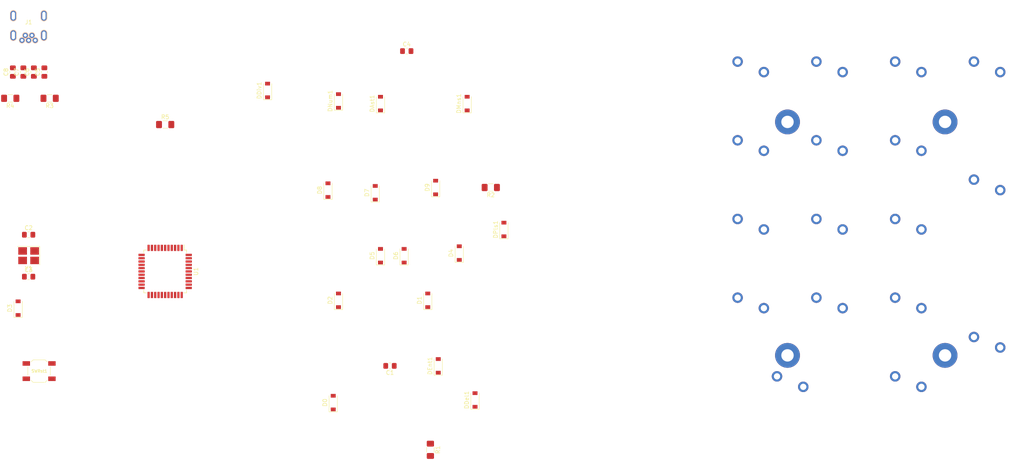
<source format=kicad_pcb>
(kicad_pcb (version 20171130) (host pcbnew "(5.1.4)-1")

  (general
    (thickness 1.6)
    (drawings 0)
    (tracks 0)
    (zones 0)
    (modules 55)
    (nets 59)
  )

  (page A4)
  (layers
    (0 F.Cu signal)
    (31 B.Cu signal)
    (32 B.Adhes user)
    (33 F.Adhes user)
    (34 B.Paste user)
    (35 F.Paste user)
    (36 B.SilkS user)
    (37 F.SilkS user)
    (38 B.Mask user)
    (39 F.Mask user)
    (40 Dwgs.User user)
    (41 Cmts.User user)
    (42 Eco1.User user)
    (43 Eco2.User user)
    (44 Edge.Cuts user)
    (45 Margin user)
    (46 B.CrtYd user)
    (47 F.CrtYd user)
    (48 B.Fab user)
    (49 F.Fab user)
  )

  (setup
    (last_trace_width 0.25)
    (trace_clearance 0.2)
    (zone_clearance 0.508)
    (zone_45_only no)
    (trace_min 0.2)
    (via_size 0.8)
    (via_drill 0.4)
    (via_min_size 0.4)
    (via_min_drill 0.3)
    (uvia_size 0.3)
    (uvia_drill 0.1)
    (uvias_allowed no)
    (uvia_min_size 0.2)
    (uvia_min_drill 0.1)
    (edge_width 0.05)
    (segment_width 0.2)
    (pcb_text_width 0.3)
    (pcb_text_size 1.5 1.5)
    (mod_edge_width 0.12)
    (mod_text_size 1 1)
    (mod_text_width 0.15)
    (pad_size 1.524 1.524)
    (pad_drill 0.762)
    (pad_to_mask_clearance 0.051)
    (solder_mask_min_width 0.25)
    (aux_axis_origin 0 0)
    (grid_origin 300.99 102.87)
    (visible_elements 7FFFFFFF)
    (pcbplotparams
      (layerselection 0x010fc_ffffffff)
      (usegerberextensions false)
      (usegerberattributes false)
      (usegerberadvancedattributes false)
      (creategerberjobfile false)
      (excludeedgelayer true)
      (linewidth 0.100000)
      (plotframeref false)
      (viasonmask false)
      (mode 1)
      (useauxorigin false)
      (hpglpennumber 1)
      (hpglpenspeed 20)
      (hpglpendiameter 15.000000)
      (psnegative false)
      (psa4output false)
      (plotreference true)
      (plotvalue true)
      (plotinvisibletext false)
      (padsonsilk false)
      (subtractmaskfromsilk false)
      (outputformat 1)
      (mirror false)
      (drillshape 1)
      (scaleselection 1)
      (outputdirectory ""))
  )

  (net 0 "")
  (net 1 GND)
  (net 2 RST)
  (net 3 "Net-(C2-Pad2)")
  (net 4 "Net-(C3-Pad1)")
  (net 5 "Net-(C4-Pad1)")
  (net 6 +5V)
  (net 7 "Net-(D0-Pad2)")
  (net 8 Row5)
  (net 9 "Net-(D1-Pad2)")
  (net 10 Row4)
  (net 11 "Net-(D2-Pad2)")
  (net 12 "Net-(D3-Pad2)")
  (net 13 "Net-(D4-Pad2)")
  (net 14 Row3)
  (net 15 "Net-(D5-Pad2)")
  (net 16 "Net-(D6-Pad2)")
  (net 17 "Net-(D7-Pad2)")
  (net 18 Row2)
  (net 19 "Net-(D8-Pad2)")
  (net 20 "Net-(D9-Pad2)")
  (net 21 "Net-(DAst1-Pad2)")
  (net 22 Row1)
  (net 23 "Net-(DDel1-Pad2)")
  (net 24 "Net-(DDiv1-Pad2)")
  (net 25 "Net-(DEnt1-Pad2)")
  (net 26 "Net-(DMns1-Pad2)")
  (net 27 "Net-(DNum1-Pad2)")
  (net 28 "Net-(DPls1-Pad2)")
  (net 29 "Net-(J1-Pad6)")
  (net 30 "Net-(J1-Pad4)")
  (net 31 "Net-(J1-Pad2)")
  (net 32 "Net-(J1-Pad3)")
  (net 33 "Net-(R4-Pad2)")
  (net 34 Col1)
  (net 35 Col2)
  (net 36 Col3)
  (net 37 Col4)
  (net 38 "Net-(U1-Pad42)")
  (net 39 "Net-(U1-Pad41)")
  (net 40 "Net-(U1-Pad40)")
  (net 41 "Net-(U1-Pad39)")
  (net 42 "Net-(U1-Pad38)")
  (net 43 "Net-(U1-Pad37)")
  (net 44 "Net-(U1-Pad36)")
  (net 45 "Net-(U1-Pad32)")
  (net 46 "Net-(U1-Pad31)")
  (net 47 "Net-(U1-Pad30)")
  (net 48 "Net-(U1-Pad29)")
  (net 49 "Net-(U1-Pad27)")
  (net 50 "Net-(U1-Pad26)")
  (net 51 "Net-(U1-Pad25)")
  (net 52 "Net-(U1-Pad22)")
  (net 53 "Net-(U1-Pad12)")
  (net 54 "Net-(U1-Pad7)")
  (net 55 "Net-(U1-Pad1)")
  (net 56 D+)
  (net 57 D-)
  (net 58 "Net-(C1-Pad2)")

  (net_class Default "This is the default net class."
    (clearance 0.2)
    (trace_width 0.25)
    (via_dia 0.8)
    (via_drill 0.4)
    (uvia_dia 0.3)
    (uvia_drill 0.1)
    (add_net +5V)
    (add_net Col1)
    (add_net Col2)
    (add_net Col3)
    (add_net Col4)
    (add_net D+)
    (add_net D-)
    (add_net GND)
    (add_net "Net-(C1-Pad2)")
    (add_net "Net-(C2-Pad2)")
    (add_net "Net-(C3-Pad1)")
    (add_net "Net-(C4-Pad1)")
    (add_net "Net-(D0-Pad2)")
    (add_net "Net-(D1-Pad2)")
    (add_net "Net-(D2-Pad2)")
    (add_net "Net-(D3-Pad2)")
    (add_net "Net-(D4-Pad2)")
    (add_net "Net-(D5-Pad2)")
    (add_net "Net-(D6-Pad2)")
    (add_net "Net-(D7-Pad2)")
    (add_net "Net-(D8-Pad2)")
    (add_net "Net-(D9-Pad2)")
    (add_net "Net-(DAst1-Pad2)")
    (add_net "Net-(DDel1-Pad2)")
    (add_net "Net-(DDiv1-Pad2)")
    (add_net "Net-(DEnt1-Pad2)")
    (add_net "Net-(DMns1-Pad2)")
    (add_net "Net-(DNum1-Pad2)")
    (add_net "Net-(DPls1-Pad2)")
    (add_net "Net-(J1-Pad2)")
    (add_net "Net-(J1-Pad3)")
    (add_net "Net-(J1-Pad4)")
    (add_net "Net-(J1-Pad6)")
    (add_net "Net-(R4-Pad2)")
    (add_net "Net-(U1-Pad1)")
    (add_net "Net-(U1-Pad12)")
    (add_net "Net-(U1-Pad22)")
    (add_net "Net-(U1-Pad25)")
    (add_net "Net-(U1-Pad26)")
    (add_net "Net-(U1-Pad27)")
    (add_net "Net-(U1-Pad29)")
    (add_net "Net-(U1-Pad30)")
    (add_net "Net-(U1-Pad31)")
    (add_net "Net-(U1-Pad32)")
    (add_net "Net-(U1-Pad36)")
    (add_net "Net-(U1-Pad37)")
    (add_net "Net-(U1-Pad38)")
    (add_net "Net-(U1-Pad39)")
    (add_net "Net-(U1-Pad40)")
    (add_net "Net-(U1-Pad41)")
    (add_net "Net-(U1-Pad42)")
    (add_net "Net-(U1-Pad7)")
    (add_net RST)
    (add_net Row1)
    (add_net Row2)
    (add_net Row3)
    (add_net Row4)
    (add_net Row5)
  )

  (module Resistor_SMD:R_1206_3216Metric_Pad1.42x1.75mm_HandSolder (layer F.Cu) (tedit 5B301BBD) (tstamp 5D7D60DA)
    (at 50.8 58.42)
    (descr "Resistor SMD 1206 (3216 Metric), square (rectangular) end terminal, IPC_7351 nominal with elongated pad for handsoldering. (Body size source: http://www.tortai-tech.com/upload/download/2011102023233369053.pdf), generated with kicad-footprint-generator")
    (tags "resistor handsolder")
    (path /5D7D611E)
    (attr smd)
    (fp_text reference R5 (at 0 -1.82) (layer F.SilkS)
      (effects (font (size 1 1) (thickness 0.15)))
    )
    (fp_text value 330 (at 0 1.82) (layer F.Fab)
      (effects (font (size 1 1) (thickness 0.15)))
    )
    (fp_text user %R (at 0 0) (layer F.Fab)
      (effects (font (size 0.8 0.8) (thickness 0.12)))
    )
    (fp_line (start 2.45 1.12) (end -2.45 1.12) (layer F.CrtYd) (width 0.05))
    (fp_line (start 2.45 -1.12) (end 2.45 1.12) (layer F.CrtYd) (width 0.05))
    (fp_line (start -2.45 -1.12) (end 2.45 -1.12) (layer F.CrtYd) (width 0.05))
    (fp_line (start -2.45 1.12) (end -2.45 -1.12) (layer F.CrtYd) (width 0.05))
    (fp_line (start -0.602064 0.91) (end 0.602064 0.91) (layer F.SilkS) (width 0.12))
    (fp_line (start -0.602064 -0.91) (end 0.602064 -0.91) (layer F.SilkS) (width 0.12))
    (fp_line (start 1.6 0.8) (end -1.6 0.8) (layer F.Fab) (width 0.1))
    (fp_line (start 1.6 -0.8) (end 1.6 0.8) (layer F.Fab) (width 0.1))
    (fp_line (start -1.6 -0.8) (end 1.6 -0.8) (layer F.Fab) (width 0.1))
    (fp_line (start -1.6 0.8) (end -1.6 -0.8) (layer F.Fab) (width 0.1))
    (pad 2 smd roundrect (at 1.4875 0) (size 1.425 1.75) (layers F.Cu F.Paste F.Mask) (roundrect_rratio 0.175439)
      (net 1 GND))
    (pad 1 smd roundrect (at -1.4875 0) (size 1.425 1.75) (layers F.Cu F.Paste F.Mask) (roundrect_rratio 0.175439)
      (net 58 "Net-(C1-Pad2)"))
    (model ${KISYS3DMOD}/Resistor_SMD.3dshapes/R_1206_3216Metric.wrl
      (at (xyz 0 0 0))
      (scale (xyz 1 1 1))
      (rotate (xyz 0 0 0))
    )
  )

  (module Crystal:Crystal_SMD_3225-4Pin_3.2x2.5mm_HandSoldering (layer F.Cu) (tedit 5A0FD1B2) (tstamp 5D7ACE68)
    (at 17.78 90.17 180)
    (descr "SMD Crystal SERIES SMD3225/4 http://www.txccrystal.com/images/pdf/7m-accuracy.pdf, hand-soldering, 3.2x2.5mm^2 package")
    (tags "SMD SMT crystal hand-soldering")
    (path /5D7C62CC)
    (attr smd)
    (fp_text reference Y1 (at 0 -3.05) (layer F.SilkS)
      (effects (font (size 1 1) (thickness 0.15)))
    )
    (fp_text value 16MHz (at 0 3.05) (layer F.Fab)
      (effects (font (size 1 1) (thickness 0.15)))
    )
    (fp_line (start 2.8 -2.3) (end -2.8 -2.3) (layer F.CrtYd) (width 0.05))
    (fp_line (start 2.8 2.3) (end 2.8 -2.3) (layer F.CrtYd) (width 0.05))
    (fp_line (start -2.8 2.3) (end 2.8 2.3) (layer F.CrtYd) (width 0.05))
    (fp_line (start -2.8 -2.3) (end -2.8 2.3) (layer F.CrtYd) (width 0.05))
    (fp_line (start -2.7 2.25) (end 2.7 2.25) (layer F.SilkS) (width 0.12))
    (fp_line (start -2.7 -2.25) (end -2.7 2.25) (layer F.SilkS) (width 0.12))
    (fp_line (start -1.6 0.25) (end -0.6 1.25) (layer F.Fab) (width 0.1))
    (fp_line (start 1.6 -1.25) (end -1.6 -1.25) (layer F.Fab) (width 0.1))
    (fp_line (start 1.6 1.25) (end 1.6 -1.25) (layer F.Fab) (width 0.1))
    (fp_line (start -1.6 1.25) (end 1.6 1.25) (layer F.Fab) (width 0.1))
    (fp_line (start -1.6 -1.25) (end -1.6 1.25) (layer F.Fab) (width 0.1))
    (fp_text user %R (at 0 0) (layer F.Fab)
      (effects (font (size 0.7 0.7) (thickness 0.105)))
    )
    (pad 4 smd rect (at -1.45 -1.15 180) (size 2.1 1.8) (layers F.Cu F.Paste F.Mask)
      (net 1 GND))
    (pad 3 smd rect (at 1.45 -1.15 180) (size 2.1 1.8) (layers F.Cu F.Paste F.Mask)
      (net 4 "Net-(C3-Pad1)"))
    (pad 2 smd rect (at 1.45 1.15 180) (size 2.1 1.8) (layers F.Cu F.Paste F.Mask)
      (net 1 GND))
    (pad 1 smd rect (at -1.45 1.15 180) (size 2.1 1.8) (layers F.Cu F.Paste F.Mask)
      (net 3 "Net-(C2-Pad2)"))
    (model ${KISYS3DMOD}/Crystal.3dshapes/Crystal_SMD_3225-4Pin_3.2x2.5mm_HandSoldering.wrl
      (at (xyz 0 0 0))
      (scale (xyz 1 1 1))
      (rotate (xyz 0 0 0))
    )
  )

  (module MountingHole:MountingHole_3mm_Pad (layer F.Cu) (tedit 56D1B4CB) (tstamp 5D7AB0C4)
    (at 201.295 114.3)
    (descr "Mounting Hole 3mm")
    (tags "mounting hole 3mm")
    (path /5D799789)
    (attr virtual)
    (fp_text reference H4 (at 0 -4) (layer F.SilkS) hide
      (effects (font (size 1 1) (thickness 0.15)))
    )
    (fp_text value MountingHole (at 0 4) (layer F.Fab)
      (effects (font (size 1 1) (thickness 0.15)))
    )
    (fp_circle (center 0 0) (end 3.25 0) (layer F.CrtYd) (width 0.05))
    (fp_circle (center 0 0) (end 3 0) (layer Cmts.User) (width 0.15))
    (fp_text user %R (at 0.3 0) (layer F.Fab)
      (effects (font (size 1 1) (thickness 0.15)))
    )
    (pad 1 thru_hole circle (at 0 0) (size 6 6) (drill 3) (layers *.Cu *.Mask))
  )

  (module MountingHole:MountingHole_3mm_Pad (layer F.Cu) (tedit 56D1B4CB) (tstamp 5D7AB0BC)
    (at 201.295 57.785)
    (descr "Mounting Hole 3mm")
    (tags "mounting hole 3mm")
    (path /5D79B1CB)
    (attr virtual)
    (fp_text reference H3 (at 0 -4) (layer F.SilkS) hide
      (effects (font (size 1 1) (thickness 0.15)))
    )
    (fp_text value MountingHole (at 0 4) (layer F.Fab)
      (effects (font (size 1 1) (thickness 0.15)))
    )
    (fp_circle (center 0 0) (end 3.25 0) (layer F.CrtYd) (width 0.05))
    (fp_circle (center 0 0) (end 3 0) (layer Cmts.User) (width 0.15))
    (fp_text user %R (at 0.3 0) (layer F.Fab)
      (effects (font (size 1 1) (thickness 0.15)))
    )
    (pad 1 thru_hole circle (at 0 0) (size 6 6) (drill 3) (layers *.Cu *.Mask))
  )

  (module MountingHole:MountingHole_3mm_Pad (layer F.Cu) (tedit 56D1B4CB) (tstamp 5D7AB0B4)
    (at 239.395 114.3)
    (descr "Mounting Hole 3mm")
    (tags "mounting hole 3mm")
    (path /5D79EB2E)
    (attr virtual)
    (fp_text reference H2 (at 0 -4) (layer F.SilkS) hide
      (effects (font (size 1 1) (thickness 0.15)))
    )
    (fp_text value MountingHole (at 0 4) (layer F.Fab)
      (effects (font (size 1 1) (thickness 0.15)))
    )
    (fp_circle (center 0 0) (end 3.25 0) (layer F.CrtYd) (width 0.05))
    (fp_circle (center 0 0) (end 3 0) (layer Cmts.User) (width 0.15))
    (fp_text user %R (at 0.3 0) (layer F.Fab)
      (effects (font (size 1 1) (thickness 0.15)))
    )
    (pad 1 thru_hole circle (at 0 0) (size 6 6) (drill 3) (layers *.Cu *.Mask))
  )

  (module MountingHole:MountingHole_3mm_Pad (layer F.Cu) (tedit 56D1B4CB) (tstamp 5D7AB0AC)
    (at 239.395 57.785)
    (descr "Mounting Hole 3mm")
    (tags "mounting hole 3mm")
    (path /5D79EDD6)
    (attr virtual)
    (fp_text reference H1 (at 0 -4) (layer F.SilkS) hide
      (effects (font (size 1 1) (thickness 0.15)))
    )
    (fp_text value MountingHole (at 0 4) (layer F.Fab)
      (effects (font (size 1 1) (thickness 0.15)))
    )
    (fp_circle (center 0 0) (end 3.25 0) (layer F.CrtYd) (width 0.05))
    (fp_circle (center 0 0) (end 3 0) (layer Cmts.User) (width 0.15))
    (fp_text user %R (at 0.3 0) (layer F.Fab)
      (effects (font (size 1 1) (thickness 0.15)))
    )
    (pad 1 thru_hole circle (at 0 0) (size 6 6) (drill 3) (layers *.Cu *.Mask))
  )

  (module Package_QFP:TQFP-44_10x10mm_P0.8mm (layer F.Cu) (tedit 5A02F146) (tstamp 5D746228)
    (at 50.8 93.98 270)
    (descr "44-Lead Plastic Thin Quad Flatpack (PT) - 10x10x1.0 mm Body [TQFP] (see Microchip Packaging Specification 00000049BS.pdf)")
    (tags "QFP 0.8")
    (path /5D73C3AE)
    (attr smd)
    (fp_text reference U1 (at 0 -7.45 90) (layer F.SilkS)
      (effects (font (size 1 1) (thickness 0.15)))
    )
    (fp_text value ATmega32U4-AU (at 0 7.45 90) (layer F.Fab)
      (effects (font (size 1 1) (thickness 0.15)))
    )
    (fp_line (start -5.175 -4.6) (end -6.45 -4.6) (layer F.SilkS) (width 0.15))
    (fp_line (start 5.175 -5.175) (end 4.5 -5.175) (layer F.SilkS) (width 0.15))
    (fp_line (start 5.175 5.175) (end 4.5 5.175) (layer F.SilkS) (width 0.15))
    (fp_line (start -5.175 5.175) (end -4.5 5.175) (layer F.SilkS) (width 0.15))
    (fp_line (start -5.175 -5.175) (end -4.5 -5.175) (layer F.SilkS) (width 0.15))
    (fp_line (start -5.175 5.175) (end -5.175 4.5) (layer F.SilkS) (width 0.15))
    (fp_line (start 5.175 5.175) (end 5.175 4.5) (layer F.SilkS) (width 0.15))
    (fp_line (start 5.175 -5.175) (end 5.175 -4.5) (layer F.SilkS) (width 0.15))
    (fp_line (start -5.175 -5.175) (end -5.175 -4.6) (layer F.SilkS) (width 0.15))
    (fp_line (start -6.7 6.7) (end 6.7 6.7) (layer F.CrtYd) (width 0.05))
    (fp_line (start -6.7 -6.7) (end 6.7 -6.7) (layer F.CrtYd) (width 0.05))
    (fp_line (start 6.7 -6.7) (end 6.7 6.7) (layer F.CrtYd) (width 0.05))
    (fp_line (start -6.7 -6.7) (end -6.7 6.7) (layer F.CrtYd) (width 0.05))
    (fp_line (start -5 -4) (end -4 -5) (layer F.Fab) (width 0.15))
    (fp_line (start -5 5) (end -5 -4) (layer F.Fab) (width 0.15))
    (fp_line (start 5 5) (end -5 5) (layer F.Fab) (width 0.15))
    (fp_line (start 5 -5) (end 5 5) (layer F.Fab) (width 0.15))
    (fp_line (start -4 -5) (end 5 -5) (layer F.Fab) (width 0.15))
    (fp_text user %R (at 0.0725 -0.0725 90) (layer F.Fab)
      (effects (font (size 1 1) (thickness 0.15)))
    )
    (pad 44 smd rect (at -4 -5.7) (size 1.5 0.55) (layers F.Cu F.Paste F.Mask)
      (net 6 +5V))
    (pad 43 smd rect (at -3.2 -5.7) (size 1.5 0.55) (layers F.Cu F.Paste F.Mask)
      (net 1 GND))
    (pad 42 smd rect (at -2.4 -5.7) (size 1.5 0.55) (layers F.Cu F.Paste F.Mask)
      (net 38 "Net-(U1-Pad42)"))
    (pad 41 smd rect (at -1.6 -5.7) (size 1.5 0.55) (layers F.Cu F.Paste F.Mask)
      (net 39 "Net-(U1-Pad41)"))
    (pad 40 smd rect (at -0.8 -5.7) (size 1.5 0.55) (layers F.Cu F.Paste F.Mask)
      (net 40 "Net-(U1-Pad40)"))
    (pad 39 smd rect (at 0 -5.7) (size 1.5 0.55) (layers F.Cu F.Paste F.Mask)
      (net 41 "Net-(U1-Pad39)"))
    (pad 38 smd rect (at 0.8 -5.7) (size 1.5 0.55) (layers F.Cu F.Paste F.Mask)
      (net 42 "Net-(U1-Pad38)"))
    (pad 37 smd rect (at 1.6 -5.7) (size 1.5 0.55) (layers F.Cu F.Paste F.Mask)
      (net 43 "Net-(U1-Pad37)"))
    (pad 36 smd rect (at 2.4 -5.7) (size 1.5 0.55) (layers F.Cu F.Paste F.Mask)
      (net 44 "Net-(U1-Pad36)"))
    (pad 35 smd rect (at 3.2 -5.7) (size 1.5 0.55) (layers F.Cu F.Paste F.Mask)
      (net 1 GND))
    (pad 34 smd rect (at 4 -5.7) (size 1.5 0.55) (layers F.Cu F.Paste F.Mask)
      (net 6 +5V))
    (pad 33 smd rect (at 5.7 -4 270) (size 1.5 0.55) (layers F.Cu F.Paste F.Mask)
      (net 33 "Net-(R4-Pad2)"))
    (pad 32 smd rect (at 5.7 -3.2 270) (size 1.5 0.55) (layers F.Cu F.Paste F.Mask)
      (net 45 "Net-(U1-Pad32)"))
    (pad 31 smd rect (at 5.7 -2.4 270) (size 1.5 0.55) (layers F.Cu F.Paste F.Mask)
      (net 46 "Net-(U1-Pad31)"))
    (pad 30 smd rect (at 5.7 -1.6 270) (size 1.5 0.55) (layers F.Cu F.Paste F.Mask)
      (net 47 "Net-(U1-Pad30)"))
    (pad 29 smd rect (at 5.7 -0.8 270) (size 1.5 0.55) (layers F.Cu F.Paste F.Mask)
      (net 48 "Net-(U1-Pad29)"))
    (pad 28 smd rect (at 5.7 0 270) (size 1.5 0.55) (layers F.Cu F.Paste F.Mask)
      (net 8 Row5))
    (pad 27 smd rect (at 5.7 0.8 270) (size 1.5 0.55) (layers F.Cu F.Paste F.Mask)
      (net 49 "Net-(U1-Pad27)"))
    (pad 26 smd rect (at 5.7 1.6 270) (size 1.5 0.55) (layers F.Cu F.Paste F.Mask)
      (net 50 "Net-(U1-Pad26)"))
    (pad 25 smd rect (at 5.7 2.4 270) (size 1.5 0.55) (layers F.Cu F.Paste F.Mask)
      (net 51 "Net-(U1-Pad25)"))
    (pad 24 smd rect (at 5.7 3.2 270) (size 1.5 0.55) (layers F.Cu F.Paste F.Mask)
      (net 6 +5V))
    (pad 23 smd rect (at 5.7 4 270) (size 1.5 0.55) (layers F.Cu F.Paste F.Mask)
      (net 1 GND))
    (pad 22 smd rect (at 4 5.7) (size 1.5 0.55) (layers F.Cu F.Paste F.Mask)
      (net 52 "Net-(U1-Pad22)"))
    (pad 21 smd rect (at 3.2 5.7) (size 1.5 0.55) (layers F.Cu F.Paste F.Mask)
      (net 37 Col4))
    (pad 20 smd rect (at 2.4 5.7) (size 1.5 0.55) (layers F.Cu F.Paste F.Mask)
      (net 36 Col3))
    (pad 19 smd rect (at 1.6 5.7) (size 1.5 0.55) (layers F.Cu F.Paste F.Mask)
      (net 35 Col2))
    (pad 18 smd rect (at 0.8 5.7) (size 1.5 0.55) (layers F.Cu F.Paste F.Mask)
      (net 34 Col1))
    (pad 17 smd rect (at 0 5.7) (size 1.5 0.55) (layers F.Cu F.Paste F.Mask)
      (net 3 "Net-(C2-Pad2)"))
    (pad 16 smd rect (at -0.8 5.7) (size 1.5 0.55) (layers F.Cu F.Paste F.Mask)
      (net 4 "Net-(C3-Pad1)"))
    (pad 15 smd rect (at -1.6 5.7) (size 1.5 0.55) (layers F.Cu F.Paste F.Mask)
      (net 1 GND))
    (pad 14 smd rect (at -2.4 5.7) (size 1.5 0.55) (layers F.Cu F.Paste F.Mask)
      (net 6 +5V))
    (pad 13 smd rect (at -3.2 5.7) (size 1.5 0.55) (layers F.Cu F.Paste F.Mask)
      (net 2 RST))
    (pad 12 smd rect (at -4 5.7) (size 1.5 0.55) (layers F.Cu F.Paste F.Mask)
      (net 53 "Net-(U1-Pad12)"))
    (pad 11 smd rect (at -5.7 4 270) (size 1.5 0.55) (layers F.Cu F.Paste F.Mask)
      (net 10 Row4))
    (pad 10 smd rect (at -5.7 3.2 270) (size 1.5 0.55) (layers F.Cu F.Paste F.Mask)
      (net 14 Row3))
    (pad 9 smd rect (at -5.7 2.4 270) (size 1.5 0.55) (layers F.Cu F.Paste F.Mask)
      (net 18 Row2))
    (pad 8 smd rect (at -5.7 1.6 270) (size 1.5 0.55) (layers F.Cu F.Paste F.Mask)
      (net 22 Row1))
    (pad 7 smd rect (at -5.7 0.8 270) (size 1.5 0.55) (layers F.Cu F.Paste F.Mask)
      (net 54 "Net-(U1-Pad7)"))
    (pad 6 smd rect (at -5.7 0 270) (size 1.5 0.55) (layers F.Cu F.Paste F.Mask)
      (net 5 "Net-(C4-Pad1)"))
    (pad 5 smd rect (at -5.7 -0.8 270) (size 1.5 0.55) (layers F.Cu F.Paste F.Mask)
      (net 1 GND))
    (pad 4 smd rect (at -5.7 -1.6 270) (size 1.5 0.55) (layers F.Cu F.Paste F.Mask)
      (net 56 D+))
    (pad 3 smd rect (at -5.7 -2.4 270) (size 1.5 0.55) (layers F.Cu F.Paste F.Mask)
      (net 57 D-))
    (pad 2 smd rect (at -5.7 -3.2 270) (size 1.5 0.55) (layers F.Cu F.Paste F.Mask)
      (net 6 +5V))
    (pad 1 smd rect (at -5.7 -4 270) (size 1.5 0.55) (layers F.Cu F.Paste F.Mask)
      (net 55 "Net-(U1-Pad1)"))
    (model ${KISYS3DMOD}/Package_QFP.3dshapes/TQFP-44_10x10mm_P0.8mm.wrl
      (at (xyz 0 0 0))
      (scale (xyz 1 1 1))
      (rotate (xyz 0 0 0))
    )
  )

  (module AcheronHardware:smdPushBtn (layer F.Cu) (tedit 5D377106) (tstamp 5D7461E5)
    (at 20.32 118.11)
    (descr "ALPS 5.2mm Square Low-profile Type (Surface Mount) SKQG Series, Without stem, http://www.alps.com/prod/info/E/HTML/Tact/SurfaceMount/SKQG/SKQGAEE010.html")
    (tags "SPST Button Switch")
    (path /5D76DB94)
    (attr smd)
    (fp_text reference SWRst1 (at 0.05 0) (layer F.SilkS)
      (effects (font (size 0.7 0.7) (thickness 0.15)))
    )
    (fp_text value SW_Push (at 0 3.6) (layer F.Fab)
      (effects (font (size 1 1) (thickness 0.15)))
    )
    (fp_line (start 2.597 1.4) (end 1.397 2.6) (layer F.Fab) (width 0.1))
    (fp_line (start 1.4 2.6) (end -1.4 2.6) (layer F.Fab) (width 0.1))
    (fp_line (start -1.4035 2.597) (end -2.6035 1.397) (layer F.Fab) (width 0.1))
    (fp_line (start 1.4 -2.6) (end 2.6 -1.4) (layer F.Fab) (width 0.1))
    (fp_line (start -1.4 -2.6) (end 1.4 -2.6) (layer F.Fab) (width 0.1))
    (fp_line (start -2.6 -1.4) (end -1.4 -2.6) (layer F.Fab) (width 0.1))
    (fp_line (start 1 1.3) (end 2 0.2) (layer F.Fab) (width 0.05))
    (fp_line (start 1 0.2) (end 2.5 -1.3) (layer F.Fab) (width 0.05))
    (fp_text user "KEEPOUT ZONE" (at 2.5 0) (layer F.Fab)
      (effects (font (size 0.2 0.2) (thickness 0.05)))
    )
    (fp_line (start 4 -0.5) (end 3.7 -0.2) (layer F.Fab) (width 0.05))
    (fp_line (start 4 0.6) (end 3.4 1.3) (layer F.Fab) (width 0.05))
    (fp_line (start 4 -1.3) (end 4 1.3) (layer F.Fab) (width 0.05))
    (fp_line (start 1 -0.3) (end 2 -1.3) (layer F.Fab) (width 0.05))
    (fp_line (start 1.9 1.3) (end 2.9 0.2) (layer F.Fab) (width 0.05))
    (fp_line (start 3.4 -1.3) (end 2.4 -0.2) (layer F.Fab) (width 0.05))
    (fp_line (start 1 -0.7) (end 1.6 -1.3) (layer F.Fab) (width 0.05))
    (fp_line (start 3 -1.3) (end 1.9 -0.2) (layer F.Fab) (width 0.05))
    (fp_line (start 4 1.3) (end 1 1.3) (layer F.Fab) (width 0.05))
    (fp_line (start 1 0.7) (end 1.5 0.2) (layer F.Fab) (width 0.05))
    (fp_line (start 4 -1.1) (end 3.2 -0.2) (layer F.Fab) (width 0.05))
    (fp_line (start 2.8 -0.2) (end 3.8 -1.3) (layer F.Fab) (width 0.05))
    (fp_line (start 2.5 0.2) (end 1.4 1.3) (layer F.Fab) (width 0.05))
    (fp_line (start 2.9 1.3) (end 4 0.1) (layer F.Fab) (width 0.05))
    (fp_line (start 1 1.3) (end 1 -1.3) (layer F.Fab) (width 0.05))
    (fp_line (start 1 -1.3) (end 4 -1.3) (layer F.Fab) (width 0.05))
    (fp_line (start 2.4 1.3) (end 3.4 0.2) (layer F.Fab) (width 0.05))
    (fp_line (start -1 -0.5) (end -1.3 -0.2) (layer F.Fab) (width 0.05))
    (fp_line (start -1 -1.1) (end -1.8 -0.2) (layer F.Fab) (width 0.05))
    (fp_line (start -2.2 -0.2) (end -1.2 -1.3) (layer F.Fab) (width 0.05))
    (fp_line (start -1.6 -1.3) (end -2.6 -0.2) (layer F.Fab) (width 0.05))
    (fp_line (start -2 -1.3) (end -3.1 -0.2) (layer F.Fab) (width 0.05))
    (fp_line (start -2.1 1.3) (end -1 0.1) (layer F.Fab) (width 0.05))
    (fp_line (start -3.1 1.3) (end -2.1 0.2) (layer F.Fab) (width 0.05))
    (fp_line (start -4 1.3) (end -3 0.2) (layer F.Fab) (width 0.05))
    (fp_line (start -4 0.2) (end -2.5 -1.3) (layer F.Fab) (width 0.05))
    (fp_line (start -4 -0.7) (end -3.4 -1.3) (layer F.Fab) (width 0.05))
    (fp_text user "KEEPOUT ZONE" (at -2.5 0) (layer F.Fab)
      (effects (font (size 0.2 0.2) (thickness 0.05)))
    )
    (fp_line (start -1 -1.3) (end -1 1.3) (layer F.Fab) (width 0.05))
    (fp_line (start -4 -0.3) (end -3 -1.3) (layer F.Fab) (width 0.05))
    (fp_line (start -2.6 1.3) (end -1.6 0.2) (layer F.Fab) (width 0.05))
    (fp_line (start -2.5 0.2) (end -3.6 1.3) (layer F.Fab) (width 0.05))
    (fp_line (start -4 -1.3) (end -1 -1.3) (layer F.Fab) (width 0.05))
    (fp_line (start -1 1.3) (end -4 1.3) (layer F.Fab) (width 0.05))
    (fp_line (start -4 0.7) (end -3.5 0.2) (layer F.Fab) (width 0.05))
    (fp_line (start -4 1.3) (end -4 -1.3) (layer F.Fab) (width 0.05))
    (fp_line (start -1 0.6) (end -1.6 1.3) (layer F.Fab) (width 0.05))
    (fp_line (start 1.45 2.72) (end 1.94 2.23) (layer F.SilkS) (width 0.12))
    (fp_line (start -1.45 2.72) (end 1.45 2.72) (layer F.SilkS) (width 0.12))
    (fp_line (start -1.45 2.72) (end -1.94 2.23) (layer F.SilkS) (width 0.12))
    (fp_text user %R (at 0 -2) (layer F.Fab)
      (effects (font (size 0.6 0.6) (thickness 0.09)))
    )
    (fp_line (start -1.45 -2.72) (end 1.45 -2.72) (layer F.SilkS) (width 0.12))
    (fp_line (start -1.45 -2.72) (end -1.94 -2.23) (layer F.SilkS) (width 0.12))
    (fp_line (start 2.72 1.04) (end 2.72 -1.04) (layer F.SilkS) (width 0.12))
    (fp_circle (center 0 0) (end 1.5 0) (layer Dwgs.User) (width 0.1))
    (fp_line (start 1.45 -2.72) (end 1.94 -2.23) (layer F.SilkS) (width 0.12))
    (fp_line (start -2.72 1.04) (end -2.72 -1.04) (layer F.SilkS) (width 0.12))
    (fp_line (start -4.25 2.85) (end 4.25 2.85) (layer F.CrtYd) (width 0.05))
    (fp_line (start 4.25 2.85) (end 4.25 -2.85) (layer F.CrtYd) (width 0.05))
    (fp_line (start 4.25 -2.85) (end -4.25 -2.85) (layer F.CrtYd) (width 0.05))
    (fp_line (start -4.25 -2.85) (end -4.25 2.85) (layer F.CrtYd) (width 0.05))
    (fp_line (start -1.4 -2.6) (end 1.4 -2.6) (layer Dwgs.User) (width 0.1))
    (fp_line (start -2.6 -1.4) (end -1.4 -2.6) (layer Dwgs.User) (width 0.1))
    (fp_line (start -2.6 1.4) (end -2.6 -1.4) (layer Dwgs.User) (width 0.1))
    (fp_line (start -1.4 2.6) (end -2.6 1.4) (layer Dwgs.User) (width 0.1))
    (fp_line (start 1.4 2.6) (end -1.4 2.6) (layer Dwgs.User) (width 0.1))
    (fp_line (start 2.6 1.4) (end 1.4 2.6) (layer Dwgs.User) (width 0.1))
    (fp_line (start 2.6 -1.4) (end 2.6 1.4) (layer Dwgs.User) (width 0.1))
    (fp_line (start 1.4 -2.6) (end 2.6 -1.4) (layer Dwgs.User) (width 0.1))
    (pad 2 smd rect (at 3.1 1.85) (size 1.8 1.1) (layers F.Cu F.Paste F.Mask)
      (net 58 "Net-(C1-Pad2)"))
    (pad 2 smd rect (at -3.1 1.85) (size 1.8 1.1) (layers F.Cu F.Paste F.Mask)
      (net 58 "Net-(C1-Pad2)"))
    (pad 1 smd rect (at 3.1 -1.85) (size 1.8 1.1) (layers F.Cu F.Paste F.Mask)
      (net 2 RST))
    (pad 1 smd rect (at -3.1 -1.85) (size 1.8 1.1) (layers F.Cu F.Paste F.Mask)
      (net 2 RST))
    (model ${ACHERONLIB}/3d_models/Tactile_SMD_PushBtn_5x5mm.STEP
      (at (xyz 0 0 0))
      (scale (xyz 1 1 1))
      (rotate (xyz 0 0 0))
    )
  )

  (module AcheronMX:MX200V (layer F.Cu) (tedit 5D509B91) (tstamp 5D746199)
    (at 248.92 76.835)
    (path /5D7CA746)
    (fp_text reference SWPls1 (at 0 3.175) (layer Cmts.User)
      (effects (font (size 1 1) (thickness 0.15) italic))
    )
    (fp_text value Pls (at 0 8.7) (layer Cmts.User)
      (effects (font (size 1 1) (thickness 0.15)))
    )
    (fp_line (start 9.144 8.128) (end -7.112 8.128) (layer B.CrtYd) (width 0.1))
    (fp_line (start -11.43 8.128) (end -8.89 8.128) (layer B.CrtYd) (width 0.1))
    (fp_line (start -11.43 -8.128) (end -8.89 -8.128) (layer B.CrtYd) (width 0.1))
    (fp_line (start -7.112 -8.128) (end -7.112 8.128) (layer B.CrtYd) (width 0.1))
    (fp_line (start -8.89 -8.128) (end -8.89 8.128) (layer B.CrtYd) (width 0.1))
    (fp_line (start -11.43 15.748) (end -11.43 8.128) (layer B.CrtYd) (width 0.1))
    (fp_line (start 9.144 15.748) (end -11.43 15.748) (layer B.CrtYd) (width 0.1))
    (fp_line (start 9.144 8.128) (end 9.144 15.748) (layer B.CrtYd) (width 0.1))
    (fp_line (start 9.144 -15.748) (end 9.144 -8.128) (layer B.CrtYd) (width 0.1))
    (fp_line (start -11.43 -15.748) (end 9.144 -15.748) (layer B.CrtYd) (width 0.1))
    (fp_line (start -11.43 -8.128) (end -11.43 -15.748) (layer B.CrtYd) (width 0.1))
    (fp_line (start 9.144 -8.128) (end -7.112 -8.128) (layer B.CrtYd) (width 0.1))
    (fp_line (start 0 5.207) (end 0 4.953) (layer Dwgs.User) (width 0.05))
    (fp_line (start -0.127 5.08) (end 0.127 5.08) (layer Dwgs.User) (width 0.05))
    (fp_line (start 2.032 5.842) (end 2.032 4.318) (layer Dwgs.User) (width 0.1))
    (fp_line (start 0.508 5.842) (end 2.032 5.842) (layer Dwgs.User) (width 0.1))
    (fp_line (start 0.508 4.318) (end 0.508 5.842) (layer Dwgs.User) (width 0.1))
    (fp_line (start 6.8 6.8) (end 6.8 -6.8) (layer B.CrtYd) (width 0.1))
    (fp_line (start 6.8 6.8) (end -6.8 6.8) (layer B.CrtYd) (width 0.1))
    (fp_line (start -6.8 6.8) (end -6.8 -6.8) (layer B.CrtYd) (width 0.1))
    (fp_line (start 0.508 4.318) (end 2.032 4.318) (layer Dwgs.User) (width 0.1))
    (fp_circle (center -1.27 5.08) (end -0.466781 5.08) (layer Dwgs.User) (width 0.1))
    (fp_line (start -9.525 -19.05) (end -9.525 19.05) (layer Dwgs.User) (width 0.1))
    (fp_line (start 9.525 19.05) (end -9.525 19.05) (layer Dwgs.User) (width 0.1))
    (fp_line (start 9.525 -19.05) (end -9.525 -19.05) (layer Dwgs.User) (width 0.1))
    (fp_line (start 6.8 -6.8) (end -6.8 -6.8) (layer B.CrtYd) (width 0.1))
    (fp_line (start 9.525 -19.05) (end 9.525 19.05) (layer Dwgs.User) (width 0.1))
    (pad "" np_thru_hole circle (at -8.255 -11.938 270) (size 3.9878 3.9878) (drill 3.9878) (layers *.Cu *.Mask))
    (pad "" np_thru_hole circle (at -8.255 11.938 270) (size 3.9878 3.9878) (drill 3.9878) (layers *.Cu *.Mask))
    (pad "" np_thru_hole circle (at 6.985 11.938 270) (size 3.048 3.048) (drill 3.048) (layers *.Cu *.Mask))
    (pad "" np_thru_hole circle (at 6.985 -11.938 270) (size 3.048 3.048) (drill 3.048) (layers *.Cu *.Mask))
    (pad "" np_thru_hole circle (at -5.08 0) (size 1.7018 1.7018) (drill 1.7018) (layers *.Cu *.Mask))
    (pad "" np_thru_hole circle (at 5.08 0) (size 1.7018 1.7018) (drill 1.7018) (layers *.Cu *.Mask))
    (pad 1 thru_hole circle (at -2.54 -5.08) (size 2.54 2.54) (drill 1.524) (layers *.Cu *.Mask)
      (net 37 Col4))
    (pad 2 thru_hole circle (at 3.81 -2.54) (size 2.54 2.54) (drill 1.524) (layers *.Cu *.Mask)
      (net 28 "Net-(DPls1-Pad2)"))
    (pad "" np_thru_hole circle (at 0 0) (size 3.9878 3.9878) (drill 3.9878) (layers *.Cu *.Mask))
    (model "/home/alvaro/Downloads/Stabilizer - close.STEP"
      (offset (xyz -11.938 0 3.81))
      (scale (xyz 1 1 1))
      (rotate (xyz -90 0 0))
    )
  )

  (module AcheronMX:MX100 (layer F.Cu) (tedit 5D509B6B) (tstamp 5D746171)
    (at 191.77 48.26)
    (path /5D7C435E)
    (fp_text reference SWNum1 (at 0 3.175) (layer Cmts.User)
      (effects (font (size 1 1) (thickness 0.15) italic))
    )
    (fp_text value Num (at 0 8.636) (layer Cmts.User)
      (effects (font (size 1 1) (thickness 0.15)))
    )
    (fp_line (start -6.8 6.8) (end 6.8 6.8) (layer B.CrtYd) (width 0.1))
    (fp_line (start 6.8 -6.8) (end 6.8 6.8) (layer B.CrtYd) (width 0.1))
    (fp_line (start -6.8 -6.8) (end 6.8 -6.8) (layer B.CrtYd) (width 0.1))
    (fp_line (start -6.8 -6.8) (end -6.8 6.8) (layer B.CrtYd) (width 0.1))
    (fp_line (start 0 4.953) (end 0 5.207) (layer Dwgs.User) (width 0.05))
    (fp_line (start -0.127 5.08) (end 0.127 5.08) (layer Dwgs.User) (width 0.05))
    (fp_line (start 0.508 4.318) (end 0.508 5.842) (layer Dwgs.User) (width 0.1))
    (fp_line (start 2.032 5.842) (end 0.508 5.842) (layer Dwgs.User) (width 0.1))
    (fp_line (start 2.032 5.842) (end 2.032 4.318) (layer Dwgs.User) (width 0.1))
    (fp_line (start 0.508 4.318) (end 2.032 4.318) (layer Dwgs.User) (width 0.1))
    (fp_circle (center -1.27 5.08) (end -0.35419 5.08) (layer Dwgs.User) (width 0.1))
    (fp_line (start -9.525 -9.525) (end 9.525 -9.525) (layer Dwgs.User) (width 0.1))
    (fp_line (start -9.525 9.525) (end -9.525 -9.525) (layer Dwgs.User) (width 0.1))
    (fp_line (start 9.525 9.525) (end -9.525 9.525) (layer Dwgs.User) (width 0.1))
    (fp_line (start 9.525 -9.525) (end 9.525 9.525) (layer Dwgs.User) (width 0.1))
    (pad 2 thru_hole circle (at 3.81 -2.54 90) (size 2.54 2.54) (drill 1.525) (layers *.Cu *.Mask)
      (net 27 "Net-(DNum1-Pad2)"))
    (pad 1 thru_hole circle (at -2.54 -5.08) (size 2.54 2.54) (drill 1.525) (layers *.Cu *.Mask)
      (net 34 Col1))
    (pad "" np_thru_hole circle (at -5.08 0) (size 1.7018 1.7018) (drill 1.7018) (layers *.Cu *.Mask))
    (pad "" np_thru_hole circle (at 5.08 0) (size 1.7018 1.7018) (drill 1.7018) (layers *.Cu *.Mask))
    (pad "" np_thru_hole circle (at 0 0) (size 3.9878 3.9878) (drill 3.9878) (layers *.Cu *.Mask))
  )

  (module AcheronMX:MX100 (layer F.Cu) (tedit 5D509B6B) (tstamp 5D746159)
    (at 248.92 48.26)
    (path /5D7C711D)
    (fp_text reference SWMns1 (at 0 3.175) (layer Cmts.User)
      (effects (font (size 1 1) (thickness 0.15) italic))
    )
    (fp_text value Mns (at 0 8.636) (layer Cmts.User)
      (effects (font (size 1 1) (thickness 0.15)))
    )
    (fp_line (start -6.8 6.8) (end 6.8 6.8) (layer B.CrtYd) (width 0.1))
    (fp_line (start 6.8 -6.8) (end 6.8 6.8) (layer B.CrtYd) (width 0.1))
    (fp_line (start -6.8 -6.8) (end 6.8 -6.8) (layer B.CrtYd) (width 0.1))
    (fp_line (start -6.8 -6.8) (end -6.8 6.8) (layer B.CrtYd) (width 0.1))
    (fp_line (start 0 4.953) (end 0 5.207) (layer Dwgs.User) (width 0.05))
    (fp_line (start -0.127 5.08) (end 0.127 5.08) (layer Dwgs.User) (width 0.05))
    (fp_line (start 0.508 4.318) (end 0.508 5.842) (layer Dwgs.User) (width 0.1))
    (fp_line (start 2.032 5.842) (end 0.508 5.842) (layer Dwgs.User) (width 0.1))
    (fp_line (start 2.032 5.842) (end 2.032 4.318) (layer Dwgs.User) (width 0.1))
    (fp_line (start 0.508 4.318) (end 2.032 4.318) (layer Dwgs.User) (width 0.1))
    (fp_circle (center -1.27 5.08) (end -0.35419 5.08) (layer Dwgs.User) (width 0.1))
    (fp_line (start -9.525 -9.525) (end 9.525 -9.525) (layer Dwgs.User) (width 0.1))
    (fp_line (start -9.525 9.525) (end -9.525 -9.525) (layer Dwgs.User) (width 0.1))
    (fp_line (start 9.525 9.525) (end -9.525 9.525) (layer Dwgs.User) (width 0.1))
    (fp_line (start 9.525 -9.525) (end 9.525 9.525) (layer Dwgs.User) (width 0.1))
    (pad 2 thru_hole circle (at 3.81 -2.54 90) (size 2.54 2.54) (drill 1.525) (layers *.Cu *.Mask)
      (net 26 "Net-(DMns1-Pad2)"))
    (pad 1 thru_hole circle (at -2.54 -5.08) (size 2.54 2.54) (drill 1.525) (layers *.Cu *.Mask)
      (net 37 Col4))
    (pad "" np_thru_hole circle (at -5.08 0) (size 1.7018 1.7018) (drill 1.7018) (layers *.Cu *.Mask))
    (pad "" np_thru_hole circle (at 5.08 0) (size 1.7018 1.7018) (drill 1.7018) (layers *.Cu *.Mask))
    (pad "" np_thru_hole circle (at 0 0) (size 3.9878 3.9878) (drill 3.9878) (layers *.Cu *.Mask))
  )

  (module AcheronMX:MX200V (layer F.Cu) (tedit 5D509B91) (tstamp 5D746141)
    (at 248.92 114.935)
    (path /5D7CDFF7)
    (fp_text reference SWEnt1 (at 0 3.175) (layer Cmts.User)
      (effects (font (size 1 1) (thickness 0.15) italic))
    )
    (fp_text value Ent (at 0 8.7) (layer Cmts.User)
      (effects (font (size 1 1) (thickness 0.15)))
    )
    (fp_line (start 9.144 8.128) (end -7.112 8.128) (layer B.CrtYd) (width 0.1))
    (fp_line (start -11.43 8.128) (end -8.89 8.128) (layer B.CrtYd) (width 0.1))
    (fp_line (start -11.43 -8.128) (end -8.89 -8.128) (layer B.CrtYd) (width 0.1))
    (fp_line (start -7.112 -8.128) (end -7.112 8.128) (layer B.CrtYd) (width 0.1))
    (fp_line (start -8.89 -8.128) (end -8.89 8.128) (layer B.CrtYd) (width 0.1))
    (fp_line (start -11.43 15.748) (end -11.43 8.128) (layer B.CrtYd) (width 0.1))
    (fp_line (start 9.144 15.748) (end -11.43 15.748) (layer B.CrtYd) (width 0.1))
    (fp_line (start 9.144 8.128) (end 9.144 15.748) (layer B.CrtYd) (width 0.1))
    (fp_line (start 9.144 -15.748) (end 9.144 -8.128) (layer B.CrtYd) (width 0.1))
    (fp_line (start -11.43 -15.748) (end 9.144 -15.748) (layer B.CrtYd) (width 0.1))
    (fp_line (start -11.43 -8.128) (end -11.43 -15.748) (layer B.CrtYd) (width 0.1))
    (fp_line (start 9.144 -8.128) (end -7.112 -8.128) (layer B.CrtYd) (width 0.1))
    (fp_line (start 0 5.207) (end 0 4.953) (layer Dwgs.User) (width 0.05))
    (fp_line (start -0.127 5.08) (end 0.127 5.08) (layer Dwgs.User) (width 0.05))
    (fp_line (start 2.032 5.842) (end 2.032 4.318) (layer Dwgs.User) (width 0.1))
    (fp_line (start 0.508 5.842) (end 2.032 5.842) (layer Dwgs.User) (width 0.1))
    (fp_line (start 0.508 4.318) (end 0.508 5.842) (layer Dwgs.User) (width 0.1))
    (fp_line (start 6.8 6.8) (end 6.8 -6.8) (layer B.CrtYd) (width 0.1))
    (fp_line (start 6.8 6.8) (end -6.8 6.8) (layer B.CrtYd) (width 0.1))
    (fp_line (start -6.8 6.8) (end -6.8 -6.8) (layer B.CrtYd) (width 0.1))
    (fp_line (start 0.508 4.318) (end 2.032 4.318) (layer Dwgs.User) (width 0.1))
    (fp_circle (center -1.27 5.08) (end -0.466781 5.08) (layer Dwgs.User) (width 0.1))
    (fp_line (start -9.525 -19.05) (end -9.525 19.05) (layer Dwgs.User) (width 0.1))
    (fp_line (start 9.525 19.05) (end -9.525 19.05) (layer Dwgs.User) (width 0.1))
    (fp_line (start 9.525 -19.05) (end -9.525 -19.05) (layer Dwgs.User) (width 0.1))
    (fp_line (start 6.8 -6.8) (end -6.8 -6.8) (layer B.CrtYd) (width 0.1))
    (fp_line (start 9.525 -19.05) (end 9.525 19.05) (layer Dwgs.User) (width 0.1))
    (pad "" np_thru_hole circle (at -8.255 -11.938 270) (size 3.9878 3.9878) (drill 3.9878) (layers *.Cu *.Mask))
    (pad "" np_thru_hole circle (at -8.255 11.938 270) (size 3.9878 3.9878) (drill 3.9878) (layers *.Cu *.Mask))
    (pad "" np_thru_hole circle (at 6.985 11.938 270) (size 3.048 3.048) (drill 3.048) (layers *.Cu *.Mask))
    (pad "" np_thru_hole circle (at 6.985 -11.938 270) (size 3.048 3.048) (drill 3.048) (layers *.Cu *.Mask))
    (pad "" np_thru_hole circle (at -5.08 0) (size 1.7018 1.7018) (drill 1.7018) (layers *.Cu *.Mask))
    (pad "" np_thru_hole circle (at 5.08 0) (size 1.7018 1.7018) (drill 1.7018) (layers *.Cu *.Mask))
    (pad 1 thru_hole circle (at -2.54 -5.08) (size 2.54 2.54) (drill 1.524) (layers *.Cu *.Mask)
      (net 37 Col4))
    (pad 2 thru_hole circle (at 3.81 -2.54) (size 2.54 2.54) (drill 1.524) (layers *.Cu *.Mask)
      (net 25 "Net-(DEnt1-Pad2)"))
    (pad "" np_thru_hole circle (at 0 0) (size 3.9878 3.9878) (drill 3.9878) (layers *.Cu *.Mask))
    (model "/home/alvaro/Downloads/Stabilizer - close.STEP"
      (offset (xyz -11.938 0 3.81))
      (scale (xyz 1 1 1))
      (rotate (xyz -90 0 0))
    )
  )

  (module AcheronMX:MX100 (layer F.Cu) (tedit 5D509B6B) (tstamp 5D746119)
    (at 210.82 48.26)
    (path /5D7C5EE2)
    (fp_text reference SWDiv1 (at 0 3.175) (layer Cmts.User)
      (effects (font (size 1 1) (thickness 0.15) italic))
    )
    (fp_text value Div (at 0 8.636) (layer Cmts.User)
      (effects (font (size 1 1) (thickness 0.15)))
    )
    (fp_line (start -6.8 6.8) (end 6.8 6.8) (layer B.CrtYd) (width 0.1))
    (fp_line (start 6.8 -6.8) (end 6.8 6.8) (layer B.CrtYd) (width 0.1))
    (fp_line (start -6.8 -6.8) (end 6.8 -6.8) (layer B.CrtYd) (width 0.1))
    (fp_line (start -6.8 -6.8) (end -6.8 6.8) (layer B.CrtYd) (width 0.1))
    (fp_line (start 0 4.953) (end 0 5.207) (layer Dwgs.User) (width 0.05))
    (fp_line (start -0.127 5.08) (end 0.127 5.08) (layer Dwgs.User) (width 0.05))
    (fp_line (start 0.508 4.318) (end 0.508 5.842) (layer Dwgs.User) (width 0.1))
    (fp_line (start 2.032 5.842) (end 0.508 5.842) (layer Dwgs.User) (width 0.1))
    (fp_line (start 2.032 5.842) (end 2.032 4.318) (layer Dwgs.User) (width 0.1))
    (fp_line (start 0.508 4.318) (end 2.032 4.318) (layer Dwgs.User) (width 0.1))
    (fp_circle (center -1.27 5.08) (end -0.35419 5.08) (layer Dwgs.User) (width 0.1))
    (fp_line (start -9.525 -9.525) (end 9.525 -9.525) (layer Dwgs.User) (width 0.1))
    (fp_line (start -9.525 9.525) (end -9.525 -9.525) (layer Dwgs.User) (width 0.1))
    (fp_line (start 9.525 9.525) (end -9.525 9.525) (layer Dwgs.User) (width 0.1))
    (fp_line (start 9.525 -9.525) (end 9.525 9.525) (layer Dwgs.User) (width 0.1))
    (pad 2 thru_hole circle (at 3.81 -2.54 90) (size 2.54 2.54) (drill 1.525) (layers *.Cu *.Mask)
      (net 24 "Net-(DDiv1-Pad2)"))
    (pad 1 thru_hole circle (at -2.54 -5.08) (size 2.54 2.54) (drill 1.525) (layers *.Cu *.Mask)
      (net 35 Col2))
    (pad "" np_thru_hole circle (at -5.08 0) (size 1.7018 1.7018) (drill 1.7018) (layers *.Cu *.Mask))
    (pad "" np_thru_hole circle (at 5.08 0) (size 1.7018 1.7018) (drill 1.7018) (layers *.Cu *.Mask))
    (pad "" np_thru_hole circle (at 0 0) (size 3.9878 3.9878) (drill 3.9878) (layers *.Cu *.Mask))
  )

  (module AcheronMX:MX100 (layer F.Cu) (tedit 5D509B6B) (tstamp 5D746101)
    (at 229.87 124.46)
    (path /5D7CF4C7)
    (fp_text reference SWDel1 (at 0 3.175) (layer Cmts.User)
      (effects (font (size 1 1) (thickness 0.15) italic))
    )
    (fp_text value Del (at 0 8.636) (layer Cmts.User)
      (effects (font (size 1 1) (thickness 0.15)))
    )
    (fp_line (start -6.8 6.8) (end 6.8 6.8) (layer B.CrtYd) (width 0.1))
    (fp_line (start 6.8 -6.8) (end 6.8 6.8) (layer B.CrtYd) (width 0.1))
    (fp_line (start -6.8 -6.8) (end 6.8 -6.8) (layer B.CrtYd) (width 0.1))
    (fp_line (start -6.8 -6.8) (end -6.8 6.8) (layer B.CrtYd) (width 0.1))
    (fp_line (start 0 4.953) (end 0 5.207) (layer Dwgs.User) (width 0.05))
    (fp_line (start -0.127 5.08) (end 0.127 5.08) (layer Dwgs.User) (width 0.05))
    (fp_line (start 0.508 4.318) (end 0.508 5.842) (layer Dwgs.User) (width 0.1))
    (fp_line (start 2.032 5.842) (end 0.508 5.842) (layer Dwgs.User) (width 0.1))
    (fp_line (start 2.032 5.842) (end 2.032 4.318) (layer Dwgs.User) (width 0.1))
    (fp_line (start 0.508 4.318) (end 2.032 4.318) (layer Dwgs.User) (width 0.1))
    (fp_circle (center -1.27 5.08) (end -0.35419 5.08) (layer Dwgs.User) (width 0.1))
    (fp_line (start -9.525 -9.525) (end 9.525 -9.525) (layer Dwgs.User) (width 0.1))
    (fp_line (start -9.525 9.525) (end -9.525 -9.525) (layer Dwgs.User) (width 0.1))
    (fp_line (start 9.525 9.525) (end -9.525 9.525) (layer Dwgs.User) (width 0.1))
    (fp_line (start 9.525 -9.525) (end 9.525 9.525) (layer Dwgs.User) (width 0.1))
    (pad 2 thru_hole circle (at 3.81 -2.54 90) (size 2.54 2.54) (drill 1.525) (layers *.Cu *.Mask)
      (net 23 "Net-(DDel1-Pad2)"))
    (pad 1 thru_hole circle (at -2.54 -5.08) (size 2.54 2.54) (drill 1.525) (layers *.Cu *.Mask)
      (net 36 Col3))
    (pad "" np_thru_hole circle (at -5.08 0) (size 1.7018 1.7018) (drill 1.7018) (layers *.Cu *.Mask))
    (pad "" np_thru_hole circle (at 5.08 0) (size 1.7018 1.7018) (drill 1.7018) (layers *.Cu *.Mask))
    (pad "" np_thru_hole circle (at 0 0) (size 3.9878 3.9878) (drill 3.9878) (layers *.Cu *.Mask))
  )

  (module AcheronMX:MX100 (layer F.Cu) (tedit 5D509B6B) (tstamp 5D7460E9)
    (at 229.87 48.26)
    (path /5D7C670D)
    (fp_text reference SWAst1 (at 0 3.175) (layer Cmts.User)
      (effects (font (size 1 1) (thickness 0.15) italic))
    )
    (fp_text value Ast (at 0 8.636) (layer Cmts.User)
      (effects (font (size 1 1) (thickness 0.15)))
    )
    (fp_line (start -6.8 6.8) (end 6.8 6.8) (layer B.CrtYd) (width 0.1))
    (fp_line (start 6.8 -6.8) (end 6.8 6.8) (layer B.CrtYd) (width 0.1))
    (fp_line (start -6.8 -6.8) (end 6.8 -6.8) (layer B.CrtYd) (width 0.1))
    (fp_line (start -6.8 -6.8) (end -6.8 6.8) (layer B.CrtYd) (width 0.1))
    (fp_line (start 0 4.953) (end 0 5.207) (layer Dwgs.User) (width 0.05))
    (fp_line (start -0.127 5.08) (end 0.127 5.08) (layer Dwgs.User) (width 0.05))
    (fp_line (start 0.508 4.318) (end 0.508 5.842) (layer Dwgs.User) (width 0.1))
    (fp_line (start 2.032 5.842) (end 0.508 5.842) (layer Dwgs.User) (width 0.1))
    (fp_line (start 2.032 5.842) (end 2.032 4.318) (layer Dwgs.User) (width 0.1))
    (fp_line (start 0.508 4.318) (end 2.032 4.318) (layer Dwgs.User) (width 0.1))
    (fp_circle (center -1.27 5.08) (end -0.35419 5.08) (layer Dwgs.User) (width 0.1))
    (fp_line (start -9.525 -9.525) (end 9.525 -9.525) (layer Dwgs.User) (width 0.1))
    (fp_line (start -9.525 9.525) (end -9.525 -9.525) (layer Dwgs.User) (width 0.1))
    (fp_line (start 9.525 9.525) (end -9.525 9.525) (layer Dwgs.User) (width 0.1))
    (fp_line (start 9.525 -9.525) (end 9.525 9.525) (layer Dwgs.User) (width 0.1))
    (pad 2 thru_hole circle (at 3.81 -2.54 90) (size 2.54 2.54) (drill 1.525) (layers *.Cu *.Mask)
      (net 21 "Net-(DAst1-Pad2)"))
    (pad 1 thru_hole circle (at -2.54 -5.08) (size 2.54 2.54) (drill 1.525) (layers *.Cu *.Mask)
      (net 36 Col3))
    (pad "" np_thru_hole circle (at -5.08 0) (size 1.7018 1.7018) (drill 1.7018) (layers *.Cu *.Mask))
    (pad "" np_thru_hole circle (at 5.08 0) (size 1.7018 1.7018) (drill 1.7018) (layers *.Cu *.Mask))
    (pad "" np_thru_hole circle (at 0 0) (size 3.9878 3.9878) (drill 3.9878) (layers *.Cu *.Mask))
  )

  (module AcheronMX:MX100 (layer F.Cu) (tedit 5D509B6B) (tstamp 5D7460D1)
    (at 229.87 67.31)
    (path /5D7CA0DD)
    (fp_text reference SW9 (at 0 3.175) (layer Cmts.User)
      (effects (font (size 1 1) (thickness 0.15) italic))
    )
    (fp_text value 9 (at 0 8.636) (layer Cmts.User)
      (effects (font (size 1 1) (thickness 0.15)))
    )
    (fp_line (start -6.8 6.8) (end 6.8 6.8) (layer B.CrtYd) (width 0.1))
    (fp_line (start 6.8 -6.8) (end 6.8 6.8) (layer B.CrtYd) (width 0.1))
    (fp_line (start -6.8 -6.8) (end 6.8 -6.8) (layer B.CrtYd) (width 0.1))
    (fp_line (start -6.8 -6.8) (end -6.8 6.8) (layer B.CrtYd) (width 0.1))
    (fp_line (start 0 4.953) (end 0 5.207) (layer Dwgs.User) (width 0.05))
    (fp_line (start -0.127 5.08) (end 0.127 5.08) (layer Dwgs.User) (width 0.05))
    (fp_line (start 0.508 4.318) (end 0.508 5.842) (layer Dwgs.User) (width 0.1))
    (fp_line (start 2.032 5.842) (end 0.508 5.842) (layer Dwgs.User) (width 0.1))
    (fp_line (start 2.032 5.842) (end 2.032 4.318) (layer Dwgs.User) (width 0.1))
    (fp_line (start 0.508 4.318) (end 2.032 4.318) (layer Dwgs.User) (width 0.1))
    (fp_circle (center -1.27 5.08) (end -0.35419 5.08) (layer Dwgs.User) (width 0.1))
    (fp_line (start -9.525 -9.525) (end 9.525 -9.525) (layer Dwgs.User) (width 0.1))
    (fp_line (start -9.525 9.525) (end -9.525 -9.525) (layer Dwgs.User) (width 0.1))
    (fp_line (start 9.525 9.525) (end -9.525 9.525) (layer Dwgs.User) (width 0.1))
    (fp_line (start 9.525 -9.525) (end 9.525 9.525) (layer Dwgs.User) (width 0.1))
    (pad 2 thru_hole circle (at 3.81 -2.54 90) (size 2.54 2.54) (drill 1.525) (layers *.Cu *.Mask)
      (net 20 "Net-(D9-Pad2)"))
    (pad 1 thru_hole circle (at -2.54 -5.08) (size 2.54 2.54) (drill 1.525) (layers *.Cu *.Mask)
      (net 36 Col3))
    (pad "" np_thru_hole circle (at -5.08 0) (size 1.7018 1.7018) (drill 1.7018) (layers *.Cu *.Mask))
    (pad "" np_thru_hole circle (at 5.08 0) (size 1.7018 1.7018) (drill 1.7018) (layers *.Cu *.Mask))
    (pad "" np_thru_hole circle (at 0 0) (size 3.9878 3.9878) (drill 3.9878) (layers *.Cu *.Mask))
  )

  (module AcheronMX:MX100 (layer F.Cu) (tedit 5D509B6B) (tstamp 5D7460B9)
    (at 210.82 67.31)
    (path /5D7C9190)
    (fp_text reference SW8 (at 0 3.175) (layer Cmts.User)
      (effects (font (size 1 1) (thickness 0.15) italic))
    )
    (fp_text value 8 (at 0 8.636) (layer Cmts.User)
      (effects (font (size 1 1) (thickness 0.15)))
    )
    (fp_line (start -6.8 6.8) (end 6.8 6.8) (layer B.CrtYd) (width 0.1))
    (fp_line (start 6.8 -6.8) (end 6.8 6.8) (layer B.CrtYd) (width 0.1))
    (fp_line (start -6.8 -6.8) (end 6.8 -6.8) (layer B.CrtYd) (width 0.1))
    (fp_line (start -6.8 -6.8) (end -6.8 6.8) (layer B.CrtYd) (width 0.1))
    (fp_line (start 0 4.953) (end 0 5.207) (layer Dwgs.User) (width 0.05))
    (fp_line (start -0.127 5.08) (end 0.127 5.08) (layer Dwgs.User) (width 0.05))
    (fp_line (start 0.508 4.318) (end 0.508 5.842) (layer Dwgs.User) (width 0.1))
    (fp_line (start 2.032 5.842) (end 0.508 5.842) (layer Dwgs.User) (width 0.1))
    (fp_line (start 2.032 5.842) (end 2.032 4.318) (layer Dwgs.User) (width 0.1))
    (fp_line (start 0.508 4.318) (end 2.032 4.318) (layer Dwgs.User) (width 0.1))
    (fp_circle (center -1.27 5.08) (end -0.35419 5.08) (layer Dwgs.User) (width 0.1))
    (fp_line (start -9.525 -9.525) (end 9.525 -9.525) (layer Dwgs.User) (width 0.1))
    (fp_line (start -9.525 9.525) (end -9.525 -9.525) (layer Dwgs.User) (width 0.1))
    (fp_line (start 9.525 9.525) (end -9.525 9.525) (layer Dwgs.User) (width 0.1))
    (fp_line (start 9.525 -9.525) (end 9.525 9.525) (layer Dwgs.User) (width 0.1))
    (pad 2 thru_hole circle (at 3.81 -2.54 90) (size 2.54 2.54) (drill 1.525) (layers *.Cu *.Mask)
      (net 19 "Net-(D8-Pad2)"))
    (pad 1 thru_hole circle (at -2.54 -5.08) (size 2.54 2.54) (drill 1.525) (layers *.Cu *.Mask)
      (net 35 Col2))
    (pad "" np_thru_hole circle (at -5.08 0) (size 1.7018 1.7018) (drill 1.7018) (layers *.Cu *.Mask))
    (pad "" np_thru_hole circle (at 5.08 0) (size 1.7018 1.7018) (drill 1.7018) (layers *.Cu *.Mask))
    (pad "" np_thru_hole circle (at 0 0) (size 3.9878 3.9878) (drill 3.9878) (layers *.Cu *.Mask))
  )

  (module AcheronMX:MX100 (layer F.Cu) (tedit 5D509B6B) (tstamp 5D7460A1)
    (at 191.77 67.31)
    (path /5D7C9BD7)
    (fp_text reference SW7 (at 0 3.175) (layer Cmts.User)
      (effects (font (size 1 1) (thickness 0.15) italic))
    )
    (fp_text value 7 (at 0 8.636) (layer Cmts.User)
      (effects (font (size 1 1) (thickness 0.15)))
    )
    (fp_line (start -6.8 6.8) (end 6.8 6.8) (layer B.CrtYd) (width 0.1))
    (fp_line (start 6.8 -6.8) (end 6.8 6.8) (layer B.CrtYd) (width 0.1))
    (fp_line (start -6.8 -6.8) (end 6.8 -6.8) (layer B.CrtYd) (width 0.1))
    (fp_line (start -6.8 -6.8) (end -6.8 6.8) (layer B.CrtYd) (width 0.1))
    (fp_line (start 0 4.953) (end 0 5.207) (layer Dwgs.User) (width 0.05))
    (fp_line (start -0.127 5.08) (end 0.127 5.08) (layer Dwgs.User) (width 0.05))
    (fp_line (start 0.508 4.318) (end 0.508 5.842) (layer Dwgs.User) (width 0.1))
    (fp_line (start 2.032 5.842) (end 0.508 5.842) (layer Dwgs.User) (width 0.1))
    (fp_line (start 2.032 5.842) (end 2.032 4.318) (layer Dwgs.User) (width 0.1))
    (fp_line (start 0.508 4.318) (end 2.032 4.318) (layer Dwgs.User) (width 0.1))
    (fp_circle (center -1.27 5.08) (end -0.35419 5.08) (layer Dwgs.User) (width 0.1))
    (fp_line (start -9.525 -9.525) (end 9.525 -9.525) (layer Dwgs.User) (width 0.1))
    (fp_line (start -9.525 9.525) (end -9.525 -9.525) (layer Dwgs.User) (width 0.1))
    (fp_line (start 9.525 9.525) (end -9.525 9.525) (layer Dwgs.User) (width 0.1))
    (fp_line (start 9.525 -9.525) (end 9.525 9.525) (layer Dwgs.User) (width 0.1))
    (pad 2 thru_hole circle (at 3.81 -2.54 90) (size 2.54 2.54) (drill 1.525) (layers *.Cu *.Mask)
      (net 17 "Net-(D7-Pad2)"))
    (pad 1 thru_hole circle (at -2.54 -5.08) (size 2.54 2.54) (drill 1.525) (layers *.Cu *.Mask)
      (net 34 Col1))
    (pad "" np_thru_hole circle (at -5.08 0) (size 1.7018 1.7018) (drill 1.7018) (layers *.Cu *.Mask))
    (pad "" np_thru_hole circle (at 5.08 0) (size 1.7018 1.7018) (drill 1.7018) (layers *.Cu *.Mask))
    (pad "" np_thru_hole circle (at 0 0) (size 3.9878 3.9878) (drill 3.9878) (layers *.Cu *.Mask))
  )

  (module AcheronMX:MX100 (layer F.Cu) (tedit 5D509B6B) (tstamp 5D746089)
    (at 229.87 86.36)
    (path /5D7CBEE6)
    (fp_text reference SW6 (at 0 3.175) (layer Cmts.User)
      (effects (font (size 1 1) (thickness 0.15) italic))
    )
    (fp_text value 6 (at 0 8.636) (layer Cmts.User)
      (effects (font (size 1 1) (thickness 0.15)))
    )
    (fp_line (start -6.8 6.8) (end 6.8 6.8) (layer B.CrtYd) (width 0.1))
    (fp_line (start 6.8 -6.8) (end 6.8 6.8) (layer B.CrtYd) (width 0.1))
    (fp_line (start -6.8 -6.8) (end 6.8 -6.8) (layer B.CrtYd) (width 0.1))
    (fp_line (start -6.8 -6.8) (end -6.8 6.8) (layer B.CrtYd) (width 0.1))
    (fp_line (start 0 4.953) (end 0 5.207) (layer Dwgs.User) (width 0.05))
    (fp_line (start -0.127 5.08) (end 0.127 5.08) (layer Dwgs.User) (width 0.05))
    (fp_line (start 0.508 4.318) (end 0.508 5.842) (layer Dwgs.User) (width 0.1))
    (fp_line (start 2.032 5.842) (end 0.508 5.842) (layer Dwgs.User) (width 0.1))
    (fp_line (start 2.032 5.842) (end 2.032 4.318) (layer Dwgs.User) (width 0.1))
    (fp_line (start 0.508 4.318) (end 2.032 4.318) (layer Dwgs.User) (width 0.1))
    (fp_circle (center -1.27 5.08) (end -0.35419 5.08) (layer Dwgs.User) (width 0.1))
    (fp_line (start -9.525 -9.525) (end 9.525 -9.525) (layer Dwgs.User) (width 0.1))
    (fp_line (start -9.525 9.525) (end -9.525 -9.525) (layer Dwgs.User) (width 0.1))
    (fp_line (start 9.525 9.525) (end -9.525 9.525) (layer Dwgs.User) (width 0.1))
    (fp_line (start 9.525 -9.525) (end 9.525 9.525) (layer Dwgs.User) (width 0.1))
    (pad 2 thru_hole circle (at 3.81 -2.54 90) (size 2.54 2.54) (drill 1.525) (layers *.Cu *.Mask)
      (net 16 "Net-(D6-Pad2)"))
    (pad 1 thru_hole circle (at -2.54 -5.08) (size 2.54 2.54) (drill 1.525) (layers *.Cu *.Mask)
      (net 36 Col3))
    (pad "" np_thru_hole circle (at -5.08 0) (size 1.7018 1.7018) (drill 1.7018) (layers *.Cu *.Mask))
    (pad "" np_thru_hole circle (at 5.08 0) (size 1.7018 1.7018) (drill 1.7018) (layers *.Cu *.Mask))
    (pad "" np_thru_hole circle (at 0 0) (size 3.9878 3.9878) (drill 3.9878) (layers *.Cu *.Mask))
  )

  (module AcheronMX:MX100 (layer F.Cu) (tedit 5D509B6B) (tstamp 5D746071)
    (at 210.82 86.36)
    (path /5D7CB7DD)
    (fp_text reference SW5 (at 0 3.175) (layer Cmts.User)
      (effects (font (size 1 1) (thickness 0.15) italic))
    )
    (fp_text value 5 (at 0 8.636) (layer Cmts.User)
      (effects (font (size 1 1) (thickness 0.15)))
    )
    (fp_line (start -6.8 6.8) (end 6.8 6.8) (layer B.CrtYd) (width 0.1))
    (fp_line (start 6.8 -6.8) (end 6.8 6.8) (layer B.CrtYd) (width 0.1))
    (fp_line (start -6.8 -6.8) (end 6.8 -6.8) (layer B.CrtYd) (width 0.1))
    (fp_line (start -6.8 -6.8) (end -6.8 6.8) (layer B.CrtYd) (width 0.1))
    (fp_line (start 0 4.953) (end 0 5.207) (layer Dwgs.User) (width 0.05))
    (fp_line (start -0.127 5.08) (end 0.127 5.08) (layer Dwgs.User) (width 0.05))
    (fp_line (start 0.508 4.318) (end 0.508 5.842) (layer Dwgs.User) (width 0.1))
    (fp_line (start 2.032 5.842) (end 0.508 5.842) (layer Dwgs.User) (width 0.1))
    (fp_line (start 2.032 5.842) (end 2.032 4.318) (layer Dwgs.User) (width 0.1))
    (fp_line (start 0.508 4.318) (end 2.032 4.318) (layer Dwgs.User) (width 0.1))
    (fp_circle (center -1.27 5.08) (end -0.35419 5.08) (layer Dwgs.User) (width 0.1))
    (fp_line (start -9.525 -9.525) (end 9.525 -9.525) (layer Dwgs.User) (width 0.1))
    (fp_line (start -9.525 9.525) (end -9.525 -9.525) (layer Dwgs.User) (width 0.1))
    (fp_line (start 9.525 9.525) (end -9.525 9.525) (layer Dwgs.User) (width 0.1))
    (fp_line (start 9.525 -9.525) (end 9.525 9.525) (layer Dwgs.User) (width 0.1))
    (pad 2 thru_hole circle (at 3.81 -2.54 90) (size 2.54 2.54) (drill 1.525) (layers *.Cu *.Mask)
      (net 15 "Net-(D5-Pad2)"))
    (pad 1 thru_hole circle (at -2.54 -5.08) (size 2.54 2.54) (drill 1.525) (layers *.Cu *.Mask)
      (net 35 Col2))
    (pad "" np_thru_hole circle (at -5.08 0) (size 1.7018 1.7018) (drill 1.7018) (layers *.Cu *.Mask))
    (pad "" np_thru_hole circle (at 5.08 0) (size 1.7018 1.7018) (drill 1.7018) (layers *.Cu *.Mask))
    (pad "" np_thru_hole circle (at 0 0) (size 3.9878 3.9878) (drill 3.9878) (layers *.Cu *.Mask))
  )

  (module AcheronMX:MX100 (layer F.Cu) (tedit 5D509B6B) (tstamp 5D746059)
    (at 191.77 86.36)
    (path /5D7CAE77)
    (fp_text reference SW4 (at 0 3.175) (layer Cmts.User)
      (effects (font (size 1 1) (thickness 0.15) italic))
    )
    (fp_text value 4 (at 0 8.636) (layer Cmts.User)
      (effects (font (size 1 1) (thickness 0.15)))
    )
    (fp_line (start -6.8 6.8) (end 6.8 6.8) (layer B.CrtYd) (width 0.1))
    (fp_line (start 6.8 -6.8) (end 6.8 6.8) (layer B.CrtYd) (width 0.1))
    (fp_line (start -6.8 -6.8) (end 6.8 -6.8) (layer B.CrtYd) (width 0.1))
    (fp_line (start -6.8 -6.8) (end -6.8 6.8) (layer B.CrtYd) (width 0.1))
    (fp_line (start 0 4.953) (end 0 5.207) (layer Dwgs.User) (width 0.05))
    (fp_line (start -0.127 5.08) (end 0.127 5.08) (layer Dwgs.User) (width 0.05))
    (fp_line (start 0.508 4.318) (end 0.508 5.842) (layer Dwgs.User) (width 0.1))
    (fp_line (start 2.032 5.842) (end 0.508 5.842) (layer Dwgs.User) (width 0.1))
    (fp_line (start 2.032 5.842) (end 2.032 4.318) (layer Dwgs.User) (width 0.1))
    (fp_line (start 0.508 4.318) (end 2.032 4.318) (layer Dwgs.User) (width 0.1))
    (fp_circle (center -1.27 5.08) (end -0.35419 5.08) (layer Dwgs.User) (width 0.1))
    (fp_line (start -9.525 -9.525) (end 9.525 -9.525) (layer Dwgs.User) (width 0.1))
    (fp_line (start -9.525 9.525) (end -9.525 -9.525) (layer Dwgs.User) (width 0.1))
    (fp_line (start 9.525 9.525) (end -9.525 9.525) (layer Dwgs.User) (width 0.1))
    (fp_line (start 9.525 -9.525) (end 9.525 9.525) (layer Dwgs.User) (width 0.1))
    (pad 2 thru_hole circle (at 3.81 -2.54 90) (size 2.54 2.54) (drill 1.525) (layers *.Cu *.Mask)
      (net 13 "Net-(D4-Pad2)"))
    (pad 1 thru_hole circle (at -2.54 -5.08) (size 2.54 2.54) (drill 1.525) (layers *.Cu *.Mask)
      (net 34 Col1))
    (pad "" np_thru_hole circle (at -5.08 0) (size 1.7018 1.7018) (drill 1.7018) (layers *.Cu *.Mask))
    (pad "" np_thru_hole circle (at 5.08 0) (size 1.7018 1.7018) (drill 1.7018) (layers *.Cu *.Mask))
    (pad "" np_thru_hole circle (at 0 0) (size 3.9878 3.9878) (drill 3.9878) (layers *.Cu *.Mask))
  )

  (module AcheronMX:MX100 (layer F.Cu) (tedit 5D509B6B) (tstamp 5D746041)
    (at 229.87 105.41)
    (path /5D7CD9D9)
    (fp_text reference SW3 (at 0 3.175) (layer Cmts.User)
      (effects (font (size 1 1) (thickness 0.15) italic))
    )
    (fp_text value 3 (at 0 8.636) (layer Cmts.User)
      (effects (font (size 1 1) (thickness 0.15)))
    )
    (fp_line (start -6.8 6.8) (end 6.8 6.8) (layer B.CrtYd) (width 0.1))
    (fp_line (start 6.8 -6.8) (end 6.8 6.8) (layer B.CrtYd) (width 0.1))
    (fp_line (start -6.8 -6.8) (end 6.8 -6.8) (layer B.CrtYd) (width 0.1))
    (fp_line (start -6.8 -6.8) (end -6.8 6.8) (layer B.CrtYd) (width 0.1))
    (fp_line (start 0 4.953) (end 0 5.207) (layer Dwgs.User) (width 0.05))
    (fp_line (start -0.127 5.08) (end 0.127 5.08) (layer Dwgs.User) (width 0.05))
    (fp_line (start 0.508 4.318) (end 0.508 5.842) (layer Dwgs.User) (width 0.1))
    (fp_line (start 2.032 5.842) (end 0.508 5.842) (layer Dwgs.User) (width 0.1))
    (fp_line (start 2.032 5.842) (end 2.032 4.318) (layer Dwgs.User) (width 0.1))
    (fp_line (start 0.508 4.318) (end 2.032 4.318) (layer Dwgs.User) (width 0.1))
    (fp_circle (center -1.27 5.08) (end -0.35419 5.08) (layer Dwgs.User) (width 0.1))
    (fp_line (start -9.525 -9.525) (end 9.525 -9.525) (layer Dwgs.User) (width 0.1))
    (fp_line (start -9.525 9.525) (end -9.525 -9.525) (layer Dwgs.User) (width 0.1))
    (fp_line (start 9.525 9.525) (end -9.525 9.525) (layer Dwgs.User) (width 0.1))
    (fp_line (start 9.525 -9.525) (end 9.525 9.525) (layer Dwgs.User) (width 0.1))
    (pad 2 thru_hole circle (at 3.81 -2.54 90) (size 2.54 2.54) (drill 1.525) (layers *.Cu *.Mask)
      (net 12 "Net-(D3-Pad2)"))
    (pad 1 thru_hole circle (at -2.54 -5.08) (size 2.54 2.54) (drill 1.525) (layers *.Cu *.Mask)
      (net 36 Col3))
    (pad "" np_thru_hole circle (at -5.08 0) (size 1.7018 1.7018) (drill 1.7018) (layers *.Cu *.Mask))
    (pad "" np_thru_hole circle (at 5.08 0) (size 1.7018 1.7018) (drill 1.7018) (layers *.Cu *.Mask))
    (pad "" np_thru_hole circle (at 0 0) (size 3.9878 3.9878) (drill 3.9878) (layers *.Cu *.Mask))
  )

  (module AcheronMX:MX100 (layer F.Cu) (tedit 5D509B6B) (tstamp 5D746029)
    (at 210.82 105.41)
    (path /5D7CD3BB)
    (fp_text reference SW2 (at 0 3.175) (layer Cmts.User)
      (effects (font (size 1 1) (thickness 0.15) italic))
    )
    (fp_text value 2 (at 0 8.636) (layer Cmts.User)
      (effects (font (size 1 1) (thickness 0.15)))
    )
    (fp_line (start -6.8 6.8) (end 6.8 6.8) (layer B.CrtYd) (width 0.1))
    (fp_line (start 6.8 -6.8) (end 6.8 6.8) (layer B.CrtYd) (width 0.1))
    (fp_line (start -6.8 -6.8) (end 6.8 -6.8) (layer B.CrtYd) (width 0.1))
    (fp_line (start -6.8 -6.8) (end -6.8 6.8) (layer B.CrtYd) (width 0.1))
    (fp_line (start 0 4.953) (end 0 5.207) (layer Dwgs.User) (width 0.05))
    (fp_line (start -0.127 5.08) (end 0.127 5.08) (layer Dwgs.User) (width 0.05))
    (fp_line (start 0.508 4.318) (end 0.508 5.842) (layer Dwgs.User) (width 0.1))
    (fp_line (start 2.032 5.842) (end 0.508 5.842) (layer Dwgs.User) (width 0.1))
    (fp_line (start 2.032 5.842) (end 2.032 4.318) (layer Dwgs.User) (width 0.1))
    (fp_line (start 0.508 4.318) (end 2.032 4.318) (layer Dwgs.User) (width 0.1))
    (fp_circle (center -1.27 5.08) (end -0.35419 5.08) (layer Dwgs.User) (width 0.1))
    (fp_line (start -9.525 -9.525) (end 9.525 -9.525) (layer Dwgs.User) (width 0.1))
    (fp_line (start -9.525 9.525) (end -9.525 -9.525) (layer Dwgs.User) (width 0.1))
    (fp_line (start 9.525 9.525) (end -9.525 9.525) (layer Dwgs.User) (width 0.1))
    (fp_line (start 9.525 -9.525) (end 9.525 9.525) (layer Dwgs.User) (width 0.1))
    (pad 2 thru_hole circle (at 3.81 -2.54 90) (size 2.54 2.54) (drill 1.525) (layers *.Cu *.Mask)
      (net 11 "Net-(D2-Pad2)"))
    (pad 1 thru_hole circle (at -2.54 -5.08) (size 2.54 2.54) (drill 1.525) (layers *.Cu *.Mask)
      (net 35 Col2))
    (pad "" np_thru_hole circle (at -5.08 0) (size 1.7018 1.7018) (drill 1.7018) (layers *.Cu *.Mask))
    (pad "" np_thru_hole circle (at 5.08 0) (size 1.7018 1.7018) (drill 1.7018) (layers *.Cu *.Mask))
    (pad "" np_thru_hole circle (at 0 0) (size 3.9878 3.9878) (drill 3.9878) (layers *.Cu *.Mask))
  )

  (module AcheronMX:MX100 (layer F.Cu) (tedit 5D509B6B) (tstamp 5D746011)
    (at 191.77 105.41)
    (path /5D7CCD07)
    (fp_text reference SW1 (at 0 3.175) (layer Cmts.User)
      (effects (font (size 1 1) (thickness 0.15) italic))
    )
    (fp_text value 1 (at 0 8.636) (layer Cmts.User)
      (effects (font (size 1 1) (thickness 0.15)))
    )
    (fp_line (start -6.8 6.8) (end 6.8 6.8) (layer B.CrtYd) (width 0.1))
    (fp_line (start 6.8 -6.8) (end 6.8 6.8) (layer B.CrtYd) (width 0.1))
    (fp_line (start -6.8 -6.8) (end 6.8 -6.8) (layer B.CrtYd) (width 0.1))
    (fp_line (start -6.8 -6.8) (end -6.8 6.8) (layer B.CrtYd) (width 0.1))
    (fp_line (start 0 4.953) (end 0 5.207) (layer Dwgs.User) (width 0.05))
    (fp_line (start -0.127 5.08) (end 0.127 5.08) (layer Dwgs.User) (width 0.05))
    (fp_line (start 0.508 4.318) (end 0.508 5.842) (layer Dwgs.User) (width 0.1))
    (fp_line (start 2.032 5.842) (end 0.508 5.842) (layer Dwgs.User) (width 0.1))
    (fp_line (start 2.032 5.842) (end 2.032 4.318) (layer Dwgs.User) (width 0.1))
    (fp_line (start 0.508 4.318) (end 2.032 4.318) (layer Dwgs.User) (width 0.1))
    (fp_circle (center -1.27 5.08) (end -0.35419 5.08) (layer Dwgs.User) (width 0.1))
    (fp_line (start -9.525 -9.525) (end 9.525 -9.525) (layer Dwgs.User) (width 0.1))
    (fp_line (start -9.525 9.525) (end -9.525 -9.525) (layer Dwgs.User) (width 0.1))
    (fp_line (start 9.525 9.525) (end -9.525 9.525) (layer Dwgs.User) (width 0.1))
    (fp_line (start 9.525 -9.525) (end 9.525 9.525) (layer Dwgs.User) (width 0.1))
    (pad 2 thru_hole circle (at 3.81 -2.54 90) (size 2.54 2.54) (drill 1.525) (layers *.Cu *.Mask)
      (net 9 "Net-(D1-Pad2)"))
    (pad 1 thru_hole circle (at -2.54 -5.08) (size 2.54 2.54) (drill 1.525) (layers *.Cu *.Mask)
      (net 34 Col1))
    (pad "" np_thru_hole circle (at -5.08 0) (size 1.7018 1.7018) (drill 1.7018) (layers *.Cu *.Mask))
    (pad "" np_thru_hole circle (at 5.08 0) (size 1.7018 1.7018) (drill 1.7018) (layers *.Cu *.Mask))
    (pad "" np_thru_hole circle (at 0 0) (size 3.9878 3.9878) (drill 3.9878) (layers *.Cu *.Mask))
  )

  (module AcheronMX:MX200 (layer F.Cu) (tedit 5D509B86) (tstamp 5D745FF9)
    (at 201.295 124.46)
    (path /5D7CEDC8)
    (fp_text reference SW0 (at 0 3.175) (layer Cmts.User)
      (effects (font (size 1 1) (thickness 0.15) italic))
    )
    (fp_text value 0 (at 0 8.7) (layer Cmts.User)
      (effects (font (size 1 1) (thickness 0.15)))
    )
    (fp_line (start 8.128 -9.144) (end 8.128 7.112) (layer B.CrtYd) (width 0.1))
    (fp_line (start 8.128 11.43) (end 8.128 8.89) (layer B.CrtYd) (width 0.1))
    (fp_line (start -8.128 11.43) (end -8.128 8.89) (layer B.CrtYd) (width 0.1))
    (fp_line (start -8.128 7.112) (end 8.128 7.112) (layer B.CrtYd) (width 0.1))
    (fp_line (start -8.128 8.89) (end 8.128 8.89) (layer B.CrtYd) (width 0.1))
    (fp_line (start 15.748 11.43) (end 8.128 11.43) (layer B.CrtYd) (width 0.1))
    (fp_line (start 15.748 -9.144) (end 15.748 11.43) (layer B.CrtYd) (width 0.1))
    (fp_line (start 8.128 -9.144) (end 15.748 -9.144) (layer B.CrtYd) (width 0.1))
    (fp_line (start -15.748 -9.144) (end -8.128 -9.144) (layer B.CrtYd) (width 0.1))
    (fp_line (start -15.748 11.43) (end -15.748 -9.144) (layer B.CrtYd) (width 0.1))
    (fp_line (start -8.128 11.43) (end -15.748 11.43) (layer B.CrtYd) (width 0.1))
    (fp_line (start -8.128 -9.144) (end -8.128 7.112) (layer B.CrtYd) (width 0.1))
    (fp_line (start 0 5.207) (end 0 4.953) (layer Dwgs.User) (width 0.05))
    (fp_line (start -0.127 5.08) (end 0.127 5.08) (layer Dwgs.User) (width 0.05))
    (fp_line (start 2.032 5.842) (end 2.032 4.318) (layer Dwgs.User) (width 0.1))
    (fp_line (start 0.508 5.842) (end 2.032 5.842) (layer Dwgs.User) (width 0.1))
    (fp_line (start 0.508 4.318) (end 0.508 5.842) (layer Dwgs.User) (width 0.1))
    (fp_line (start 6.8 6.8) (end 6.8 -6.8) (layer B.CrtYd) (width 0.1))
    (fp_line (start 6.8 6.8) (end -6.8 6.8) (layer B.CrtYd) (width 0.1))
    (fp_line (start -6.8 6.8) (end -6.8 -6.8) (layer B.CrtYd) (width 0.1))
    (fp_line (start 0.508 4.318) (end 2.032 4.318) (layer Dwgs.User) (width 0.1))
    (fp_circle (center -1.27 5.08) (end -0.466781 5.08) (layer Dwgs.User) (width 0.1))
    (fp_line (start -19.05 9.525) (end 19.05 9.525) (layer Dwgs.User) (width 0.1))
    (fp_line (start 19.05 -9.525) (end 19.05 9.525) (layer Dwgs.User) (width 0.1))
    (fp_line (start -19.05 -9.525) (end -19.05 9.525) (layer Dwgs.User) (width 0.1))
    (fp_line (start 6.8 -6.8) (end -6.8 -6.8) (layer B.CrtYd) (width 0.1))
    (fp_line (start -19.05 -9.525) (end 19.05 -9.525) (layer Dwgs.User) (width 0.1))
    (pad "" np_thru_hole circle (at -11.938 8.255) (size 3.9878 3.9878) (drill 3.9878) (layers *.Cu *.Mask))
    (pad "" np_thru_hole circle (at 11.938 8.255) (size 3.9878 3.9878) (drill 3.9878) (layers *.Cu *.Mask))
    (pad "" np_thru_hole circle (at 11.938 -6.985) (size 3.048 3.048) (drill 3.048) (layers *.Cu *.Mask))
    (pad "" np_thru_hole circle (at -11.938 -6.985) (size 3.048 3.048) (drill 3.048) (layers *.Cu *.Mask))
    (pad "" np_thru_hole circle (at -5.08 0) (size 1.7018 1.7018) (drill 1.7018) (layers *.Cu *.Mask))
    (pad "" np_thru_hole circle (at 5.08 0) (size 1.7018 1.7018) (drill 1.7018) (layers *.Cu *.Mask))
    (pad 1 thru_hole circle (at -2.54 -5.08) (size 2.54 2.54) (drill 1.524) (layers *.Cu *.Mask)
      (net 34 Col1))
    (pad 2 thru_hole circle (at 3.81 -2.54) (size 2.54 2.54) (drill 1.524) (layers *.Cu *.Mask)
      (net 7 "Net-(D0-Pad2)"))
    (pad "" np_thru_hole circle (at 0 0) (size 3.9878 3.9878) (drill 3.9878) (layers *.Cu *.Mask))
    (model "/home/alvaro/Downloads/Stabilizer - close.STEP"
      (offset (xyz -11.938 0 3.81))
      (scale (xyz 1 1 1))
      (rotate (xyz -90 0 0))
    )
  )

  (module Resistor_SMD:R_1206_3216Metric_Pad1.42x1.75mm_HandSolder (layer F.Cu) (tedit 5B301BBD) (tstamp 5D745FD1)
    (at 13.335 52.07 180)
    (descr "Resistor SMD 1206 (3216 Metric), square (rectangular) end terminal, IPC_7351 nominal with elongated pad for handsoldering. (Body size source: http://www.tortai-tech.com/upload/download/2011102023233369053.pdf), generated with kicad-footprint-generator")
    (tags "resistor handsolder")
    (path /5D7733E0)
    (attr smd)
    (fp_text reference R4 (at 0 -1.82) (layer F.SilkS)
      (effects (font (size 1 1) (thickness 0.15)))
    )
    (fp_text value 1K (at 0 1.82) (layer F.Fab)
      (effects (font (size 1 1) (thickness 0.15)))
    )
    (fp_text user %R (at 0 0) (layer F.Fab)
      (effects (font (size 0.8 0.8) (thickness 0.12)))
    )
    (fp_line (start 2.45 1.12) (end -2.45 1.12) (layer F.CrtYd) (width 0.05))
    (fp_line (start 2.45 -1.12) (end 2.45 1.12) (layer F.CrtYd) (width 0.05))
    (fp_line (start -2.45 -1.12) (end 2.45 -1.12) (layer F.CrtYd) (width 0.05))
    (fp_line (start -2.45 1.12) (end -2.45 -1.12) (layer F.CrtYd) (width 0.05))
    (fp_line (start -0.602064 0.91) (end 0.602064 0.91) (layer F.SilkS) (width 0.12))
    (fp_line (start -0.602064 -0.91) (end 0.602064 -0.91) (layer F.SilkS) (width 0.12))
    (fp_line (start 1.6 0.8) (end -1.6 0.8) (layer F.Fab) (width 0.1))
    (fp_line (start 1.6 -0.8) (end 1.6 0.8) (layer F.Fab) (width 0.1))
    (fp_line (start -1.6 -0.8) (end 1.6 -0.8) (layer F.Fab) (width 0.1))
    (fp_line (start -1.6 0.8) (end -1.6 -0.8) (layer F.Fab) (width 0.1))
    (pad 2 smd roundrect (at 1.4875 0 180) (size 1.425 1.75) (layers F.Cu F.Paste F.Mask) (roundrect_rratio 0.175439)
      (net 33 "Net-(R4-Pad2)"))
    (pad 1 smd roundrect (at -1.4875 0 180) (size 1.425 1.75) (layers F.Cu F.Paste F.Mask) (roundrect_rratio 0.175439)
      (net 1 GND))
    (model ${KISYS3DMOD}/Resistor_SMD.3dshapes/R_1206_3216Metric.wrl
      (at (xyz 0 0 0))
      (scale (xyz 1 1 1))
      (rotate (xyz 0 0 0))
    )
  )

  (module Resistor_SMD:R_1206_3216Metric_Pad1.42x1.75mm_HandSolder (layer F.Cu) (tedit 5B301BBD) (tstamp 5D7A9998)
    (at 22.86 52.07 180)
    (descr "Resistor SMD 1206 (3216 Metric), square (rectangular) end terminal, IPC_7351 nominal with elongated pad for handsoldering. (Body size source: http://www.tortai-tech.com/upload/download/2011102023233369053.pdf), generated with kicad-footprint-generator")
    (tags "resistor handsolder")
    (path /5D77B44C)
    (attr smd)
    (fp_text reference R3 (at 0 -1.82) (layer F.SilkS)
      (effects (font (size 1 1) (thickness 0.15)))
    )
    (fp_text value 22 (at 0 1.82) (layer F.Fab)
      (effects (font (size 1 1) (thickness 0.15)))
    )
    (fp_text user %R (at 0 0) (layer F.Fab)
      (effects (font (size 0.8 0.8) (thickness 0.12)))
    )
    (fp_line (start 2.45 1.12) (end -2.45 1.12) (layer F.CrtYd) (width 0.05))
    (fp_line (start 2.45 -1.12) (end 2.45 1.12) (layer F.CrtYd) (width 0.05))
    (fp_line (start -2.45 -1.12) (end 2.45 -1.12) (layer F.CrtYd) (width 0.05))
    (fp_line (start -2.45 1.12) (end -2.45 -1.12) (layer F.CrtYd) (width 0.05))
    (fp_line (start -0.602064 0.91) (end 0.602064 0.91) (layer F.SilkS) (width 0.12))
    (fp_line (start -0.602064 -0.91) (end 0.602064 -0.91) (layer F.SilkS) (width 0.12))
    (fp_line (start 1.6 0.8) (end -1.6 0.8) (layer F.Fab) (width 0.1))
    (fp_line (start 1.6 -0.8) (end 1.6 0.8) (layer F.Fab) (width 0.1))
    (fp_line (start -1.6 -0.8) (end 1.6 -0.8) (layer F.Fab) (width 0.1))
    (fp_line (start -1.6 0.8) (end -1.6 -0.8) (layer F.Fab) (width 0.1))
    (pad 2 smd roundrect (at 1.4875 0 180) (size 1.425 1.75) (layers F.Cu F.Paste F.Mask) (roundrect_rratio 0.175439)
      (net 31 "Net-(J1-Pad2)"))
    (pad 1 smd roundrect (at -1.4875 0 180) (size 1.425 1.75) (layers F.Cu F.Paste F.Mask) (roundrect_rratio 0.175439)
      (net 57 D-))
    (model ${KISYS3DMOD}/Resistor_SMD.3dshapes/R_1206_3216Metric.wrl
      (at (xyz 0 0 0))
      (scale (xyz 1 1 1))
      (rotate (xyz 0 0 0))
    )
  )

  (module Resistor_SMD:R_1206_3216Metric_Pad1.42x1.75mm_HandSolder (layer F.Cu) (tedit 5B301BBD) (tstamp 5D745FAF)
    (at 129.54 73.66 180)
    (descr "Resistor SMD 1206 (3216 Metric), square (rectangular) end terminal, IPC_7351 nominal with elongated pad for handsoldering. (Body size source: http://www.tortai-tech.com/upload/download/2011102023233369053.pdf), generated with kicad-footprint-generator")
    (tags "resistor handsolder")
    (path /5D77A039)
    (attr smd)
    (fp_text reference R2 (at 0 -1.82) (layer F.SilkS)
      (effects (font (size 1 1) (thickness 0.15)))
    )
    (fp_text value 22 (at 0 1.82) (layer F.Fab)
      (effects (font (size 1 1) (thickness 0.15)))
    )
    (fp_text user %R (at 0 0) (layer F.Fab)
      (effects (font (size 0.8 0.8) (thickness 0.12)))
    )
    (fp_line (start 2.45 1.12) (end -2.45 1.12) (layer F.CrtYd) (width 0.05))
    (fp_line (start 2.45 -1.12) (end 2.45 1.12) (layer F.CrtYd) (width 0.05))
    (fp_line (start -2.45 -1.12) (end 2.45 -1.12) (layer F.CrtYd) (width 0.05))
    (fp_line (start -2.45 1.12) (end -2.45 -1.12) (layer F.CrtYd) (width 0.05))
    (fp_line (start -0.602064 0.91) (end 0.602064 0.91) (layer F.SilkS) (width 0.12))
    (fp_line (start -0.602064 -0.91) (end 0.602064 -0.91) (layer F.SilkS) (width 0.12))
    (fp_line (start 1.6 0.8) (end -1.6 0.8) (layer F.Fab) (width 0.1))
    (fp_line (start 1.6 -0.8) (end 1.6 0.8) (layer F.Fab) (width 0.1))
    (fp_line (start -1.6 -0.8) (end 1.6 -0.8) (layer F.Fab) (width 0.1))
    (fp_line (start -1.6 0.8) (end -1.6 -0.8) (layer F.Fab) (width 0.1))
    (pad 2 smd roundrect (at 1.4875 0 180) (size 1.425 1.75) (layers F.Cu F.Paste F.Mask) (roundrect_rratio 0.175439)
      (net 32 "Net-(J1-Pad3)"))
    (pad 1 smd roundrect (at -1.4875 0 180) (size 1.425 1.75) (layers F.Cu F.Paste F.Mask) (roundrect_rratio 0.175439)
      (net 56 D+))
    (model ${KISYS3DMOD}/Resistor_SMD.3dshapes/R_1206_3216Metric.wrl
      (at (xyz 0 0 0))
      (scale (xyz 1 1 1))
      (rotate (xyz 0 0 0))
    )
  )

  (module Resistor_SMD:R_1206_3216Metric_Pad1.42x1.75mm_HandSolder (layer F.Cu) (tedit 5B301BBD) (tstamp 5D745F9E)
    (at 114.935 137.16 270)
    (descr "Resistor SMD 1206 (3216 Metric), square (rectangular) end terminal, IPC_7351 nominal with elongated pad for handsoldering. (Body size source: http://www.tortai-tech.com/upload/download/2011102023233369053.pdf), generated with kicad-footprint-generator")
    (tags "resistor handsolder")
    (path /5D76C0A1)
    (attr smd)
    (fp_text reference R1 (at 0 -1.82 90) (layer F.SilkS)
      (effects (font (size 1 1) (thickness 0.15)))
    )
    (fp_text value 10k (at 0 1.82 90) (layer F.Fab)
      (effects (font (size 1 1) (thickness 0.15)))
    )
    (fp_text user %R (at 0 0 90) (layer F.Fab)
      (effects (font (size 0.8 0.8) (thickness 0.12)))
    )
    (fp_line (start 2.45 1.12) (end -2.45 1.12) (layer F.CrtYd) (width 0.05))
    (fp_line (start 2.45 -1.12) (end 2.45 1.12) (layer F.CrtYd) (width 0.05))
    (fp_line (start -2.45 -1.12) (end 2.45 -1.12) (layer F.CrtYd) (width 0.05))
    (fp_line (start -2.45 1.12) (end -2.45 -1.12) (layer F.CrtYd) (width 0.05))
    (fp_line (start -0.602064 0.91) (end 0.602064 0.91) (layer F.SilkS) (width 0.12))
    (fp_line (start -0.602064 -0.91) (end 0.602064 -0.91) (layer F.SilkS) (width 0.12))
    (fp_line (start 1.6 0.8) (end -1.6 0.8) (layer F.Fab) (width 0.1))
    (fp_line (start 1.6 -0.8) (end 1.6 0.8) (layer F.Fab) (width 0.1))
    (fp_line (start -1.6 -0.8) (end 1.6 -0.8) (layer F.Fab) (width 0.1))
    (fp_line (start -1.6 0.8) (end -1.6 -0.8) (layer F.Fab) (width 0.1))
    (pad 2 smd roundrect (at 1.4875 0 270) (size 1.425 1.75) (layers F.Cu F.Paste F.Mask) (roundrect_rratio 0.175439)
      (net 2 RST))
    (pad 1 smd roundrect (at -1.4875 0 270) (size 1.425 1.75) (layers F.Cu F.Paste F.Mask) (roundrect_rratio 0.175439)
      (net 6 +5V))
    (model ${KISYS3DMOD}/Resistor_SMD.3dshapes/R_1206_3216Metric.wrl
      (at (xyz 0 0 0))
      (scale (xyz 1 1 1))
      (rotate (xyz 0 0 0))
    )
  )

  (module AcheronConnectors:USB_MiniB_XM7D-0512 (layer F.Cu) (tedit 5D250045) (tstamp 5D745F8D)
    (at 17.78 36.83 180)
    (path /5D776B8C)
    (fp_text reference J1 (at 0 3.18) (layer F.SilkS)
      (effects (font (size 1 1) (thickness 0.15)))
    )
    (fp_text value USB_B_Mini (at 0 -3.1) (layer F.Fab)
      (effects (font (size 0.5 0.5) (thickness 0.1)))
    )
    (fp_line (start -5 8.5) (end 5 8.5) (layer Cmts.User) (width 0.12))
    (fp_arc (start -4.5 -1.62) (end -4.5 -1.82) (angle -90) (layer F.CrtYd) (width 0.12))
    (fp_line (start -4.7 5.88) (end -4.7 -1.62) (layer F.CrtYd) (width 0.12))
    (fp_line (start -4.7 5.88) (end -4.7 -1.62) (layer F.Fab) (width 0.12))
    (fp_arc (start -4.5 5.88) (end -4.7 5.88) (angle -90) (layer F.CrtYd) (width 0.12))
    (fp_line (start 4.5 6.08) (end -4.5 6.08) (layer F.CrtYd) (width 0.12))
    (fp_arc (start 4.5 5.88) (end 4.5 6.08) (angle -90) (layer F.CrtYd) (width 0.12))
    (fp_line (start 4.7 -1.62) (end 4.7 5.88) (layer F.CrtYd) (width 0.12))
    (fp_arc (start 4.5 -1.62) (end 4.7 -1.62) (angle -90) (layer F.CrtYd) (width 0.12))
    (fp_line (start 2.7 -1.82) (end 4.5 -1.82) (layer F.CrtYd) (width 0.12))
    (fp_arc (start 2.7 -1.62) (end 2.7 -1.82) (angle -90) (layer F.CrtYd) (width 0.12))
    (fp_line (start 2.5 0.88) (end 2.5 -1.62) (layer F.CrtYd) (width 0.12))
    (fp_arc (start 2.3 0.88) (end 2.3 1.08) (angle -90) (layer F.CrtYd) (width 0.12))
    (fp_line (start -2.3 1.08) (end 2.3 1.08) (layer F.CrtYd) (width 0.12))
    (fp_arc (start -2.3 0.88) (end -2.5 0.88) (angle -90) (layer F.CrtYd) (width 0.12))
    (fp_line (start -2.5 -1.62) (end -2.5 0.88) (layer F.CrtYd) (width 0.12))
    (fp_arc (start -2.7 -1.62) (end -2.5 -1.62) (angle -90) (layer F.CrtYd) (width 0.12))
    (fp_line (start -4.5 -1.82) (end -2.7 -1.82) (layer F.CrtYd) (width 0.12))
    (fp_arc (start -4.5 -1.62) (end -4.5 -1.82) (angle -90) (layer F.Fab) (width 0.12))
    (fp_line (start -4.45 0.55) (end -4.45 -0.55) (layer F.SilkS) (width 0.1))
    (fp_line (start -2.95 0.55) (end -2.95 -0.55) (layer F.SilkS) (width 0.1))
    (fp_arc (start -3.7 0.55) (end -4.45 0.55) (angle -180) (layer F.SilkS) (width 0.1))
    (fp_arc (start -3.7 -0.55) (end -2.95 -0.55) (angle -180) (layer F.SilkS) (width 0.1))
    (fp_line (start -2.95 5.3) (end -2.95 4.2) (layer F.SilkS) (width 0.1))
    (fp_arc (start -3.7 4.2) (end -2.95 4.2) (angle -180) (layer B.SilkS) (width 0.1))
    (fp_arc (start -3.7 5.3) (end -4.45 5.3) (angle -180) (layer F.SilkS) (width 0.1))
    (fp_line (start -4.45 5.3) (end -4.45 4.2) (layer F.SilkS) (width 0.1))
    (fp_line (start 2.95 5.3) (end 2.95 4.2) (layer F.SilkS) (width 0.1))
    (fp_arc (start 3.7 4.2) (end 4.45 4.2) (angle -180) (layer F.SilkS) (width 0.1))
    (fp_arc (start 3.7 5.3) (end 2.95 5.3) (angle -180) (layer F.SilkS) (width 0.1))
    (fp_line (start 4.45 5.3) (end 4.45 4.2) (layer F.SilkS) (width 0.1))
    (fp_arc (start 3.7 -0.55) (end 4.45 -0.55) (angle -180) (layer B.SilkS) (width 0.1))
    (fp_line (start 2.95 0.55) (end 2.95 -0.55) (layer B.SilkS) (width 0.1))
    (fp_arc (start 3.7 0.55) (end 2.95 0.55) (angle -180) (layer B.SilkS) (width 0.1))
    (fp_line (start 4.45 0.55) (end 4.45 -0.55) (layer B.SilkS) (width 0.1))
    (fp_line (start -4.45 5.3) (end -4.45 4.2) (layer B.SilkS) (width 0.1))
    (fp_arc (start -3.7 4.2) (end -2.95 4.2) (angle -180) (layer F.SilkS) (width 0.1))
    (fp_arc (start -3.7 5.3) (end -4.45 5.3) (angle -180) (layer B.SilkS) (width 0.1))
    (fp_line (start -2.95 5.3) (end -2.95 4.2) (layer B.SilkS) (width 0.1))
    (fp_arc (start 3.7 4.2) (end 4.45 4.2) (angle -180) (layer B.SilkS) (width 0.1))
    (fp_line (start 2.95 5.3) (end 2.95 4.2) (layer B.SilkS) (width 0.1))
    (fp_arc (start 3.7 5.3) (end 2.95 5.3) (angle -180) (layer B.SilkS) (width 0.1))
    (fp_line (start 4.45 5.3) (end 4.45 4.2) (layer B.SilkS) (width 0.1))
    (fp_line (start 2.95 0.55) (end 2.95 -0.55) (layer F.SilkS) (width 0.1))
    (fp_line (start 4.45 0.55) (end 4.45 -0.55) (layer F.SilkS) (width 0.1))
    (fp_arc (start 3.7 0.55) (end 2.95 0.55) (angle -180) (layer F.SilkS) (width 0.1))
    (fp_arc (start 3.7 -0.55) (end 4.45 -0.55) (angle -180) (layer F.SilkS) (width 0.1))
    (fp_line (start -2.95 0.55) (end -2.95 -0.55) (layer B.SilkS) (width 0.1))
    (fp_line (start -4.45 0.55) (end -4.45 -0.55) (layer B.SilkS) (width 0.1))
    (fp_arc (start -3.7 0.55) (end -4.45 0.55) (angle -180) (layer B.SilkS) (width 0.1))
    (fp_arc (start -3.7 -0.55) (end -2.95 -0.55) (angle -180) (layer B.SilkS) (width 0.1))
    (fp_arc (start 2.7 -1.62) (end 2.7 -1.82) (angle -90) (layer F.Fab) (width 0.12))
    (fp_arc (start 4.5 -1.62) (end 4.7 -1.62) (angle -90) (layer F.Fab) (width 0.12))
    (fp_arc (start 4.5 5.88) (end 4.5 6.08) (angle -90) (layer F.Fab) (width 0.12))
    (fp_arc (start -4.5 5.88) (end -4.7 5.88) (angle -90) (layer F.Fab) (width 0.12))
    (fp_arc (start -4.5 -1.62) (end -4.5 -1.82) (angle -90) (layer F.Fab) (width 0.12))
    (fp_arc (start -2.7 -1.62) (end -2.5 -1.62) (angle -90) (layer F.Fab) (width 0.12))
    (fp_arc (start -2.3 0.88) (end -2.5 0.88) (angle -90) (layer F.Fab) (width 0.12))
    (fp_arc (start 2.3 0.88) (end 2.3 1.08) (angle -90) (layer F.Fab) (width 0.12))
    (fp_line (start -3.2 3.6) (end -2.9 3.3) (layer F.Fab) (width 0.05))
    (fp_line (start -4.7 -0.4) (end -4.5 -0.6) (layer F.Fab) (width 0.05))
    (fp_line (start -4.7 0.1) (end -4.5 -0.1) (layer F.Fab) (width 0.05))
    (fp_line (start -4.7 0.7) (end -4.5 0.5) (layer F.Fab) (width 0.05))
    (fp_line (start 4.4 0.8) (end 4.7 0.5) (layer F.Fab) (width 0.05))
    (fp_line (start 4.5 0.2) (end 4.7 0) (layer F.Fab) (width 0.05))
    (fp_line (start 4.5 -0.3) (end 4.7 -0.5) (layer F.Fab) (width 0.05))
    (fp_line (start 4.4 -0.7) (end 4.7 -1) (layer F.Fab) (width 0.05))
    (fp_line (start 4.3 -1.1) (end 4.7 -1.5) (layer F.Fab) (width 0.05))
    (fp_line (start 4.5 4.5) (end 4.7 4.3) (layer F.Fab) (width 0.05))
    (fp_line (start 3.4 6.08) (end 3.6 5.88) (layer F.Fab) (width 0.05))
    (fp_line (start 4.4 4) (end 4.7 3.68) (layer F.Fab) (width 0.05))
    (fp_line (start 4.1 3.5) (end 4.7 2.9) (layer F.Fab) (width 0.05))
    (fp_line (start -4.7 4.48) (end -4.5 4.3) (layer F.Fab) (width 0.05))
    (fp_line (start -4.7 4.98) (end -4.5 4.8) (layer F.Fab) (width 0.05))
    (fp_line (start -3.9 6.08) (end -3.8 5.98) (layer F.Fab) (width 0.05))
    (fp_line (start -4.7 5.78) (end -4.5 5.58) (layer F.Fab) (width 0.05))
    (fp_line (start -4.5 6.08) (end -4.3 5.88) (layer F.Fab) (width 0.05))
    (fp_line (start 1.1 6.08) (end 2.9 4.2) (layer F.Fab) (width 0.05))
    (fp_line (start 0.5 6.08) (end 4.7 1.8) (layer F.Fab) (width 0.05))
    (fp_line (start -0.2 6.08) (end 2.3 3.58) (layer F.Fab) (width 0.05))
    (fp_line (start 4.1 -1.32) (end 4.6 -1.82) (layer F.Fab) (width 0.05))
    (fp_line (start -0.9 6.08) (end 1.6 3.58) (layer F.Fab) (width 0.05))
    (fp_line (start -1.5 6.08) (end 1 3.58) (layer F.Fab) (width 0.05))
    (fp_line (start -2.1 6.08) (end 0.4 3.58) (layer F.Fab) (width 0.05))
    (fp_line (start -2.7 6.08) (end -0.2 3.58) (layer F.Fab) (width 0.05))
    (fp_line (start 0.2 2.58) (end 1.7 1.08) (layer F.Fab) (width 0.05))
    (fp_line (start -2.9 5.1) (end -1.4 3.58) (layer F.Fab) (width 0.05))
    (fp_line (start -2.9 4.5) (end -2 3.58) (layer F.Fab) (width 0.05))
    (fp_line (start -2.9 4) (end -2.5 3.58) (layer F.Fab) (width 0.05))
    (fp_line (start -4.7 1.38) (end -4.4 1.08) (layer F.Fab) (width 0.05))
    (fp_line (start -4.7 1.98) (end -4 1.28) (layer F.Fab) (width 0.05))
    (fp_line (start 2.5 -0.92) (end 3.4 -1.82) (layer F.Fab) (width 0.05))
    (fp_line (start 2.5 -0.32) (end 4 -1.82) (layer F.Fab) (width 0.05))
    (fp_line (start 2.5 0.28) (end 2.9 -0.1) (layer F.Fab) (width 0.05))
    (fp_line (start 2.5 0.88) (end 2.9 0.5) (layer F.Fab) (width 0.05))
    (fp_line (start 4 6.08) (end 4.7 5.38) (layer F.Fab) (width 0.05))
    (fp_line (start 4.5 5) (end 4.7 4.78) (layer F.Fab) (width 0.05))
    (fp_line (start 2.8 6.08) (end 3.1 5.8) (layer F.Fab) (width 0.05))
    (fp_line (start 2.3 6.08) (end 2.9 5.5) (layer F.Fab) (width 0.05))
    (fp_line (start 1.7 6.08) (end 2.9 4.8) (layer F.Fab) (width 0.05))
    (fp_line (start 3.7 3.4) (end 4.7 2.38) (layer F.Fab) (width 0.05))
    (fp_line (start 3 2.8) (end 4.7 1.08) (layer F.Fab) (width 0.05))
    (fp_line (start 2.6 2.58) (end 3.9 1.28) (layer F.Fab) (width 0.05))
    (fp_line (start 1.4 2.58) (end 3 1) (layer F.Fab) (width 0.05))
    (fp_line (start 2 2.58) (end 3.3 1.3) (layer F.Fab) (width 0.05))
    (fp_line (start 0.8 2.58) (end 2.3 1.08) (layer F.Fab) (width 0.05))
    (fp_line (start -3.3 6.08) (end -0.8 3.58) (layer F.Fab) (width 0.05))
    (fp_line (start -0.4 2.58) (end 1.1 1.08) (layer F.Fab) (width 0.05))
    (fp_line (start -1 2.58) (end 0.5 1.08) (layer F.Fab) (width 0.05))
    (fp_line (start -1.6 2.58) (end -0.1 1.08) (layer F.Fab) (width 0.05))
    (fp_line (start -2.2 2.58) (end -0.7 1.08) (layer F.Fab) (width 0.05))
    (fp_line (start -3.5 3.3) (end -1.3 1.08) (layer F.Fab) (width 0.05))
    (fp_line (start -4.7 3.88) (end -1.9 1.08) (layer F.Fab) (width 0.05))
    (fp_line (start -4.7 3.28) (end -2.45 1.05) (layer F.Fab) (width 0.05))
    (fp_text user "KEEPOUT ZONE" (at 0 3.08) (layer F.Fab)
      (effects (font (size 0.5 0.5) (thickness 0.125)))
    )
    (fp_line (start -4.7 2.68) (end -2.5 0.48) (layer F.Fab) (width 0.05))
    (fp_line (start -2.9 0.3) (end -2.5 -0.12) (layer F.Fab) (width 0.05))
    (fp_line (start -2.9 -0.3) (end -2.5 -0.72) (layer F.Fab) (width 0.05))
    (fp_line (start -3 -0.8) (end -2.5 -1.32) (layer F.Fab) (width 0.05))
    (fp_line (start -3.2 -1.2) (end -2.6 -1.82) (layer F.Fab) (width 0.05))
    (fp_line (start -3.8 -1.22) (end -3.2 -1.82) (layer F.Fab) (width 0.05))
    (fp_line (start -4.7 -0.82) (end -3.7 -1.82) (layer F.Fab) (width 0.05))
    (fp_line (start -4.7 -1.32) (end -4.2 -1.82) (layer F.Fab) (width 0.05))
    (fp_line (start -4.5 -1.82) (end -2.7 -1.82) (layer F.Fab) (width 0.12))
    (fp_line (start 4.5 6.08) (end -4.5 6.08) (layer F.Fab) (width 0.12))
    (fp_line (start 4.7 -1.62) (end 4.7 5.88) (layer F.Fab) (width 0.12))
    (fp_line (start 2.7 -1.82) (end 4.5 -1.82) (layer F.Fab) (width 0.12))
    (fp_line (start 2.5 0.88) (end 2.5 -1.62) (layer F.Fab) (width 0.12))
    (fp_line (start -2.3 1.08) (end 2.3 1.08) (layer F.Fab) (width 0.12))
    (fp_line (start -2.5 -1.62) (end -2.5 0.88) (layer F.Fab) (width 0.12))
    (fp_circle (center 0 -1.2) (end 0.7 -1.2) (layer B.SilkS) (width 0.1))
    (fp_circle (center -0.8 0) (end -0.1 0) (layer B.SilkS) (width 0.1))
    (fp_circle (center 1.6 -1.2) (end 2.3 -1.2) (layer B.SilkS) (width 0.1))
    (fp_circle (center 0.8 0) (end 1.5 0) (layer B.SilkS) (width 0.1))
    (fp_circle (center -1.6 -1.2) (end -0.9 -1.2) (layer B.SilkS) (width 0.1))
    (fp_circle (center 0.8 0) (end 1.5 0) (layer F.SilkS) (width 0.1))
    (fp_circle (center 1.6 -1.2) (end 2.3 -1.2) (layer F.SilkS) (width 0.1))
    (fp_circle (center 0 -1.2) (end 0.7 -1.2) (layer F.SilkS) (width 0.1))
    (fp_circle (center -1.6 -1.2) (end -0.9 -1.2) (layer F.SilkS) (width 0.1))
    (fp_text user "CONNECTOR EDGE" (at 0 8) (layer Cmts.User)
      (effects (font (size 0.5 0.5) (thickness 0.125)))
    )
    (fp_circle (center -0.8 0) (end -0.1 0) (layer F.SilkS) (width 0.1))
    (pad 6 thru_hole oval (at -3.7 4.75 180) (size 1.3 2.4) (drill oval 0.8 1.9) (layers *.Cu *.Mask)
      (net 29 "Net-(J1-Pad6)"))
    (pad 6 thru_hole oval (at 3.7 4.75 180) (size 1.3 2.4) (drill oval 0.8 1.9) (layers *.Cu *.Mask)
      (net 29 "Net-(J1-Pad6)"))
    (pad 6 thru_hole oval (at -3.7 0 180) (size 1.3 2.4) (drill oval 0.8 1.9) (layers *.Cu *.Mask)
      (net 29 "Net-(J1-Pad6)"))
    (pad 6 thru_hole oval (at 3.7 0 180) (size 1.3 2.4) (drill oval 0.8 1.9) (layers *.Cu *.Mask)
      (net 29 "Net-(J1-Pad6)"))
    (pad 4 thru_hole circle (at 0.8 0 180) (size 1.2 1.2) (drill 0.7) (layers *.Cu *.Mask)
      (net 30 "Net-(J1-Pad4)"))
    (pad 2 thru_hole circle (at -0.8 0 180) (size 1.2 1.2) (drill 0.7) (layers *.Cu *.Mask)
      (net 31 "Net-(J1-Pad2)"))
    (pad 1 thru_hole circle (at -1.6 -1.2 180) (size 1.2 1.2) (drill 0.7) (layers *.Cu *.Mask)
      (net 6 +5V))
    (pad 5 thru_hole circle (at 1.6 -1.2 180) (size 1.2 1.2) (drill 0.7) (layers *.Cu *.Mask)
      (net 1 GND))
    (pad 3 thru_hole circle (at 0 -1.2 180) (size 1.2 1.2) (drill 0.7) (layers *.Cu *.Mask)
      (net 32 "Net-(J1-Pad3)"))
    (model ${ACHERONLIB}/3d_models/XM7D-0512.STEP
      (offset (xyz 0 -8.5 2.1))
      (scale (xyz 1 1 1))
      (rotate (xyz -90 0 0))
    )
  )

  (module Diode_SMD:D_SOD-123 (layer F.Cu) (tedit 58645DC7) (tstamp 5D745EF3)
    (at 132.715 83.82 90)
    (descr SOD-123)
    (tags SOD-123)
    (path /5D7EBF55)
    (attr smd)
    (fp_text reference DPls1 (at 0 -2 90) (layer F.SilkS)
      (effects (font (size 1 1) (thickness 0.15)))
    )
    (fp_text value 1N4148W (at 0 2.1 90) (layer F.Fab)
      (effects (font (size 1 1) (thickness 0.15)))
    )
    (fp_line (start -2.25 -1) (end 1.65 -1) (layer F.SilkS) (width 0.12))
    (fp_line (start -2.25 1) (end 1.65 1) (layer F.SilkS) (width 0.12))
    (fp_line (start -2.35 -1.15) (end -2.35 1.15) (layer F.CrtYd) (width 0.05))
    (fp_line (start 2.35 1.15) (end -2.35 1.15) (layer F.CrtYd) (width 0.05))
    (fp_line (start 2.35 -1.15) (end 2.35 1.15) (layer F.CrtYd) (width 0.05))
    (fp_line (start -2.35 -1.15) (end 2.35 -1.15) (layer F.CrtYd) (width 0.05))
    (fp_line (start -1.4 -0.9) (end 1.4 -0.9) (layer F.Fab) (width 0.1))
    (fp_line (start 1.4 -0.9) (end 1.4 0.9) (layer F.Fab) (width 0.1))
    (fp_line (start 1.4 0.9) (end -1.4 0.9) (layer F.Fab) (width 0.1))
    (fp_line (start -1.4 0.9) (end -1.4 -0.9) (layer F.Fab) (width 0.1))
    (fp_line (start -0.75 0) (end -0.35 0) (layer F.Fab) (width 0.1))
    (fp_line (start -0.35 0) (end -0.35 -0.55) (layer F.Fab) (width 0.1))
    (fp_line (start -0.35 0) (end -0.35 0.55) (layer F.Fab) (width 0.1))
    (fp_line (start -0.35 0) (end 0.25 -0.4) (layer F.Fab) (width 0.1))
    (fp_line (start 0.25 -0.4) (end 0.25 0.4) (layer F.Fab) (width 0.1))
    (fp_line (start 0.25 0.4) (end -0.35 0) (layer F.Fab) (width 0.1))
    (fp_line (start 0.25 0) (end 0.75 0) (layer F.Fab) (width 0.1))
    (fp_line (start -2.25 -1) (end -2.25 1) (layer F.SilkS) (width 0.12))
    (fp_text user %R (at 0 -2 90) (layer F.Fab)
      (effects (font (size 1 1) (thickness 0.15)))
    )
    (pad 2 smd rect (at 1.65 0 90) (size 0.9 1.2) (layers F.Cu F.Paste F.Mask)
      (net 28 "Net-(DPls1-Pad2)"))
    (pad 1 smd rect (at -1.65 0 90) (size 0.9 1.2) (layers F.Cu F.Paste F.Mask)
      (net 18 Row2))
    (model ${KISYS3DMOD}/Diode_SMD.3dshapes/D_SOD-123.wrl
      (at (xyz 0 0 0))
      (scale (xyz 1 1 1))
      (rotate (xyz 0 0 0))
    )
  )

  (module Diode_SMD:D_SOD-123 (layer F.Cu) (tedit 58645DC7) (tstamp 5D745EDA)
    (at 92.71 52.705 90)
    (descr SOD-123)
    (tags SOD-123)
    (path /5D7E7744)
    (attr smd)
    (fp_text reference DNum1 (at 0 -2 90) (layer F.SilkS)
      (effects (font (size 1 1) (thickness 0.15)))
    )
    (fp_text value 1N4148W (at 0 2.1 90) (layer F.Fab)
      (effects (font (size 1 1) (thickness 0.15)))
    )
    (fp_line (start -2.25 -1) (end 1.65 -1) (layer F.SilkS) (width 0.12))
    (fp_line (start -2.25 1) (end 1.65 1) (layer F.SilkS) (width 0.12))
    (fp_line (start -2.35 -1.15) (end -2.35 1.15) (layer F.CrtYd) (width 0.05))
    (fp_line (start 2.35 1.15) (end -2.35 1.15) (layer F.CrtYd) (width 0.05))
    (fp_line (start 2.35 -1.15) (end 2.35 1.15) (layer F.CrtYd) (width 0.05))
    (fp_line (start -2.35 -1.15) (end 2.35 -1.15) (layer F.CrtYd) (width 0.05))
    (fp_line (start -1.4 -0.9) (end 1.4 -0.9) (layer F.Fab) (width 0.1))
    (fp_line (start 1.4 -0.9) (end 1.4 0.9) (layer F.Fab) (width 0.1))
    (fp_line (start 1.4 0.9) (end -1.4 0.9) (layer F.Fab) (width 0.1))
    (fp_line (start -1.4 0.9) (end -1.4 -0.9) (layer F.Fab) (width 0.1))
    (fp_line (start -0.75 0) (end -0.35 0) (layer F.Fab) (width 0.1))
    (fp_line (start -0.35 0) (end -0.35 -0.55) (layer F.Fab) (width 0.1))
    (fp_line (start -0.35 0) (end -0.35 0.55) (layer F.Fab) (width 0.1))
    (fp_line (start -0.35 0) (end 0.25 -0.4) (layer F.Fab) (width 0.1))
    (fp_line (start 0.25 -0.4) (end 0.25 0.4) (layer F.Fab) (width 0.1))
    (fp_line (start 0.25 0.4) (end -0.35 0) (layer F.Fab) (width 0.1))
    (fp_line (start 0.25 0) (end 0.75 0) (layer F.Fab) (width 0.1))
    (fp_line (start -2.25 -1) (end -2.25 1) (layer F.SilkS) (width 0.12))
    (fp_text user %R (at 0 -2 90) (layer F.Fab)
      (effects (font (size 1 1) (thickness 0.15)))
    )
    (pad 2 smd rect (at 1.65 0 90) (size 0.9 1.2) (layers F.Cu F.Paste F.Mask)
      (net 27 "Net-(DNum1-Pad2)"))
    (pad 1 smd rect (at -1.65 0 90) (size 0.9 1.2) (layers F.Cu F.Paste F.Mask)
      (net 22 Row1))
    (model ${KISYS3DMOD}/Diode_SMD.3dshapes/D_SOD-123.wrl
      (at (xyz 0 0 0))
      (scale (xyz 1 1 1))
      (rotate (xyz 0 0 0))
    )
  )

  (module Diode_SMD:D_SOD-123 (layer F.Cu) (tedit 58645DC7) (tstamp 5D745EC1)
    (at 123.825 53.34 90)
    (descr SOD-123)
    (tags SOD-123)
    (path /5D7E9E2F)
    (attr smd)
    (fp_text reference DMns1 (at 0 -2 90) (layer F.SilkS)
      (effects (font (size 1 1) (thickness 0.15)))
    )
    (fp_text value D_Small (at 0 2.1 90) (layer F.Fab)
      (effects (font (size 1 1) (thickness 0.15)))
    )
    (fp_line (start -2.25 -1) (end 1.65 -1) (layer F.SilkS) (width 0.12))
    (fp_line (start -2.25 1) (end 1.65 1) (layer F.SilkS) (width 0.12))
    (fp_line (start -2.35 -1.15) (end -2.35 1.15) (layer F.CrtYd) (width 0.05))
    (fp_line (start 2.35 1.15) (end -2.35 1.15) (layer F.CrtYd) (width 0.05))
    (fp_line (start 2.35 -1.15) (end 2.35 1.15) (layer F.CrtYd) (width 0.05))
    (fp_line (start -2.35 -1.15) (end 2.35 -1.15) (layer F.CrtYd) (width 0.05))
    (fp_line (start -1.4 -0.9) (end 1.4 -0.9) (layer F.Fab) (width 0.1))
    (fp_line (start 1.4 -0.9) (end 1.4 0.9) (layer F.Fab) (width 0.1))
    (fp_line (start 1.4 0.9) (end -1.4 0.9) (layer F.Fab) (width 0.1))
    (fp_line (start -1.4 0.9) (end -1.4 -0.9) (layer F.Fab) (width 0.1))
    (fp_line (start -0.75 0) (end -0.35 0) (layer F.Fab) (width 0.1))
    (fp_line (start -0.35 0) (end -0.35 -0.55) (layer F.Fab) (width 0.1))
    (fp_line (start -0.35 0) (end -0.35 0.55) (layer F.Fab) (width 0.1))
    (fp_line (start -0.35 0) (end 0.25 -0.4) (layer F.Fab) (width 0.1))
    (fp_line (start 0.25 -0.4) (end 0.25 0.4) (layer F.Fab) (width 0.1))
    (fp_line (start 0.25 0.4) (end -0.35 0) (layer F.Fab) (width 0.1))
    (fp_line (start 0.25 0) (end 0.75 0) (layer F.Fab) (width 0.1))
    (fp_line (start -2.25 -1) (end -2.25 1) (layer F.SilkS) (width 0.12))
    (fp_text user %R (at 0 -2 90) (layer F.Fab)
      (effects (font (size 1 1) (thickness 0.15)))
    )
    (pad 2 smd rect (at 1.65 0 90) (size 0.9 1.2) (layers F.Cu F.Paste F.Mask)
      (net 26 "Net-(DMns1-Pad2)"))
    (pad 1 smd rect (at -1.65 0 90) (size 0.9 1.2) (layers F.Cu F.Paste F.Mask)
      (net 22 Row1))
    (model ${KISYS3DMOD}/Diode_SMD.3dshapes/D_SOD-123.wrl
      (at (xyz 0 0 0))
      (scale (xyz 1 1 1))
      (rotate (xyz 0 0 0))
    )
  )

  (module Diode_SMD:D_SOD-123 (layer F.Cu) (tedit 58645DC7) (tstamp 5D745EA8)
    (at 116.84 116.84 90)
    (descr SOD-123)
    (tags SOD-123)
    (path /5D7EFDCA)
    (attr smd)
    (fp_text reference DEnt1 (at 0 -2 90) (layer F.SilkS)
      (effects (font (size 1 1) (thickness 0.15)))
    )
    (fp_text value 1N4148W (at 0 2.1 90) (layer F.Fab)
      (effects (font (size 1 1) (thickness 0.15)))
    )
    (fp_line (start -2.25 -1) (end 1.65 -1) (layer F.SilkS) (width 0.12))
    (fp_line (start -2.25 1) (end 1.65 1) (layer F.SilkS) (width 0.12))
    (fp_line (start -2.35 -1.15) (end -2.35 1.15) (layer F.CrtYd) (width 0.05))
    (fp_line (start 2.35 1.15) (end -2.35 1.15) (layer F.CrtYd) (width 0.05))
    (fp_line (start 2.35 -1.15) (end 2.35 1.15) (layer F.CrtYd) (width 0.05))
    (fp_line (start -2.35 -1.15) (end 2.35 -1.15) (layer F.CrtYd) (width 0.05))
    (fp_line (start -1.4 -0.9) (end 1.4 -0.9) (layer F.Fab) (width 0.1))
    (fp_line (start 1.4 -0.9) (end 1.4 0.9) (layer F.Fab) (width 0.1))
    (fp_line (start 1.4 0.9) (end -1.4 0.9) (layer F.Fab) (width 0.1))
    (fp_line (start -1.4 0.9) (end -1.4 -0.9) (layer F.Fab) (width 0.1))
    (fp_line (start -0.75 0) (end -0.35 0) (layer F.Fab) (width 0.1))
    (fp_line (start -0.35 0) (end -0.35 -0.55) (layer F.Fab) (width 0.1))
    (fp_line (start -0.35 0) (end -0.35 0.55) (layer F.Fab) (width 0.1))
    (fp_line (start -0.35 0) (end 0.25 -0.4) (layer F.Fab) (width 0.1))
    (fp_line (start 0.25 -0.4) (end 0.25 0.4) (layer F.Fab) (width 0.1))
    (fp_line (start 0.25 0.4) (end -0.35 0) (layer F.Fab) (width 0.1))
    (fp_line (start 0.25 0) (end 0.75 0) (layer F.Fab) (width 0.1))
    (fp_line (start -2.25 -1) (end -2.25 1) (layer F.SilkS) (width 0.12))
    (fp_text user %R (at 0 -2 90) (layer F.Fab)
      (effects (font (size 1 1) (thickness 0.15)))
    )
    (pad 2 smd rect (at 1.65 0 90) (size 0.9 1.2) (layers F.Cu F.Paste F.Mask)
      (net 25 "Net-(DEnt1-Pad2)"))
    (pad 1 smd rect (at -1.65 0 90) (size 0.9 1.2) (layers F.Cu F.Paste F.Mask)
      (net 10 Row4))
    (model ${KISYS3DMOD}/Diode_SMD.3dshapes/D_SOD-123.wrl
      (at (xyz 0 0 0))
      (scale (xyz 1 1 1))
      (rotate (xyz 0 0 0))
    )
  )

  (module Diode_SMD:D_SOD-123 (layer F.Cu) (tedit 58645DC7) (tstamp 5D745E8F)
    (at 75.565 50.165 90)
    (descr SOD-123)
    (tags SOD-123)
    (path /5D7E8260)
    (attr smd)
    (fp_text reference DDiv1 (at 0 -2 90) (layer F.SilkS)
      (effects (font (size 1 1) (thickness 0.15)))
    )
    (fp_text value 1N4148W (at 0 2.1 90) (layer F.Fab)
      (effects (font (size 1 1) (thickness 0.15)))
    )
    (fp_line (start -2.25 -1) (end 1.65 -1) (layer F.SilkS) (width 0.12))
    (fp_line (start -2.25 1) (end 1.65 1) (layer F.SilkS) (width 0.12))
    (fp_line (start -2.35 -1.15) (end -2.35 1.15) (layer F.CrtYd) (width 0.05))
    (fp_line (start 2.35 1.15) (end -2.35 1.15) (layer F.CrtYd) (width 0.05))
    (fp_line (start 2.35 -1.15) (end 2.35 1.15) (layer F.CrtYd) (width 0.05))
    (fp_line (start -2.35 -1.15) (end 2.35 -1.15) (layer F.CrtYd) (width 0.05))
    (fp_line (start -1.4 -0.9) (end 1.4 -0.9) (layer F.Fab) (width 0.1))
    (fp_line (start 1.4 -0.9) (end 1.4 0.9) (layer F.Fab) (width 0.1))
    (fp_line (start 1.4 0.9) (end -1.4 0.9) (layer F.Fab) (width 0.1))
    (fp_line (start -1.4 0.9) (end -1.4 -0.9) (layer F.Fab) (width 0.1))
    (fp_line (start -0.75 0) (end -0.35 0) (layer F.Fab) (width 0.1))
    (fp_line (start -0.35 0) (end -0.35 -0.55) (layer F.Fab) (width 0.1))
    (fp_line (start -0.35 0) (end -0.35 0.55) (layer F.Fab) (width 0.1))
    (fp_line (start -0.35 0) (end 0.25 -0.4) (layer F.Fab) (width 0.1))
    (fp_line (start 0.25 -0.4) (end 0.25 0.4) (layer F.Fab) (width 0.1))
    (fp_line (start 0.25 0.4) (end -0.35 0) (layer F.Fab) (width 0.1))
    (fp_line (start 0.25 0) (end 0.75 0) (layer F.Fab) (width 0.1))
    (fp_line (start -2.25 -1) (end -2.25 1) (layer F.SilkS) (width 0.12))
    (fp_text user %R (at 0 -2 90) (layer F.Fab)
      (effects (font (size 1 1) (thickness 0.15)))
    )
    (pad 2 smd rect (at 1.65 0 90) (size 0.9 1.2) (layers F.Cu F.Paste F.Mask)
      (net 24 "Net-(DDiv1-Pad2)"))
    (pad 1 smd rect (at -1.65 0 90) (size 0.9 1.2) (layers F.Cu F.Paste F.Mask)
      (net 22 Row1))
    (model ${KISYS3DMOD}/Diode_SMD.3dshapes/D_SOD-123.wrl
      (at (xyz 0 0 0))
      (scale (xyz 1 1 1))
      (rotate (xyz 0 0 0))
    )
  )

  (module Diode_SMD:D_SOD-123 (layer F.Cu) (tedit 58645DC7) (tstamp 5D745E76)
    (at 125.73 125.095 90)
    (descr SOD-123)
    (tags SOD-123)
    (path /5D7F0691)
    (attr smd)
    (fp_text reference DDel1 (at 0 -2 90) (layer F.SilkS)
      (effects (font (size 1 1) (thickness 0.15)))
    )
    (fp_text value 1N4148W (at 0 2.1 90) (layer F.Fab)
      (effects (font (size 1 1) (thickness 0.15)))
    )
    (fp_line (start -2.25 -1) (end 1.65 -1) (layer F.SilkS) (width 0.12))
    (fp_line (start -2.25 1) (end 1.65 1) (layer F.SilkS) (width 0.12))
    (fp_line (start -2.35 -1.15) (end -2.35 1.15) (layer F.CrtYd) (width 0.05))
    (fp_line (start 2.35 1.15) (end -2.35 1.15) (layer F.CrtYd) (width 0.05))
    (fp_line (start 2.35 -1.15) (end 2.35 1.15) (layer F.CrtYd) (width 0.05))
    (fp_line (start -2.35 -1.15) (end 2.35 -1.15) (layer F.CrtYd) (width 0.05))
    (fp_line (start -1.4 -0.9) (end 1.4 -0.9) (layer F.Fab) (width 0.1))
    (fp_line (start 1.4 -0.9) (end 1.4 0.9) (layer F.Fab) (width 0.1))
    (fp_line (start 1.4 0.9) (end -1.4 0.9) (layer F.Fab) (width 0.1))
    (fp_line (start -1.4 0.9) (end -1.4 -0.9) (layer F.Fab) (width 0.1))
    (fp_line (start -0.75 0) (end -0.35 0) (layer F.Fab) (width 0.1))
    (fp_line (start -0.35 0) (end -0.35 -0.55) (layer F.Fab) (width 0.1))
    (fp_line (start -0.35 0) (end -0.35 0.55) (layer F.Fab) (width 0.1))
    (fp_line (start -0.35 0) (end 0.25 -0.4) (layer F.Fab) (width 0.1))
    (fp_line (start 0.25 -0.4) (end 0.25 0.4) (layer F.Fab) (width 0.1))
    (fp_line (start 0.25 0.4) (end -0.35 0) (layer F.Fab) (width 0.1))
    (fp_line (start 0.25 0) (end 0.75 0) (layer F.Fab) (width 0.1))
    (fp_line (start -2.25 -1) (end -2.25 1) (layer F.SilkS) (width 0.12))
    (fp_text user %R (at 0 -2 90) (layer F.Fab)
      (effects (font (size 1 1) (thickness 0.15)))
    )
    (pad 2 smd rect (at 1.65 0 90) (size 0.9 1.2) (layers F.Cu F.Paste F.Mask)
      (net 23 "Net-(DDel1-Pad2)"))
    (pad 1 smd rect (at -1.65 0 90) (size 0.9 1.2) (layers F.Cu F.Paste F.Mask)
      (net 8 Row5))
    (model ${KISYS3DMOD}/Diode_SMD.3dshapes/D_SOD-123.wrl
      (at (xyz 0 0 0))
      (scale (xyz 1 1 1))
      (rotate (xyz 0 0 0))
    )
  )

  (module Diode_SMD:D_SOD-123 (layer F.Cu) (tedit 58645DC7) (tstamp 5D745E5D)
    (at 102.87 53.34 90)
    (descr SOD-123)
    (tags SOD-123)
    (path /5D7E9635)
    (attr smd)
    (fp_text reference DAst1 (at 0 -2 90) (layer F.SilkS)
      (effects (font (size 1 1) (thickness 0.15)))
    )
    (fp_text value 1N4148W (at 0 2.1 90) (layer F.Fab)
      (effects (font (size 1 1) (thickness 0.15)))
    )
    (fp_line (start -2.25 -1) (end 1.65 -1) (layer F.SilkS) (width 0.12))
    (fp_line (start -2.25 1) (end 1.65 1) (layer F.SilkS) (width 0.12))
    (fp_line (start -2.35 -1.15) (end -2.35 1.15) (layer F.CrtYd) (width 0.05))
    (fp_line (start 2.35 1.15) (end -2.35 1.15) (layer F.CrtYd) (width 0.05))
    (fp_line (start 2.35 -1.15) (end 2.35 1.15) (layer F.CrtYd) (width 0.05))
    (fp_line (start -2.35 -1.15) (end 2.35 -1.15) (layer F.CrtYd) (width 0.05))
    (fp_line (start -1.4 -0.9) (end 1.4 -0.9) (layer F.Fab) (width 0.1))
    (fp_line (start 1.4 -0.9) (end 1.4 0.9) (layer F.Fab) (width 0.1))
    (fp_line (start 1.4 0.9) (end -1.4 0.9) (layer F.Fab) (width 0.1))
    (fp_line (start -1.4 0.9) (end -1.4 -0.9) (layer F.Fab) (width 0.1))
    (fp_line (start -0.75 0) (end -0.35 0) (layer F.Fab) (width 0.1))
    (fp_line (start -0.35 0) (end -0.35 -0.55) (layer F.Fab) (width 0.1))
    (fp_line (start -0.35 0) (end -0.35 0.55) (layer F.Fab) (width 0.1))
    (fp_line (start -0.35 0) (end 0.25 -0.4) (layer F.Fab) (width 0.1))
    (fp_line (start 0.25 -0.4) (end 0.25 0.4) (layer F.Fab) (width 0.1))
    (fp_line (start 0.25 0.4) (end -0.35 0) (layer F.Fab) (width 0.1))
    (fp_line (start 0.25 0) (end 0.75 0) (layer F.Fab) (width 0.1))
    (fp_line (start -2.25 -1) (end -2.25 1) (layer F.SilkS) (width 0.12))
    (fp_text user %R (at 0 -2 90) (layer F.Fab)
      (effects (font (size 1 1) (thickness 0.15)))
    )
    (pad 2 smd rect (at 1.65 0 90) (size 0.9 1.2) (layers F.Cu F.Paste F.Mask)
      (net 21 "Net-(DAst1-Pad2)"))
    (pad 1 smd rect (at -1.65 0 90) (size 0.9 1.2) (layers F.Cu F.Paste F.Mask)
      (net 22 Row1))
    (model ${KISYS3DMOD}/Diode_SMD.3dshapes/D_SOD-123.wrl
      (at (xyz 0 0 0))
      (scale (xyz 1 1 1))
      (rotate (xyz 0 0 0))
    )
  )

  (module Diode_SMD:D_SOD-123 (layer F.Cu) (tedit 58645DC7) (tstamp 5D745E44)
    (at 116.205 73.66 90)
    (descr SOD-123)
    (tags SOD-123)
    (path /5D7EB83C)
    (attr smd)
    (fp_text reference D9 (at 0 -2 90) (layer F.SilkS)
      (effects (font (size 1 1) (thickness 0.15)))
    )
    (fp_text value 1N4148W (at 0 2.1 90) (layer F.Fab)
      (effects (font (size 1 1) (thickness 0.15)))
    )
    (fp_line (start -2.25 -1) (end 1.65 -1) (layer F.SilkS) (width 0.12))
    (fp_line (start -2.25 1) (end 1.65 1) (layer F.SilkS) (width 0.12))
    (fp_line (start -2.35 -1.15) (end -2.35 1.15) (layer F.CrtYd) (width 0.05))
    (fp_line (start 2.35 1.15) (end -2.35 1.15) (layer F.CrtYd) (width 0.05))
    (fp_line (start 2.35 -1.15) (end 2.35 1.15) (layer F.CrtYd) (width 0.05))
    (fp_line (start -2.35 -1.15) (end 2.35 -1.15) (layer F.CrtYd) (width 0.05))
    (fp_line (start -1.4 -0.9) (end 1.4 -0.9) (layer F.Fab) (width 0.1))
    (fp_line (start 1.4 -0.9) (end 1.4 0.9) (layer F.Fab) (width 0.1))
    (fp_line (start 1.4 0.9) (end -1.4 0.9) (layer F.Fab) (width 0.1))
    (fp_line (start -1.4 0.9) (end -1.4 -0.9) (layer F.Fab) (width 0.1))
    (fp_line (start -0.75 0) (end -0.35 0) (layer F.Fab) (width 0.1))
    (fp_line (start -0.35 0) (end -0.35 -0.55) (layer F.Fab) (width 0.1))
    (fp_line (start -0.35 0) (end -0.35 0.55) (layer F.Fab) (width 0.1))
    (fp_line (start -0.35 0) (end 0.25 -0.4) (layer F.Fab) (width 0.1))
    (fp_line (start 0.25 -0.4) (end 0.25 0.4) (layer F.Fab) (width 0.1))
    (fp_line (start 0.25 0.4) (end -0.35 0) (layer F.Fab) (width 0.1))
    (fp_line (start 0.25 0) (end 0.75 0) (layer F.Fab) (width 0.1))
    (fp_line (start -2.25 -1) (end -2.25 1) (layer F.SilkS) (width 0.12))
    (fp_text user %R (at 0 -2 90) (layer F.Fab)
      (effects (font (size 1 1) (thickness 0.15)))
    )
    (pad 2 smd rect (at 1.65 0 90) (size 0.9 1.2) (layers F.Cu F.Paste F.Mask)
      (net 20 "Net-(D9-Pad2)"))
    (pad 1 smd rect (at -1.65 0 90) (size 0.9 1.2) (layers F.Cu F.Paste F.Mask)
      (net 18 Row2))
    (model ${KISYS3DMOD}/Diode_SMD.3dshapes/D_SOD-123.wrl
      (at (xyz 0 0 0))
      (scale (xyz 1 1 1))
      (rotate (xyz 0 0 0))
    )
  )

  (module Diode_SMD:D_SOD-123 (layer F.Cu) (tedit 58645DC7) (tstamp 5D745E2B)
    (at 90.17 74.295 90)
    (descr SOD-123)
    (tags SOD-123)
    (path /5D7EAFD4)
    (attr smd)
    (fp_text reference D8 (at 0 -2 90) (layer F.SilkS)
      (effects (font (size 1 1) (thickness 0.15)))
    )
    (fp_text value 1N4148W (at 0 2.1 90) (layer F.Fab)
      (effects (font (size 1 1) (thickness 0.15)))
    )
    (fp_line (start -2.25 -1) (end 1.65 -1) (layer F.SilkS) (width 0.12))
    (fp_line (start -2.25 1) (end 1.65 1) (layer F.SilkS) (width 0.12))
    (fp_line (start -2.35 -1.15) (end -2.35 1.15) (layer F.CrtYd) (width 0.05))
    (fp_line (start 2.35 1.15) (end -2.35 1.15) (layer F.CrtYd) (width 0.05))
    (fp_line (start 2.35 -1.15) (end 2.35 1.15) (layer F.CrtYd) (width 0.05))
    (fp_line (start -2.35 -1.15) (end 2.35 -1.15) (layer F.CrtYd) (width 0.05))
    (fp_line (start -1.4 -0.9) (end 1.4 -0.9) (layer F.Fab) (width 0.1))
    (fp_line (start 1.4 -0.9) (end 1.4 0.9) (layer F.Fab) (width 0.1))
    (fp_line (start 1.4 0.9) (end -1.4 0.9) (layer F.Fab) (width 0.1))
    (fp_line (start -1.4 0.9) (end -1.4 -0.9) (layer F.Fab) (width 0.1))
    (fp_line (start -0.75 0) (end -0.35 0) (layer F.Fab) (width 0.1))
    (fp_line (start -0.35 0) (end -0.35 -0.55) (layer F.Fab) (width 0.1))
    (fp_line (start -0.35 0) (end -0.35 0.55) (layer F.Fab) (width 0.1))
    (fp_line (start -0.35 0) (end 0.25 -0.4) (layer F.Fab) (width 0.1))
    (fp_line (start 0.25 -0.4) (end 0.25 0.4) (layer F.Fab) (width 0.1))
    (fp_line (start 0.25 0.4) (end -0.35 0) (layer F.Fab) (width 0.1))
    (fp_line (start 0.25 0) (end 0.75 0) (layer F.Fab) (width 0.1))
    (fp_line (start -2.25 -1) (end -2.25 1) (layer F.SilkS) (width 0.12))
    (fp_text user %R (at 0 -2 90) (layer F.Fab)
      (effects (font (size 1 1) (thickness 0.15)))
    )
    (pad 2 smd rect (at 1.65 0 90) (size 0.9 1.2) (layers F.Cu F.Paste F.Mask)
      (net 19 "Net-(D8-Pad2)"))
    (pad 1 smd rect (at -1.65 0 90) (size 0.9 1.2) (layers F.Cu F.Paste F.Mask)
      (net 18 Row2))
    (model ${KISYS3DMOD}/Diode_SMD.3dshapes/D_SOD-123.wrl
      (at (xyz 0 0 0))
      (scale (xyz 1 1 1))
      (rotate (xyz 0 0 0))
    )
  )

  (module Diode_SMD:D_SOD-123 (layer F.Cu) (tedit 58645DC7) (tstamp 5D745E12)
    (at 101.6 74.93 90)
    (descr SOD-123)
    (tags SOD-123)
    (path /5D7EA728)
    (attr smd)
    (fp_text reference D7 (at 0 -2 90) (layer F.SilkS)
      (effects (font (size 1 1) (thickness 0.15)))
    )
    (fp_text value 1N4148W (at 0 2.1 90) (layer F.Fab)
      (effects (font (size 1 1) (thickness 0.15)))
    )
    (fp_line (start -2.25 -1) (end 1.65 -1) (layer F.SilkS) (width 0.12))
    (fp_line (start -2.25 1) (end 1.65 1) (layer F.SilkS) (width 0.12))
    (fp_line (start -2.35 -1.15) (end -2.35 1.15) (layer F.CrtYd) (width 0.05))
    (fp_line (start 2.35 1.15) (end -2.35 1.15) (layer F.CrtYd) (width 0.05))
    (fp_line (start 2.35 -1.15) (end 2.35 1.15) (layer F.CrtYd) (width 0.05))
    (fp_line (start -2.35 -1.15) (end 2.35 -1.15) (layer F.CrtYd) (width 0.05))
    (fp_line (start -1.4 -0.9) (end 1.4 -0.9) (layer F.Fab) (width 0.1))
    (fp_line (start 1.4 -0.9) (end 1.4 0.9) (layer F.Fab) (width 0.1))
    (fp_line (start 1.4 0.9) (end -1.4 0.9) (layer F.Fab) (width 0.1))
    (fp_line (start -1.4 0.9) (end -1.4 -0.9) (layer F.Fab) (width 0.1))
    (fp_line (start -0.75 0) (end -0.35 0) (layer F.Fab) (width 0.1))
    (fp_line (start -0.35 0) (end -0.35 -0.55) (layer F.Fab) (width 0.1))
    (fp_line (start -0.35 0) (end -0.35 0.55) (layer F.Fab) (width 0.1))
    (fp_line (start -0.35 0) (end 0.25 -0.4) (layer F.Fab) (width 0.1))
    (fp_line (start 0.25 -0.4) (end 0.25 0.4) (layer F.Fab) (width 0.1))
    (fp_line (start 0.25 0.4) (end -0.35 0) (layer F.Fab) (width 0.1))
    (fp_line (start 0.25 0) (end 0.75 0) (layer F.Fab) (width 0.1))
    (fp_line (start -2.25 -1) (end -2.25 1) (layer F.SilkS) (width 0.12))
    (fp_text user %R (at 0 -2 90) (layer F.Fab)
      (effects (font (size 1 1) (thickness 0.15)))
    )
    (pad 2 smd rect (at 1.65 0 90) (size 0.9 1.2) (layers F.Cu F.Paste F.Mask)
      (net 17 "Net-(D7-Pad2)"))
    (pad 1 smd rect (at -1.65 0 90) (size 0.9 1.2) (layers F.Cu F.Paste F.Mask)
      (net 18 Row2))
    (model ${KISYS3DMOD}/Diode_SMD.3dshapes/D_SOD-123.wrl
      (at (xyz 0 0 0))
      (scale (xyz 1 1 1))
      (rotate (xyz 0 0 0))
    )
  )

  (module Diode_SMD:D_SOD-123 (layer F.Cu) (tedit 58645DC7) (tstamp 5D745DF9)
    (at 108.585 90.17 90)
    (descr SOD-123)
    (tags SOD-123)
    (path /5D7ED630)
    (attr smd)
    (fp_text reference D6 (at 0 -2 90) (layer F.SilkS)
      (effects (font (size 1 1) (thickness 0.15)))
    )
    (fp_text value 1N4148W (at 0 2.1 90) (layer F.Fab)
      (effects (font (size 1 1) (thickness 0.15)))
    )
    (fp_line (start -2.25 -1) (end 1.65 -1) (layer F.SilkS) (width 0.12))
    (fp_line (start -2.25 1) (end 1.65 1) (layer F.SilkS) (width 0.12))
    (fp_line (start -2.35 -1.15) (end -2.35 1.15) (layer F.CrtYd) (width 0.05))
    (fp_line (start 2.35 1.15) (end -2.35 1.15) (layer F.CrtYd) (width 0.05))
    (fp_line (start 2.35 -1.15) (end 2.35 1.15) (layer F.CrtYd) (width 0.05))
    (fp_line (start -2.35 -1.15) (end 2.35 -1.15) (layer F.CrtYd) (width 0.05))
    (fp_line (start -1.4 -0.9) (end 1.4 -0.9) (layer F.Fab) (width 0.1))
    (fp_line (start 1.4 -0.9) (end 1.4 0.9) (layer F.Fab) (width 0.1))
    (fp_line (start 1.4 0.9) (end -1.4 0.9) (layer F.Fab) (width 0.1))
    (fp_line (start -1.4 0.9) (end -1.4 -0.9) (layer F.Fab) (width 0.1))
    (fp_line (start -0.75 0) (end -0.35 0) (layer F.Fab) (width 0.1))
    (fp_line (start -0.35 0) (end -0.35 -0.55) (layer F.Fab) (width 0.1))
    (fp_line (start -0.35 0) (end -0.35 0.55) (layer F.Fab) (width 0.1))
    (fp_line (start -0.35 0) (end 0.25 -0.4) (layer F.Fab) (width 0.1))
    (fp_line (start 0.25 -0.4) (end 0.25 0.4) (layer F.Fab) (width 0.1))
    (fp_line (start 0.25 0.4) (end -0.35 0) (layer F.Fab) (width 0.1))
    (fp_line (start 0.25 0) (end 0.75 0) (layer F.Fab) (width 0.1))
    (fp_line (start -2.25 -1) (end -2.25 1) (layer F.SilkS) (width 0.12))
    (fp_text user %R (at 0 -2 90) (layer F.Fab)
      (effects (font (size 1 1) (thickness 0.15)))
    )
    (pad 2 smd rect (at 1.65 0 90) (size 0.9 1.2) (layers F.Cu F.Paste F.Mask)
      (net 16 "Net-(D6-Pad2)"))
    (pad 1 smd rect (at -1.65 0 90) (size 0.9 1.2) (layers F.Cu F.Paste F.Mask)
      (net 14 Row3))
    (model ${KISYS3DMOD}/Diode_SMD.3dshapes/D_SOD-123.wrl
      (at (xyz 0 0 0))
      (scale (xyz 1 1 1))
      (rotate (xyz 0 0 0))
    )
  )

  (module Diode_SMD:D_SOD-123 (layer F.Cu) (tedit 58645DC7) (tstamp 5D745DE0)
    (at 102.87 90.17 90)
    (descr SOD-123)
    (tags SOD-123)
    (path /5D7ECFF3)
    (attr smd)
    (fp_text reference D5 (at 0 -2 90) (layer F.SilkS)
      (effects (font (size 1 1) (thickness 0.15)))
    )
    (fp_text value 1N4148W (at 0 2.1 90) (layer F.Fab)
      (effects (font (size 1 1) (thickness 0.15)))
    )
    (fp_line (start -2.25 -1) (end 1.65 -1) (layer F.SilkS) (width 0.12))
    (fp_line (start -2.25 1) (end 1.65 1) (layer F.SilkS) (width 0.12))
    (fp_line (start -2.35 -1.15) (end -2.35 1.15) (layer F.CrtYd) (width 0.05))
    (fp_line (start 2.35 1.15) (end -2.35 1.15) (layer F.CrtYd) (width 0.05))
    (fp_line (start 2.35 -1.15) (end 2.35 1.15) (layer F.CrtYd) (width 0.05))
    (fp_line (start -2.35 -1.15) (end 2.35 -1.15) (layer F.CrtYd) (width 0.05))
    (fp_line (start -1.4 -0.9) (end 1.4 -0.9) (layer F.Fab) (width 0.1))
    (fp_line (start 1.4 -0.9) (end 1.4 0.9) (layer F.Fab) (width 0.1))
    (fp_line (start 1.4 0.9) (end -1.4 0.9) (layer F.Fab) (width 0.1))
    (fp_line (start -1.4 0.9) (end -1.4 -0.9) (layer F.Fab) (width 0.1))
    (fp_line (start -0.75 0) (end -0.35 0) (layer F.Fab) (width 0.1))
    (fp_line (start -0.35 0) (end -0.35 -0.55) (layer F.Fab) (width 0.1))
    (fp_line (start -0.35 0) (end -0.35 0.55) (layer F.Fab) (width 0.1))
    (fp_line (start -0.35 0) (end 0.25 -0.4) (layer F.Fab) (width 0.1))
    (fp_line (start 0.25 -0.4) (end 0.25 0.4) (layer F.Fab) (width 0.1))
    (fp_line (start 0.25 0.4) (end -0.35 0) (layer F.Fab) (width 0.1))
    (fp_line (start 0.25 0) (end 0.75 0) (layer F.Fab) (width 0.1))
    (fp_line (start -2.25 -1) (end -2.25 1) (layer F.SilkS) (width 0.12))
    (fp_text user %R (at 0 -2 90) (layer F.Fab)
      (effects (font (size 1 1) (thickness 0.15)))
    )
    (pad 2 smd rect (at 1.65 0 90) (size 0.9 1.2) (layers F.Cu F.Paste F.Mask)
      (net 15 "Net-(D5-Pad2)"))
    (pad 1 smd rect (at -1.65 0 90) (size 0.9 1.2) (layers F.Cu F.Paste F.Mask)
      (net 14 Row3))
    (model ${KISYS3DMOD}/Diode_SMD.3dshapes/D_SOD-123.wrl
      (at (xyz 0 0 0))
      (scale (xyz 1 1 1))
      (rotate (xyz 0 0 0))
    )
  )

  (module Diode_SMD:D_SOD-123 (layer F.Cu) (tedit 58645DC7) (tstamp 5D745DC7)
    (at 121.92 89.535 90)
    (descr SOD-123)
    (tags SOD-123)
    (path /5D7EC849)
    (attr smd)
    (fp_text reference D4 (at 0 -2 90) (layer F.SilkS)
      (effects (font (size 1 1) (thickness 0.15)))
    )
    (fp_text value 1N4148W (at 0 2.1 90) (layer F.Fab)
      (effects (font (size 1 1) (thickness 0.15)))
    )
    (fp_line (start -2.25 -1) (end 1.65 -1) (layer F.SilkS) (width 0.12))
    (fp_line (start -2.25 1) (end 1.65 1) (layer F.SilkS) (width 0.12))
    (fp_line (start -2.35 -1.15) (end -2.35 1.15) (layer F.CrtYd) (width 0.05))
    (fp_line (start 2.35 1.15) (end -2.35 1.15) (layer F.CrtYd) (width 0.05))
    (fp_line (start 2.35 -1.15) (end 2.35 1.15) (layer F.CrtYd) (width 0.05))
    (fp_line (start -2.35 -1.15) (end 2.35 -1.15) (layer F.CrtYd) (width 0.05))
    (fp_line (start -1.4 -0.9) (end 1.4 -0.9) (layer F.Fab) (width 0.1))
    (fp_line (start 1.4 -0.9) (end 1.4 0.9) (layer F.Fab) (width 0.1))
    (fp_line (start 1.4 0.9) (end -1.4 0.9) (layer F.Fab) (width 0.1))
    (fp_line (start -1.4 0.9) (end -1.4 -0.9) (layer F.Fab) (width 0.1))
    (fp_line (start -0.75 0) (end -0.35 0) (layer F.Fab) (width 0.1))
    (fp_line (start -0.35 0) (end -0.35 -0.55) (layer F.Fab) (width 0.1))
    (fp_line (start -0.35 0) (end -0.35 0.55) (layer F.Fab) (width 0.1))
    (fp_line (start -0.35 0) (end 0.25 -0.4) (layer F.Fab) (width 0.1))
    (fp_line (start 0.25 -0.4) (end 0.25 0.4) (layer F.Fab) (width 0.1))
    (fp_line (start 0.25 0.4) (end -0.35 0) (layer F.Fab) (width 0.1))
    (fp_line (start 0.25 0) (end 0.75 0) (layer F.Fab) (width 0.1))
    (fp_line (start -2.25 -1) (end -2.25 1) (layer F.SilkS) (width 0.12))
    (fp_text user %R (at 0 -2 90) (layer F.Fab)
      (effects (font (size 1 1) (thickness 0.15)))
    )
    (pad 2 smd rect (at 1.65 0 90) (size 0.9 1.2) (layers F.Cu F.Paste F.Mask)
      (net 13 "Net-(D4-Pad2)"))
    (pad 1 smd rect (at -1.65 0 90) (size 0.9 1.2) (layers F.Cu F.Paste F.Mask)
      (net 14 Row3))
    (model ${KISYS3DMOD}/Diode_SMD.3dshapes/D_SOD-123.wrl
      (at (xyz 0 0 0))
      (scale (xyz 1 1 1))
      (rotate (xyz 0 0 0))
    )
  )

  (module Diode_SMD:D_SOD-123 (layer F.Cu) (tedit 58645DC7) (tstamp 5D745DAE)
    (at 15.24 102.87 90)
    (descr SOD-123)
    (tags SOD-123)
    (path /5D7EF65C)
    (attr smd)
    (fp_text reference D3 (at 0 -2 90) (layer F.SilkS)
      (effects (font (size 1 1) (thickness 0.15)))
    )
    (fp_text value 1N4148W (at 0 2.1 90) (layer F.Fab)
      (effects (font (size 1 1) (thickness 0.15)))
    )
    (fp_line (start -2.25 -1) (end 1.65 -1) (layer F.SilkS) (width 0.12))
    (fp_line (start -2.25 1) (end 1.65 1) (layer F.SilkS) (width 0.12))
    (fp_line (start -2.35 -1.15) (end -2.35 1.15) (layer F.CrtYd) (width 0.05))
    (fp_line (start 2.35 1.15) (end -2.35 1.15) (layer F.CrtYd) (width 0.05))
    (fp_line (start 2.35 -1.15) (end 2.35 1.15) (layer F.CrtYd) (width 0.05))
    (fp_line (start -2.35 -1.15) (end 2.35 -1.15) (layer F.CrtYd) (width 0.05))
    (fp_line (start -1.4 -0.9) (end 1.4 -0.9) (layer F.Fab) (width 0.1))
    (fp_line (start 1.4 -0.9) (end 1.4 0.9) (layer F.Fab) (width 0.1))
    (fp_line (start 1.4 0.9) (end -1.4 0.9) (layer F.Fab) (width 0.1))
    (fp_line (start -1.4 0.9) (end -1.4 -0.9) (layer F.Fab) (width 0.1))
    (fp_line (start -0.75 0) (end -0.35 0) (layer F.Fab) (width 0.1))
    (fp_line (start -0.35 0) (end -0.35 -0.55) (layer F.Fab) (width 0.1))
    (fp_line (start -0.35 0) (end -0.35 0.55) (layer F.Fab) (width 0.1))
    (fp_line (start -0.35 0) (end 0.25 -0.4) (layer F.Fab) (width 0.1))
    (fp_line (start 0.25 -0.4) (end 0.25 0.4) (layer F.Fab) (width 0.1))
    (fp_line (start 0.25 0.4) (end -0.35 0) (layer F.Fab) (width 0.1))
    (fp_line (start 0.25 0) (end 0.75 0) (layer F.Fab) (width 0.1))
    (fp_line (start -2.25 -1) (end -2.25 1) (layer F.SilkS) (width 0.12))
    (fp_text user %R (at 0 -2 90) (layer F.Fab)
      (effects (font (size 1 1) (thickness 0.15)))
    )
    (pad 2 smd rect (at 1.65 0 90) (size 0.9 1.2) (layers F.Cu F.Paste F.Mask)
      (net 12 "Net-(D3-Pad2)"))
    (pad 1 smd rect (at -1.65 0 90) (size 0.9 1.2) (layers F.Cu F.Paste F.Mask)
      (net 10 Row4))
    (model ${KISYS3DMOD}/Diode_SMD.3dshapes/D_SOD-123.wrl
      (at (xyz 0 0 0))
      (scale (xyz 1 1 1))
      (rotate (xyz 0 0 0))
    )
  )

  (module Diode_SMD:D_SOD-123 (layer F.Cu) (tedit 58645DC7) (tstamp 5D745D95)
    (at 92.71 100.965 90)
    (descr SOD-123)
    (tags SOD-123)
    (path /5D7EE525)
    (attr smd)
    (fp_text reference D2 (at 0 -2 90) (layer F.SilkS)
      (effects (font (size 1 1) (thickness 0.15)))
    )
    (fp_text value 1N4148W (at 0 2.1 90) (layer F.Fab)
      (effects (font (size 1 1) (thickness 0.15)))
    )
    (fp_line (start -2.25 -1) (end 1.65 -1) (layer F.SilkS) (width 0.12))
    (fp_line (start -2.25 1) (end 1.65 1) (layer F.SilkS) (width 0.12))
    (fp_line (start -2.35 -1.15) (end -2.35 1.15) (layer F.CrtYd) (width 0.05))
    (fp_line (start 2.35 1.15) (end -2.35 1.15) (layer F.CrtYd) (width 0.05))
    (fp_line (start 2.35 -1.15) (end 2.35 1.15) (layer F.CrtYd) (width 0.05))
    (fp_line (start -2.35 -1.15) (end 2.35 -1.15) (layer F.CrtYd) (width 0.05))
    (fp_line (start -1.4 -0.9) (end 1.4 -0.9) (layer F.Fab) (width 0.1))
    (fp_line (start 1.4 -0.9) (end 1.4 0.9) (layer F.Fab) (width 0.1))
    (fp_line (start 1.4 0.9) (end -1.4 0.9) (layer F.Fab) (width 0.1))
    (fp_line (start -1.4 0.9) (end -1.4 -0.9) (layer F.Fab) (width 0.1))
    (fp_line (start -0.75 0) (end -0.35 0) (layer F.Fab) (width 0.1))
    (fp_line (start -0.35 0) (end -0.35 -0.55) (layer F.Fab) (width 0.1))
    (fp_line (start -0.35 0) (end -0.35 0.55) (layer F.Fab) (width 0.1))
    (fp_line (start -0.35 0) (end 0.25 -0.4) (layer F.Fab) (width 0.1))
    (fp_line (start 0.25 -0.4) (end 0.25 0.4) (layer F.Fab) (width 0.1))
    (fp_line (start 0.25 0.4) (end -0.35 0) (layer F.Fab) (width 0.1))
    (fp_line (start 0.25 0) (end 0.75 0) (layer F.Fab) (width 0.1))
    (fp_line (start -2.25 -1) (end -2.25 1) (layer F.SilkS) (width 0.12))
    (fp_text user %R (at 0 -2 90) (layer F.Fab)
      (effects (font (size 1 1) (thickness 0.15)))
    )
    (pad 2 smd rect (at 1.65 0 90) (size 0.9 1.2) (layers F.Cu F.Paste F.Mask)
      (net 11 "Net-(D2-Pad2)"))
    (pad 1 smd rect (at -1.65 0 90) (size 0.9 1.2) (layers F.Cu F.Paste F.Mask)
      (net 10 Row4))
    (model ${KISYS3DMOD}/Diode_SMD.3dshapes/D_SOD-123.wrl
      (at (xyz 0 0 0))
      (scale (xyz 1 1 1))
      (rotate (xyz 0 0 0))
    )
  )

  (module Diode_SMD:D_SOD-123 (layer F.Cu) (tedit 58645DC7) (tstamp 5D745D7C)
    (at 114.3 100.965 90)
    (descr SOD-123)
    (tags SOD-123)
    (path /5D7EDC1D)
    (attr smd)
    (fp_text reference D1 (at 0 -2 90) (layer F.SilkS)
      (effects (font (size 1 1) (thickness 0.15)))
    )
    (fp_text value 1N4148W (at 0 2.1 90) (layer F.Fab)
      (effects (font (size 1 1) (thickness 0.15)))
    )
    (fp_line (start -2.25 -1) (end 1.65 -1) (layer F.SilkS) (width 0.12))
    (fp_line (start -2.25 1) (end 1.65 1) (layer F.SilkS) (width 0.12))
    (fp_line (start -2.35 -1.15) (end -2.35 1.15) (layer F.CrtYd) (width 0.05))
    (fp_line (start 2.35 1.15) (end -2.35 1.15) (layer F.CrtYd) (width 0.05))
    (fp_line (start 2.35 -1.15) (end 2.35 1.15) (layer F.CrtYd) (width 0.05))
    (fp_line (start -2.35 -1.15) (end 2.35 -1.15) (layer F.CrtYd) (width 0.05))
    (fp_line (start -1.4 -0.9) (end 1.4 -0.9) (layer F.Fab) (width 0.1))
    (fp_line (start 1.4 -0.9) (end 1.4 0.9) (layer F.Fab) (width 0.1))
    (fp_line (start 1.4 0.9) (end -1.4 0.9) (layer F.Fab) (width 0.1))
    (fp_line (start -1.4 0.9) (end -1.4 -0.9) (layer F.Fab) (width 0.1))
    (fp_line (start -0.75 0) (end -0.35 0) (layer F.Fab) (width 0.1))
    (fp_line (start -0.35 0) (end -0.35 -0.55) (layer F.Fab) (width 0.1))
    (fp_line (start -0.35 0) (end -0.35 0.55) (layer F.Fab) (width 0.1))
    (fp_line (start -0.35 0) (end 0.25 -0.4) (layer F.Fab) (width 0.1))
    (fp_line (start 0.25 -0.4) (end 0.25 0.4) (layer F.Fab) (width 0.1))
    (fp_line (start 0.25 0.4) (end -0.35 0) (layer F.Fab) (width 0.1))
    (fp_line (start 0.25 0) (end 0.75 0) (layer F.Fab) (width 0.1))
    (fp_line (start -2.25 -1) (end -2.25 1) (layer F.SilkS) (width 0.12))
    (fp_text user %R (at 0 -2 90) (layer F.Fab)
      (effects (font (size 1 1) (thickness 0.15)))
    )
    (pad 2 smd rect (at 1.65 0 90) (size 0.9 1.2) (layers F.Cu F.Paste F.Mask)
      (net 9 "Net-(D1-Pad2)"))
    (pad 1 smd rect (at -1.65 0 90) (size 0.9 1.2) (layers F.Cu F.Paste F.Mask)
      (net 10 Row4))
    (model ${KISYS3DMOD}/Diode_SMD.3dshapes/D_SOD-123.wrl
      (at (xyz 0 0 0))
      (scale (xyz 1 1 1))
      (rotate (xyz 0 0 0))
    )
  )

  (module Diode_SMD:D_SOD-123 (layer F.Cu) (tedit 58645DC7) (tstamp 5D745D63)
    (at 91.44 125.73 90)
    (descr SOD-123)
    (tags SOD-123)
    (path /5D7F0F44)
    (attr smd)
    (fp_text reference D0 (at 0 -2 90) (layer F.SilkS)
      (effects (font (size 1 1) (thickness 0.15)))
    )
    (fp_text value 1N4148W (at 0 2.1 90) (layer F.Fab)
      (effects (font (size 1 1) (thickness 0.15)))
    )
    (fp_line (start -2.25 -1) (end 1.65 -1) (layer F.SilkS) (width 0.12))
    (fp_line (start -2.25 1) (end 1.65 1) (layer F.SilkS) (width 0.12))
    (fp_line (start -2.35 -1.15) (end -2.35 1.15) (layer F.CrtYd) (width 0.05))
    (fp_line (start 2.35 1.15) (end -2.35 1.15) (layer F.CrtYd) (width 0.05))
    (fp_line (start 2.35 -1.15) (end 2.35 1.15) (layer F.CrtYd) (width 0.05))
    (fp_line (start -2.35 -1.15) (end 2.35 -1.15) (layer F.CrtYd) (width 0.05))
    (fp_line (start -1.4 -0.9) (end 1.4 -0.9) (layer F.Fab) (width 0.1))
    (fp_line (start 1.4 -0.9) (end 1.4 0.9) (layer F.Fab) (width 0.1))
    (fp_line (start 1.4 0.9) (end -1.4 0.9) (layer F.Fab) (width 0.1))
    (fp_line (start -1.4 0.9) (end -1.4 -0.9) (layer F.Fab) (width 0.1))
    (fp_line (start -0.75 0) (end -0.35 0) (layer F.Fab) (width 0.1))
    (fp_line (start -0.35 0) (end -0.35 -0.55) (layer F.Fab) (width 0.1))
    (fp_line (start -0.35 0) (end -0.35 0.55) (layer F.Fab) (width 0.1))
    (fp_line (start -0.35 0) (end 0.25 -0.4) (layer F.Fab) (width 0.1))
    (fp_line (start 0.25 -0.4) (end 0.25 0.4) (layer F.Fab) (width 0.1))
    (fp_line (start 0.25 0.4) (end -0.35 0) (layer F.Fab) (width 0.1))
    (fp_line (start 0.25 0) (end 0.75 0) (layer F.Fab) (width 0.1))
    (fp_line (start -2.25 -1) (end -2.25 1) (layer F.SilkS) (width 0.12))
    (fp_text user %R (at 0 -2 90) (layer F.Fab)
      (effects (font (size 1 1) (thickness 0.15)))
    )
    (pad 2 smd rect (at 1.65 0 90) (size 0.9 1.2) (layers F.Cu F.Paste F.Mask)
      (net 7 "Net-(D0-Pad2)"))
    (pad 1 smd rect (at -1.65 0 90) (size 0.9 1.2) (layers F.Cu F.Paste F.Mask)
      (net 8 Row5))
    (model ${KISYS3DMOD}/Diode_SMD.3dshapes/D_SOD-123.wrl
      (at (xyz 0 0 0))
      (scale (xyz 1 1 1))
      (rotate (xyz 0 0 0))
    )
  )

  (module Capacitor_SMD:C_0805_2012Metric_Pad1.15x1.40mm_HandSolder (layer F.Cu) (tedit 5B36C52B) (tstamp 5D745D4A)
    (at 13.97 45.72 90)
    (descr "Capacitor SMD 0805 (2012 Metric), square (rectangular) end terminal, IPC_7351 nominal with elongated pad for handsoldering. (Body size source: https://docs.google.com/spreadsheets/d/1BsfQQcO9C6DZCsRaXUlFlo91Tg2WpOkGARC1WS5S8t0/edit?usp=sharing), generated with kicad-footprint-generator")
    (tags "capacitor handsolder")
    (path /5D75B0ED)
    (attr smd)
    (fp_text reference C8 (at 0 -1.65 90) (layer F.SilkS)
      (effects (font (size 1 1) (thickness 0.15)))
    )
    (fp_text value 100n (at 0 1.65 90) (layer F.Fab)
      (effects (font (size 1 1) (thickness 0.15)))
    )
    (fp_text user %R (at 0 0 90) (layer F.Fab)
      (effects (font (size 0.5 0.5) (thickness 0.08)))
    )
    (fp_line (start 1.85 0.95) (end -1.85 0.95) (layer F.CrtYd) (width 0.05))
    (fp_line (start 1.85 -0.95) (end 1.85 0.95) (layer F.CrtYd) (width 0.05))
    (fp_line (start -1.85 -0.95) (end 1.85 -0.95) (layer F.CrtYd) (width 0.05))
    (fp_line (start -1.85 0.95) (end -1.85 -0.95) (layer F.CrtYd) (width 0.05))
    (fp_line (start -0.261252 0.71) (end 0.261252 0.71) (layer F.SilkS) (width 0.12))
    (fp_line (start -0.261252 -0.71) (end 0.261252 -0.71) (layer F.SilkS) (width 0.12))
    (fp_line (start 1 0.6) (end -1 0.6) (layer F.Fab) (width 0.1))
    (fp_line (start 1 -0.6) (end 1 0.6) (layer F.Fab) (width 0.1))
    (fp_line (start -1 -0.6) (end 1 -0.6) (layer F.Fab) (width 0.1))
    (fp_line (start -1 0.6) (end -1 -0.6) (layer F.Fab) (width 0.1))
    (pad 2 smd roundrect (at 1.025 0 90) (size 1.15 1.4) (layers F.Cu F.Paste F.Mask) (roundrect_rratio 0.217391)
      (net 6 +5V))
    (pad 1 smd roundrect (at -1.025 0 90) (size 1.15 1.4) (layers F.Cu F.Paste F.Mask) (roundrect_rratio 0.217391)
      (net 1 GND))
    (model ${KISYS3DMOD}/Capacitor_SMD.3dshapes/C_0805_2012Metric.wrl
      (at (xyz 0 0 0))
      (scale (xyz 1 1 1))
      (rotate (xyz 0 0 0))
    )
  )

  (module Capacitor_SMD:C_0805_2012Metric_Pad1.15x1.40mm_HandSolder (layer F.Cu) (tedit 5B36C52B) (tstamp 5D745D39)
    (at 16.51 45.72 90)
    (descr "Capacitor SMD 0805 (2012 Metric), square (rectangular) end terminal, IPC_7351 nominal with elongated pad for handsoldering. (Body size source: https://docs.google.com/spreadsheets/d/1BsfQQcO9C6DZCsRaXUlFlo91Tg2WpOkGARC1WS5S8t0/edit?usp=sharing), generated with kicad-footprint-generator")
    (tags "capacitor handsolder")
    (path /5D75A7CA)
    (attr smd)
    (fp_text reference C7 (at 0 -1.65 90) (layer F.SilkS)
      (effects (font (size 1 1) (thickness 0.15)))
    )
    (fp_text value 100n (at 0 1.65 90) (layer F.Fab)
      (effects (font (size 1 1) (thickness 0.15)))
    )
    (fp_text user %R (at 0 0 90) (layer F.Fab)
      (effects (font (size 0.5 0.5) (thickness 0.08)))
    )
    (fp_line (start 1.85 0.95) (end -1.85 0.95) (layer F.CrtYd) (width 0.05))
    (fp_line (start 1.85 -0.95) (end 1.85 0.95) (layer F.CrtYd) (width 0.05))
    (fp_line (start -1.85 -0.95) (end 1.85 -0.95) (layer F.CrtYd) (width 0.05))
    (fp_line (start -1.85 0.95) (end -1.85 -0.95) (layer F.CrtYd) (width 0.05))
    (fp_line (start -0.261252 0.71) (end 0.261252 0.71) (layer F.SilkS) (width 0.12))
    (fp_line (start -0.261252 -0.71) (end 0.261252 -0.71) (layer F.SilkS) (width 0.12))
    (fp_line (start 1 0.6) (end -1 0.6) (layer F.Fab) (width 0.1))
    (fp_line (start 1 -0.6) (end 1 0.6) (layer F.Fab) (width 0.1))
    (fp_line (start -1 -0.6) (end 1 -0.6) (layer F.Fab) (width 0.1))
    (fp_line (start -1 0.6) (end -1 -0.6) (layer F.Fab) (width 0.1))
    (pad 2 smd roundrect (at 1.025 0 90) (size 1.15 1.4) (layers F.Cu F.Paste F.Mask) (roundrect_rratio 0.217391)
      (net 6 +5V))
    (pad 1 smd roundrect (at -1.025 0 90) (size 1.15 1.4) (layers F.Cu F.Paste F.Mask) (roundrect_rratio 0.217391)
      (net 1 GND))
    (model ${KISYS3DMOD}/Capacitor_SMD.3dshapes/C_0805_2012Metric.wrl
      (at (xyz 0 0 0))
      (scale (xyz 1 1 1))
      (rotate (xyz 0 0 0))
    )
  )

  (module Capacitor_SMD:C_0805_2012Metric_Pad1.15x1.40mm_HandSolder (layer F.Cu) (tedit 5B36C52B) (tstamp 5D745D28)
    (at 19.05 45.72 90)
    (descr "Capacitor SMD 0805 (2012 Metric), square (rectangular) end terminal, IPC_7351 nominal with elongated pad for handsoldering. (Body size source: https://docs.google.com/spreadsheets/d/1BsfQQcO9C6DZCsRaXUlFlo91Tg2WpOkGARC1WS5S8t0/edit?usp=sharing), generated with kicad-footprint-generator")
    (tags "capacitor handsolder")
    (path /5D759CD2)
    (attr smd)
    (fp_text reference C6 (at 0 -1.65 90) (layer F.SilkS)
      (effects (font (size 1 1) (thickness 0.15)))
    )
    (fp_text value 1uF (at 0 1.65 90) (layer F.Fab)
      (effects (font (size 1 1) (thickness 0.15)))
    )
    (fp_text user %R (at 0 0 90) (layer F.Fab)
      (effects (font (size 0.5 0.5) (thickness 0.08)))
    )
    (fp_line (start 1.85 0.95) (end -1.85 0.95) (layer F.CrtYd) (width 0.05))
    (fp_line (start 1.85 -0.95) (end 1.85 0.95) (layer F.CrtYd) (width 0.05))
    (fp_line (start -1.85 -0.95) (end 1.85 -0.95) (layer F.CrtYd) (width 0.05))
    (fp_line (start -1.85 0.95) (end -1.85 -0.95) (layer F.CrtYd) (width 0.05))
    (fp_line (start -0.261252 0.71) (end 0.261252 0.71) (layer F.SilkS) (width 0.12))
    (fp_line (start -0.261252 -0.71) (end 0.261252 -0.71) (layer F.SilkS) (width 0.12))
    (fp_line (start 1 0.6) (end -1 0.6) (layer F.Fab) (width 0.1))
    (fp_line (start 1 -0.6) (end 1 0.6) (layer F.Fab) (width 0.1))
    (fp_line (start -1 -0.6) (end 1 -0.6) (layer F.Fab) (width 0.1))
    (fp_line (start -1 0.6) (end -1 -0.6) (layer F.Fab) (width 0.1))
    (pad 2 smd roundrect (at 1.025 0 90) (size 1.15 1.4) (layers F.Cu F.Paste F.Mask) (roundrect_rratio 0.217391)
      (net 6 +5V))
    (pad 1 smd roundrect (at -1.025 0 90) (size 1.15 1.4) (layers F.Cu F.Paste F.Mask) (roundrect_rratio 0.217391)
      (net 1 GND))
    (model ${KISYS3DMOD}/Capacitor_SMD.3dshapes/C_0805_2012Metric.wrl
      (at (xyz 0 0 0))
      (scale (xyz 1 1 1))
      (rotate (xyz 0 0 0))
    )
  )

  (module Capacitor_SMD:C_0805_2012Metric_Pad1.15x1.40mm_HandSolder (layer F.Cu) (tedit 5B36C52B) (tstamp 5D745D17)
    (at 21.59 45.72 90)
    (descr "Capacitor SMD 0805 (2012 Metric), square (rectangular) end terminal, IPC_7351 nominal with elongated pad for handsoldering. (Body size source: https://docs.google.com/spreadsheets/d/1BsfQQcO9C6DZCsRaXUlFlo91Tg2WpOkGARC1WS5S8t0/edit?usp=sharing), generated with kicad-footprint-generator")
    (tags "capacitor handsolder")
    (path /5D759123)
    (attr smd)
    (fp_text reference C5 (at 0 -1.65 90) (layer F.SilkS)
      (effects (font (size 1 1) (thickness 0.15)))
    )
    (fp_text value 10uF (at 0 1.65 90) (layer F.Fab)
      (effects (font (size 1 1) (thickness 0.15)))
    )
    (fp_text user %R (at 0 0 90) (layer F.Fab)
      (effects (font (size 0.5 0.5) (thickness 0.08)))
    )
    (fp_line (start 1.85 0.95) (end -1.85 0.95) (layer F.CrtYd) (width 0.05))
    (fp_line (start 1.85 -0.95) (end 1.85 0.95) (layer F.CrtYd) (width 0.05))
    (fp_line (start -1.85 -0.95) (end 1.85 -0.95) (layer F.CrtYd) (width 0.05))
    (fp_line (start -1.85 0.95) (end -1.85 -0.95) (layer F.CrtYd) (width 0.05))
    (fp_line (start -0.261252 0.71) (end 0.261252 0.71) (layer F.SilkS) (width 0.12))
    (fp_line (start -0.261252 -0.71) (end 0.261252 -0.71) (layer F.SilkS) (width 0.12))
    (fp_line (start 1 0.6) (end -1 0.6) (layer F.Fab) (width 0.1))
    (fp_line (start 1 -0.6) (end 1 0.6) (layer F.Fab) (width 0.1))
    (fp_line (start -1 -0.6) (end 1 -0.6) (layer F.Fab) (width 0.1))
    (fp_line (start -1 0.6) (end -1 -0.6) (layer F.Fab) (width 0.1))
    (pad 2 smd roundrect (at 1.025 0 90) (size 1.15 1.4) (layers F.Cu F.Paste F.Mask) (roundrect_rratio 0.217391)
      (net 6 +5V))
    (pad 1 smd roundrect (at -1.025 0 90) (size 1.15 1.4) (layers F.Cu F.Paste F.Mask) (roundrect_rratio 0.217391)
      (net 1 GND))
    (model ${KISYS3DMOD}/Capacitor_SMD.3dshapes/C_0805_2012Metric.wrl
      (at (xyz 0 0 0))
      (scale (xyz 1 1 1))
      (rotate (xyz 0 0 0))
    )
  )

  (module Capacitor_SMD:C_0805_2012Metric_Pad1.15x1.40mm_HandSolder (layer F.Cu) (tedit 5B36C52B) (tstamp 5D7A9F0A)
    (at 109.22 40.64)
    (descr "Capacitor SMD 0805 (2012 Metric), square (rectangular) end terminal, IPC_7351 nominal with elongated pad for handsoldering. (Body size source: https://docs.google.com/spreadsheets/d/1BsfQQcO9C6DZCsRaXUlFlo91Tg2WpOkGARC1WS5S8t0/edit?usp=sharing), generated with kicad-footprint-generator")
    (tags "capacitor handsolder")
    (path /5D7548F4)
    (attr smd)
    (fp_text reference C4 (at 0 -1.65) (layer F.SilkS)
      (effects (font (size 1 1) (thickness 0.15)))
    )
    (fp_text value 1uF (at 0 1.65) (layer F.Fab)
      (effects (font (size 1 1) (thickness 0.15)))
    )
    (fp_text user %R (at 0 0) (layer F.Fab)
      (effects (font (size 0.5 0.5) (thickness 0.08)))
    )
    (fp_line (start 1.85 0.95) (end -1.85 0.95) (layer F.CrtYd) (width 0.05))
    (fp_line (start 1.85 -0.95) (end 1.85 0.95) (layer F.CrtYd) (width 0.05))
    (fp_line (start -1.85 -0.95) (end 1.85 -0.95) (layer F.CrtYd) (width 0.05))
    (fp_line (start -1.85 0.95) (end -1.85 -0.95) (layer F.CrtYd) (width 0.05))
    (fp_line (start -0.261252 0.71) (end 0.261252 0.71) (layer F.SilkS) (width 0.12))
    (fp_line (start -0.261252 -0.71) (end 0.261252 -0.71) (layer F.SilkS) (width 0.12))
    (fp_line (start 1 0.6) (end -1 0.6) (layer F.Fab) (width 0.1))
    (fp_line (start 1 -0.6) (end 1 0.6) (layer F.Fab) (width 0.1))
    (fp_line (start -1 -0.6) (end 1 -0.6) (layer F.Fab) (width 0.1))
    (fp_line (start -1 0.6) (end -1 -0.6) (layer F.Fab) (width 0.1))
    (pad 2 smd roundrect (at 1.025 0) (size 1.15 1.4) (layers F.Cu F.Paste F.Mask) (roundrect_rratio 0.217391)
      (net 1 GND))
    (pad 1 smd roundrect (at -1.025 0) (size 1.15 1.4) (layers F.Cu F.Paste F.Mask) (roundrect_rratio 0.217391)
      (net 5 "Net-(C4-Pad1)"))
    (model ${KISYS3DMOD}/Capacitor_SMD.3dshapes/C_0805_2012Metric.wrl
      (at (xyz 0 0 0))
      (scale (xyz 1 1 1))
      (rotate (xyz 0 0 0))
    )
  )

  (module Capacitor_SMD:C_0805_2012Metric_Pad1.15x1.40mm_HandSolder (layer F.Cu) (tedit 5B36C52B) (tstamp 5D745CF5)
    (at 17.78 95.25)
    (descr "Capacitor SMD 0805 (2012 Metric), square (rectangular) end terminal, IPC_7351 nominal with elongated pad for handsoldering. (Body size source: https://docs.google.com/spreadsheets/d/1BsfQQcO9C6DZCsRaXUlFlo91Tg2WpOkGARC1WS5S8t0/edit?usp=sharing), generated with kicad-footprint-generator")
    (tags "capacitor handsolder")
    (path /5D747A20)
    (attr smd)
    (fp_text reference C3 (at 0 -1.65) (layer F.SilkS)
      (effects (font (size 1 1) (thickness 0.15)))
    )
    (fp_text value 22pF (at 0 1.65) (layer F.Fab)
      (effects (font (size 1 1) (thickness 0.15)))
    )
    (fp_text user %R (at 0 0) (layer F.Fab)
      (effects (font (size 0.5 0.5) (thickness 0.08)))
    )
    (fp_line (start 1.85 0.95) (end -1.85 0.95) (layer F.CrtYd) (width 0.05))
    (fp_line (start 1.85 -0.95) (end 1.85 0.95) (layer F.CrtYd) (width 0.05))
    (fp_line (start -1.85 -0.95) (end 1.85 -0.95) (layer F.CrtYd) (width 0.05))
    (fp_line (start -1.85 0.95) (end -1.85 -0.95) (layer F.CrtYd) (width 0.05))
    (fp_line (start -0.261252 0.71) (end 0.261252 0.71) (layer F.SilkS) (width 0.12))
    (fp_line (start -0.261252 -0.71) (end 0.261252 -0.71) (layer F.SilkS) (width 0.12))
    (fp_line (start 1 0.6) (end -1 0.6) (layer F.Fab) (width 0.1))
    (fp_line (start 1 -0.6) (end 1 0.6) (layer F.Fab) (width 0.1))
    (fp_line (start -1 -0.6) (end 1 -0.6) (layer F.Fab) (width 0.1))
    (fp_line (start -1 0.6) (end -1 -0.6) (layer F.Fab) (width 0.1))
    (pad 2 smd roundrect (at 1.025 0) (size 1.15 1.4) (layers F.Cu F.Paste F.Mask) (roundrect_rratio 0.217391)
      (net 1 GND))
    (pad 1 smd roundrect (at -1.025 0) (size 1.15 1.4) (layers F.Cu F.Paste F.Mask) (roundrect_rratio 0.217391)
      (net 4 "Net-(C3-Pad1)"))
    (model ${KISYS3DMOD}/Capacitor_SMD.3dshapes/C_0805_2012Metric.wrl
      (at (xyz 0 0 0))
      (scale (xyz 1 1 1))
      (rotate (xyz 0 0 0))
    )
  )

  (module Capacitor_SMD:C_0805_2012Metric_Pad1.15x1.40mm_HandSolder (layer F.Cu) (tedit 5B36C52B) (tstamp 5D745CE4)
    (at 17.78 85.09)
    (descr "Capacitor SMD 0805 (2012 Metric), square (rectangular) end terminal, IPC_7351 nominal with elongated pad for handsoldering. (Body size source: https://docs.google.com/spreadsheets/d/1BsfQQcO9C6DZCsRaXUlFlo91Tg2WpOkGARC1WS5S8t0/edit?usp=sharing), generated with kicad-footprint-generator")
    (tags "capacitor handsolder")
    (path /5D74670C)
    (attr smd)
    (fp_text reference C2 (at 0 -1.65) (layer F.SilkS)
      (effects (font (size 1 1) (thickness 0.15)))
    )
    (fp_text value 22pF (at 0 1.65) (layer F.Fab)
      (effects (font (size 1 1) (thickness 0.15)))
    )
    (fp_text user %R (at 0 0) (layer F.Fab)
      (effects (font (size 0.5 0.5) (thickness 0.08)))
    )
    (fp_line (start 1.85 0.95) (end -1.85 0.95) (layer F.CrtYd) (width 0.05))
    (fp_line (start 1.85 -0.95) (end 1.85 0.95) (layer F.CrtYd) (width 0.05))
    (fp_line (start -1.85 -0.95) (end 1.85 -0.95) (layer F.CrtYd) (width 0.05))
    (fp_line (start -1.85 0.95) (end -1.85 -0.95) (layer F.CrtYd) (width 0.05))
    (fp_line (start -0.261252 0.71) (end 0.261252 0.71) (layer F.SilkS) (width 0.12))
    (fp_line (start -0.261252 -0.71) (end 0.261252 -0.71) (layer F.SilkS) (width 0.12))
    (fp_line (start 1 0.6) (end -1 0.6) (layer F.Fab) (width 0.1))
    (fp_line (start 1 -0.6) (end 1 0.6) (layer F.Fab) (width 0.1))
    (fp_line (start -1 -0.6) (end 1 -0.6) (layer F.Fab) (width 0.1))
    (fp_line (start -1 0.6) (end -1 -0.6) (layer F.Fab) (width 0.1))
    (pad 2 smd roundrect (at 1.025 0) (size 1.15 1.4) (layers F.Cu F.Paste F.Mask) (roundrect_rratio 0.217391)
      (net 3 "Net-(C2-Pad2)"))
    (pad 1 smd roundrect (at -1.025 0) (size 1.15 1.4) (layers F.Cu F.Paste F.Mask) (roundrect_rratio 0.217391)
      (net 1 GND))
    (model ${KISYS3DMOD}/Capacitor_SMD.3dshapes/C_0805_2012Metric.wrl
      (at (xyz 0 0 0))
      (scale (xyz 1 1 1))
      (rotate (xyz 0 0 0))
    )
  )

  (module Capacitor_SMD:C_0805_2012Metric_Pad1.15x1.40mm_HandSolder (layer F.Cu) (tedit 5B36C52B) (tstamp 5D745CD3)
    (at 105.165 116.84 180)
    (descr "Capacitor SMD 0805 (2012 Metric), square (rectangular) end terminal, IPC_7351 nominal with elongated pad for handsoldering. (Body size source: https://docs.google.com/spreadsheets/d/1BsfQQcO9C6DZCsRaXUlFlo91Tg2WpOkGARC1WS5S8t0/edit?usp=sharing), generated with kicad-footprint-generator")
    (tags "capacitor handsolder")
    (path /5D76CE76)
    (attr smd)
    (fp_text reference C1 (at 0 -1.65) (layer F.SilkS)
      (effects (font (size 1 1) (thickness 0.15)))
    )
    (fp_text value 22pF (at 0 1.65) (layer F.Fab)
      (effects (font (size 1 1) (thickness 0.15)))
    )
    (fp_text user %R (at 0 0) (layer F.Fab)
      (effects (font (size 0.5 0.5) (thickness 0.08)))
    )
    (fp_line (start 1.85 0.95) (end -1.85 0.95) (layer F.CrtYd) (width 0.05))
    (fp_line (start 1.85 -0.95) (end 1.85 0.95) (layer F.CrtYd) (width 0.05))
    (fp_line (start -1.85 -0.95) (end 1.85 -0.95) (layer F.CrtYd) (width 0.05))
    (fp_line (start -1.85 0.95) (end -1.85 -0.95) (layer F.CrtYd) (width 0.05))
    (fp_line (start -0.261252 0.71) (end 0.261252 0.71) (layer F.SilkS) (width 0.12))
    (fp_line (start -0.261252 -0.71) (end 0.261252 -0.71) (layer F.SilkS) (width 0.12))
    (fp_line (start 1 0.6) (end -1 0.6) (layer F.Fab) (width 0.1))
    (fp_line (start 1 -0.6) (end 1 0.6) (layer F.Fab) (width 0.1))
    (fp_line (start -1 -0.6) (end 1 -0.6) (layer F.Fab) (width 0.1))
    (fp_line (start -1 0.6) (end -1 -0.6) (layer F.Fab) (width 0.1))
    (pad 2 smd roundrect (at 1.025 0 180) (size 1.15 1.4) (layers F.Cu F.Paste F.Mask) (roundrect_rratio 0.217391)
      (net 58 "Net-(C1-Pad2)"))
    (pad 1 smd roundrect (at -1.025 0 180) (size 1.15 1.4) (layers F.Cu F.Paste F.Mask) (roundrect_rratio 0.217391)
      (net 2 RST))
    (model ${KISYS3DMOD}/Capacitor_SMD.3dshapes/C_0805_2012Metric.wrl
      (at (xyz 0 0 0))
      (scale (xyz 1 1 1))
      (rotate (xyz 0 0 0))
    )
  )

)

</source>
